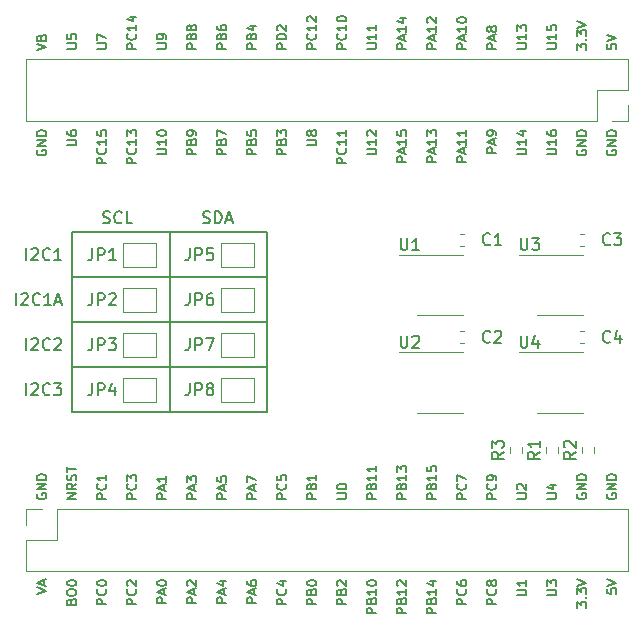
<source format=gbr>
G04 #@! TF.GenerationSoftware,KiCad,Pcbnew,7.0.6+dfsg-1*
G04 #@! TF.CreationDate,2023-08-25T11:52:39+08:00*
G04 #@! TF.ProjectId,mem24cxx,6d656d32-3463-4787-982e-6b696361645f,rev?*
G04 #@! TF.SameCoordinates,Original*
G04 #@! TF.FileFunction,Legend,Top*
G04 #@! TF.FilePolarity,Positive*
%FSLAX46Y46*%
G04 Gerber Fmt 4.6, Leading zero omitted, Abs format (unit mm)*
G04 Created by KiCad (PCBNEW 7.0.6+dfsg-1) date 2023-08-25 11:52:39*
%MOMM*%
%LPD*%
G01*
G04 APERTURE LIST*
%ADD10C,0.150000*%
%ADD11C,0.120000*%
G04 APERTURE END LIST*
D10*
X179070000Y-113665000D02*
X179070000Y-128905000D01*
X170815000Y-128905000D02*
X162560000Y-128905000D01*
X162560000Y-117475000D02*
X170815000Y-117475000D01*
X162560000Y-113665000D02*
X170815000Y-113665000D01*
X179070000Y-121285000D02*
X170815000Y-121285000D01*
X170815000Y-113665000D02*
X170815000Y-128905000D01*
X170815000Y-113665000D02*
X179070000Y-113665000D01*
X179070000Y-128905000D02*
X170815000Y-128905000D01*
X179070000Y-125095000D02*
X170815000Y-125095000D01*
X162560000Y-121285000D02*
X170815000Y-121285000D01*
X179070000Y-117475000D02*
X170815000Y-117475000D01*
X162560000Y-128905000D02*
X162560000Y-113665000D01*
X162560000Y-125095000D02*
X170815000Y-125095000D01*
X158683459Y-127454819D02*
X158683459Y-126454819D01*
X159112030Y-126550057D02*
X159159649Y-126502438D01*
X159159649Y-126502438D02*
X159254887Y-126454819D01*
X159254887Y-126454819D02*
X159492982Y-126454819D01*
X159492982Y-126454819D02*
X159588220Y-126502438D01*
X159588220Y-126502438D02*
X159635839Y-126550057D01*
X159635839Y-126550057D02*
X159683458Y-126645295D01*
X159683458Y-126645295D02*
X159683458Y-126740533D01*
X159683458Y-126740533D02*
X159635839Y-126883390D01*
X159635839Y-126883390D02*
X159064411Y-127454819D01*
X159064411Y-127454819D02*
X159683458Y-127454819D01*
X160683458Y-127359580D02*
X160635839Y-127407200D01*
X160635839Y-127407200D02*
X160492982Y-127454819D01*
X160492982Y-127454819D02*
X160397744Y-127454819D01*
X160397744Y-127454819D02*
X160254887Y-127407200D01*
X160254887Y-127407200D02*
X160159649Y-127311961D01*
X160159649Y-127311961D02*
X160112030Y-127216723D01*
X160112030Y-127216723D02*
X160064411Y-127026247D01*
X160064411Y-127026247D02*
X160064411Y-126883390D01*
X160064411Y-126883390D02*
X160112030Y-126692914D01*
X160112030Y-126692914D02*
X160159649Y-126597676D01*
X160159649Y-126597676D02*
X160254887Y-126502438D01*
X160254887Y-126502438D02*
X160397744Y-126454819D01*
X160397744Y-126454819D02*
X160492982Y-126454819D01*
X160492982Y-126454819D02*
X160635839Y-126502438D01*
X160635839Y-126502438D02*
X160683458Y-126550057D01*
X161016792Y-126454819D02*
X161635839Y-126454819D01*
X161635839Y-126454819D02*
X161302506Y-126835771D01*
X161302506Y-126835771D02*
X161445363Y-126835771D01*
X161445363Y-126835771D02*
X161540601Y-126883390D01*
X161540601Y-126883390D02*
X161588220Y-126931009D01*
X161588220Y-126931009D02*
X161635839Y-127026247D01*
X161635839Y-127026247D02*
X161635839Y-127264342D01*
X161635839Y-127264342D02*
X161588220Y-127359580D01*
X161588220Y-127359580D02*
X161540601Y-127407200D01*
X161540601Y-127407200D02*
X161445363Y-127454819D01*
X161445363Y-127454819D02*
X161159649Y-127454819D01*
X161159649Y-127454819D02*
X161064411Y-127407200D01*
X161064411Y-127407200D02*
X161016792Y-127359580D01*
X158683459Y-123644819D02*
X158683459Y-122644819D01*
X159112030Y-122740057D02*
X159159649Y-122692438D01*
X159159649Y-122692438D02*
X159254887Y-122644819D01*
X159254887Y-122644819D02*
X159492982Y-122644819D01*
X159492982Y-122644819D02*
X159588220Y-122692438D01*
X159588220Y-122692438D02*
X159635839Y-122740057D01*
X159635839Y-122740057D02*
X159683458Y-122835295D01*
X159683458Y-122835295D02*
X159683458Y-122930533D01*
X159683458Y-122930533D02*
X159635839Y-123073390D01*
X159635839Y-123073390D02*
X159064411Y-123644819D01*
X159064411Y-123644819D02*
X159683458Y-123644819D01*
X160683458Y-123549580D02*
X160635839Y-123597200D01*
X160635839Y-123597200D02*
X160492982Y-123644819D01*
X160492982Y-123644819D02*
X160397744Y-123644819D01*
X160397744Y-123644819D02*
X160254887Y-123597200D01*
X160254887Y-123597200D02*
X160159649Y-123501961D01*
X160159649Y-123501961D02*
X160112030Y-123406723D01*
X160112030Y-123406723D02*
X160064411Y-123216247D01*
X160064411Y-123216247D02*
X160064411Y-123073390D01*
X160064411Y-123073390D02*
X160112030Y-122882914D01*
X160112030Y-122882914D02*
X160159649Y-122787676D01*
X160159649Y-122787676D02*
X160254887Y-122692438D01*
X160254887Y-122692438D02*
X160397744Y-122644819D01*
X160397744Y-122644819D02*
X160492982Y-122644819D01*
X160492982Y-122644819D02*
X160635839Y-122692438D01*
X160635839Y-122692438D02*
X160683458Y-122740057D01*
X161064411Y-122740057D02*
X161112030Y-122692438D01*
X161112030Y-122692438D02*
X161207268Y-122644819D01*
X161207268Y-122644819D02*
X161445363Y-122644819D01*
X161445363Y-122644819D02*
X161540601Y-122692438D01*
X161540601Y-122692438D02*
X161588220Y-122740057D01*
X161588220Y-122740057D02*
X161635839Y-122835295D01*
X161635839Y-122835295D02*
X161635839Y-122930533D01*
X161635839Y-122930533D02*
X161588220Y-123073390D01*
X161588220Y-123073390D02*
X161016792Y-123644819D01*
X161016792Y-123644819D02*
X161635839Y-123644819D01*
X165179524Y-112852200D02*
X165322381Y-112899819D01*
X165322381Y-112899819D02*
X165560476Y-112899819D01*
X165560476Y-112899819D02*
X165655714Y-112852200D01*
X165655714Y-112852200D02*
X165703333Y-112804580D01*
X165703333Y-112804580D02*
X165750952Y-112709342D01*
X165750952Y-112709342D02*
X165750952Y-112614104D01*
X165750952Y-112614104D02*
X165703333Y-112518866D01*
X165703333Y-112518866D02*
X165655714Y-112471247D01*
X165655714Y-112471247D02*
X165560476Y-112423628D01*
X165560476Y-112423628D02*
X165370000Y-112376009D01*
X165370000Y-112376009D02*
X165274762Y-112328390D01*
X165274762Y-112328390D02*
X165227143Y-112280771D01*
X165227143Y-112280771D02*
X165179524Y-112185533D01*
X165179524Y-112185533D02*
X165179524Y-112090295D01*
X165179524Y-112090295D02*
X165227143Y-111995057D01*
X165227143Y-111995057D02*
X165274762Y-111947438D01*
X165274762Y-111947438D02*
X165370000Y-111899819D01*
X165370000Y-111899819D02*
X165608095Y-111899819D01*
X165608095Y-111899819D02*
X165750952Y-111947438D01*
X166750952Y-112804580D02*
X166703333Y-112852200D01*
X166703333Y-112852200D02*
X166560476Y-112899819D01*
X166560476Y-112899819D02*
X166465238Y-112899819D01*
X166465238Y-112899819D02*
X166322381Y-112852200D01*
X166322381Y-112852200D02*
X166227143Y-112756961D01*
X166227143Y-112756961D02*
X166179524Y-112661723D01*
X166179524Y-112661723D02*
X166131905Y-112471247D01*
X166131905Y-112471247D02*
X166131905Y-112328390D01*
X166131905Y-112328390D02*
X166179524Y-112137914D01*
X166179524Y-112137914D02*
X166227143Y-112042676D01*
X166227143Y-112042676D02*
X166322381Y-111947438D01*
X166322381Y-111947438D02*
X166465238Y-111899819D01*
X166465238Y-111899819D02*
X166560476Y-111899819D01*
X166560476Y-111899819D02*
X166703333Y-111947438D01*
X166703333Y-111947438D02*
X166750952Y-111995057D01*
X167655714Y-112899819D02*
X167179524Y-112899819D01*
X167179524Y-112899819D02*
X167179524Y-111899819D01*
X158683459Y-116024819D02*
X158683459Y-115024819D01*
X159112030Y-115120057D02*
X159159649Y-115072438D01*
X159159649Y-115072438D02*
X159254887Y-115024819D01*
X159254887Y-115024819D02*
X159492982Y-115024819D01*
X159492982Y-115024819D02*
X159588220Y-115072438D01*
X159588220Y-115072438D02*
X159635839Y-115120057D01*
X159635839Y-115120057D02*
X159683458Y-115215295D01*
X159683458Y-115215295D02*
X159683458Y-115310533D01*
X159683458Y-115310533D02*
X159635839Y-115453390D01*
X159635839Y-115453390D02*
X159064411Y-116024819D01*
X159064411Y-116024819D02*
X159683458Y-116024819D01*
X160683458Y-115929580D02*
X160635839Y-115977200D01*
X160635839Y-115977200D02*
X160492982Y-116024819D01*
X160492982Y-116024819D02*
X160397744Y-116024819D01*
X160397744Y-116024819D02*
X160254887Y-115977200D01*
X160254887Y-115977200D02*
X160159649Y-115881961D01*
X160159649Y-115881961D02*
X160112030Y-115786723D01*
X160112030Y-115786723D02*
X160064411Y-115596247D01*
X160064411Y-115596247D02*
X160064411Y-115453390D01*
X160064411Y-115453390D02*
X160112030Y-115262914D01*
X160112030Y-115262914D02*
X160159649Y-115167676D01*
X160159649Y-115167676D02*
X160254887Y-115072438D01*
X160254887Y-115072438D02*
X160397744Y-115024819D01*
X160397744Y-115024819D02*
X160492982Y-115024819D01*
X160492982Y-115024819D02*
X160635839Y-115072438D01*
X160635839Y-115072438D02*
X160683458Y-115120057D01*
X161635839Y-116024819D02*
X161064411Y-116024819D01*
X161350125Y-116024819D02*
X161350125Y-115024819D01*
X161350125Y-115024819D02*
X161254887Y-115167676D01*
X161254887Y-115167676D02*
X161159649Y-115262914D01*
X161159649Y-115262914D02*
X161064411Y-115310533D01*
X173644160Y-112852200D02*
X173787017Y-112899819D01*
X173787017Y-112899819D02*
X174025112Y-112899819D01*
X174025112Y-112899819D02*
X174120350Y-112852200D01*
X174120350Y-112852200D02*
X174167969Y-112804580D01*
X174167969Y-112804580D02*
X174215588Y-112709342D01*
X174215588Y-112709342D02*
X174215588Y-112614104D01*
X174215588Y-112614104D02*
X174167969Y-112518866D01*
X174167969Y-112518866D02*
X174120350Y-112471247D01*
X174120350Y-112471247D02*
X174025112Y-112423628D01*
X174025112Y-112423628D02*
X173834636Y-112376009D01*
X173834636Y-112376009D02*
X173739398Y-112328390D01*
X173739398Y-112328390D02*
X173691779Y-112280771D01*
X173691779Y-112280771D02*
X173644160Y-112185533D01*
X173644160Y-112185533D02*
X173644160Y-112090295D01*
X173644160Y-112090295D02*
X173691779Y-111995057D01*
X173691779Y-111995057D02*
X173739398Y-111947438D01*
X173739398Y-111947438D02*
X173834636Y-111899819D01*
X173834636Y-111899819D02*
X174072731Y-111899819D01*
X174072731Y-111899819D02*
X174215588Y-111947438D01*
X174644160Y-112899819D02*
X174644160Y-111899819D01*
X174644160Y-111899819D02*
X174882255Y-111899819D01*
X174882255Y-111899819D02*
X175025112Y-111947438D01*
X175025112Y-111947438D02*
X175120350Y-112042676D01*
X175120350Y-112042676D02*
X175167969Y-112137914D01*
X175167969Y-112137914D02*
X175215588Y-112328390D01*
X175215588Y-112328390D02*
X175215588Y-112471247D01*
X175215588Y-112471247D02*
X175167969Y-112661723D01*
X175167969Y-112661723D02*
X175120350Y-112756961D01*
X175120350Y-112756961D02*
X175025112Y-112852200D01*
X175025112Y-112852200D02*
X174882255Y-112899819D01*
X174882255Y-112899819D02*
X174644160Y-112899819D01*
X175596541Y-112614104D02*
X176072731Y-112614104D01*
X175501303Y-112899819D02*
X175834636Y-111899819D01*
X175834636Y-111899819D02*
X176167969Y-112899819D01*
X157826316Y-119834819D02*
X157826316Y-118834819D01*
X158254887Y-118930057D02*
X158302506Y-118882438D01*
X158302506Y-118882438D02*
X158397744Y-118834819D01*
X158397744Y-118834819D02*
X158635839Y-118834819D01*
X158635839Y-118834819D02*
X158731077Y-118882438D01*
X158731077Y-118882438D02*
X158778696Y-118930057D01*
X158778696Y-118930057D02*
X158826315Y-119025295D01*
X158826315Y-119025295D02*
X158826315Y-119120533D01*
X158826315Y-119120533D02*
X158778696Y-119263390D01*
X158778696Y-119263390D02*
X158207268Y-119834819D01*
X158207268Y-119834819D02*
X158826315Y-119834819D01*
X159826315Y-119739580D02*
X159778696Y-119787200D01*
X159778696Y-119787200D02*
X159635839Y-119834819D01*
X159635839Y-119834819D02*
X159540601Y-119834819D01*
X159540601Y-119834819D02*
X159397744Y-119787200D01*
X159397744Y-119787200D02*
X159302506Y-119691961D01*
X159302506Y-119691961D02*
X159254887Y-119596723D01*
X159254887Y-119596723D02*
X159207268Y-119406247D01*
X159207268Y-119406247D02*
X159207268Y-119263390D01*
X159207268Y-119263390D02*
X159254887Y-119072914D01*
X159254887Y-119072914D02*
X159302506Y-118977676D01*
X159302506Y-118977676D02*
X159397744Y-118882438D01*
X159397744Y-118882438D02*
X159540601Y-118834819D01*
X159540601Y-118834819D02*
X159635839Y-118834819D01*
X159635839Y-118834819D02*
X159778696Y-118882438D01*
X159778696Y-118882438D02*
X159826315Y-118930057D01*
X160778696Y-119834819D02*
X160207268Y-119834819D01*
X160492982Y-119834819D02*
X160492982Y-118834819D01*
X160492982Y-118834819D02*
X160397744Y-118977676D01*
X160397744Y-118977676D02*
X160302506Y-119072914D01*
X160302506Y-119072914D02*
X160207268Y-119120533D01*
X161159649Y-119549104D02*
X161635839Y-119549104D01*
X161064411Y-119834819D02*
X161397744Y-118834819D01*
X161397744Y-118834819D02*
X161731077Y-119834819D01*
X200533095Y-122419819D02*
X200533095Y-123229342D01*
X200533095Y-123229342D02*
X200580714Y-123324580D01*
X200580714Y-123324580D02*
X200628333Y-123372200D01*
X200628333Y-123372200D02*
X200723571Y-123419819D01*
X200723571Y-123419819D02*
X200914047Y-123419819D01*
X200914047Y-123419819D02*
X201009285Y-123372200D01*
X201009285Y-123372200D02*
X201056904Y-123324580D01*
X201056904Y-123324580D02*
X201104523Y-123229342D01*
X201104523Y-123229342D02*
X201104523Y-122419819D01*
X202009285Y-122753152D02*
X202009285Y-123419819D01*
X201771190Y-122372200D02*
X201533095Y-123086485D01*
X201533095Y-123086485D02*
X202152142Y-123086485D01*
X190373095Y-114164819D02*
X190373095Y-114974342D01*
X190373095Y-114974342D02*
X190420714Y-115069580D01*
X190420714Y-115069580D02*
X190468333Y-115117200D01*
X190468333Y-115117200D02*
X190563571Y-115164819D01*
X190563571Y-115164819D02*
X190754047Y-115164819D01*
X190754047Y-115164819D02*
X190849285Y-115117200D01*
X190849285Y-115117200D02*
X190896904Y-115069580D01*
X190896904Y-115069580D02*
X190944523Y-114974342D01*
X190944523Y-114974342D02*
X190944523Y-114164819D01*
X191944523Y-115164819D02*
X191373095Y-115164819D01*
X191658809Y-115164819D02*
X191658809Y-114164819D01*
X191658809Y-114164819D02*
X191563571Y-114307676D01*
X191563571Y-114307676D02*
X191468333Y-114402914D01*
X191468333Y-114402914D02*
X191373095Y-114450533D01*
X164266666Y-122644819D02*
X164266666Y-123359104D01*
X164266666Y-123359104D02*
X164219047Y-123501961D01*
X164219047Y-123501961D02*
X164123809Y-123597200D01*
X164123809Y-123597200D02*
X163980952Y-123644819D01*
X163980952Y-123644819D02*
X163885714Y-123644819D01*
X164742857Y-123644819D02*
X164742857Y-122644819D01*
X164742857Y-122644819D02*
X165123809Y-122644819D01*
X165123809Y-122644819D02*
X165219047Y-122692438D01*
X165219047Y-122692438D02*
X165266666Y-122740057D01*
X165266666Y-122740057D02*
X165314285Y-122835295D01*
X165314285Y-122835295D02*
X165314285Y-122978152D01*
X165314285Y-122978152D02*
X165266666Y-123073390D01*
X165266666Y-123073390D02*
X165219047Y-123121009D01*
X165219047Y-123121009D02*
X165123809Y-123168628D01*
X165123809Y-123168628D02*
X164742857Y-123168628D01*
X165647619Y-122644819D02*
X166266666Y-122644819D01*
X166266666Y-122644819D02*
X165933333Y-123025771D01*
X165933333Y-123025771D02*
X166076190Y-123025771D01*
X166076190Y-123025771D02*
X166171428Y-123073390D01*
X166171428Y-123073390D02*
X166219047Y-123121009D01*
X166219047Y-123121009D02*
X166266666Y-123216247D01*
X166266666Y-123216247D02*
X166266666Y-123454342D01*
X166266666Y-123454342D02*
X166219047Y-123549580D01*
X166219047Y-123549580D02*
X166171428Y-123597200D01*
X166171428Y-123597200D02*
X166076190Y-123644819D01*
X166076190Y-123644819D02*
X165790476Y-123644819D01*
X165790476Y-123644819D02*
X165695238Y-123597200D01*
X165695238Y-123597200D02*
X165647619Y-123549580D01*
X208113333Y-114659580D02*
X208065714Y-114707200D01*
X208065714Y-114707200D02*
X207922857Y-114754819D01*
X207922857Y-114754819D02*
X207827619Y-114754819D01*
X207827619Y-114754819D02*
X207684762Y-114707200D01*
X207684762Y-114707200D02*
X207589524Y-114611961D01*
X207589524Y-114611961D02*
X207541905Y-114516723D01*
X207541905Y-114516723D02*
X207494286Y-114326247D01*
X207494286Y-114326247D02*
X207494286Y-114183390D01*
X207494286Y-114183390D02*
X207541905Y-113992914D01*
X207541905Y-113992914D02*
X207589524Y-113897676D01*
X207589524Y-113897676D02*
X207684762Y-113802438D01*
X207684762Y-113802438D02*
X207827619Y-113754819D01*
X207827619Y-113754819D02*
X207922857Y-113754819D01*
X207922857Y-113754819D02*
X208065714Y-113802438D01*
X208065714Y-113802438D02*
X208113333Y-113850057D01*
X208446667Y-113754819D02*
X209065714Y-113754819D01*
X209065714Y-113754819D02*
X208732381Y-114135771D01*
X208732381Y-114135771D02*
X208875238Y-114135771D01*
X208875238Y-114135771D02*
X208970476Y-114183390D01*
X208970476Y-114183390D02*
X209018095Y-114231009D01*
X209018095Y-114231009D02*
X209065714Y-114326247D01*
X209065714Y-114326247D02*
X209065714Y-114564342D01*
X209065714Y-114564342D02*
X209018095Y-114659580D01*
X209018095Y-114659580D02*
X208970476Y-114707200D01*
X208970476Y-114707200D02*
X208875238Y-114754819D01*
X208875238Y-114754819D02*
X208589524Y-114754819D01*
X208589524Y-114754819D02*
X208494286Y-114707200D01*
X208494286Y-114707200D02*
X208446667Y-114659580D01*
X164266666Y-115024819D02*
X164266666Y-115739104D01*
X164266666Y-115739104D02*
X164219047Y-115881961D01*
X164219047Y-115881961D02*
X164123809Y-115977200D01*
X164123809Y-115977200D02*
X163980952Y-116024819D01*
X163980952Y-116024819D02*
X163885714Y-116024819D01*
X164742857Y-116024819D02*
X164742857Y-115024819D01*
X164742857Y-115024819D02*
X165123809Y-115024819D01*
X165123809Y-115024819D02*
X165219047Y-115072438D01*
X165219047Y-115072438D02*
X165266666Y-115120057D01*
X165266666Y-115120057D02*
X165314285Y-115215295D01*
X165314285Y-115215295D02*
X165314285Y-115358152D01*
X165314285Y-115358152D02*
X165266666Y-115453390D01*
X165266666Y-115453390D02*
X165219047Y-115501009D01*
X165219047Y-115501009D02*
X165123809Y-115548628D01*
X165123809Y-115548628D02*
X164742857Y-115548628D01*
X166266666Y-116024819D02*
X165695238Y-116024819D01*
X165980952Y-116024819D02*
X165980952Y-115024819D01*
X165980952Y-115024819D02*
X165885714Y-115167676D01*
X165885714Y-115167676D02*
X165790476Y-115262914D01*
X165790476Y-115262914D02*
X165695238Y-115310533D01*
X172521666Y-126454819D02*
X172521666Y-127169104D01*
X172521666Y-127169104D02*
X172474047Y-127311961D01*
X172474047Y-127311961D02*
X172378809Y-127407200D01*
X172378809Y-127407200D02*
X172235952Y-127454819D01*
X172235952Y-127454819D02*
X172140714Y-127454819D01*
X172997857Y-127454819D02*
X172997857Y-126454819D01*
X172997857Y-126454819D02*
X173378809Y-126454819D01*
X173378809Y-126454819D02*
X173474047Y-126502438D01*
X173474047Y-126502438D02*
X173521666Y-126550057D01*
X173521666Y-126550057D02*
X173569285Y-126645295D01*
X173569285Y-126645295D02*
X173569285Y-126788152D01*
X173569285Y-126788152D02*
X173521666Y-126883390D01*
X173521666Y-126883390D02*
X173474047Y-126931009D01*
X173474047Y-126931009D02*
X173378809Y-126978628D01*
X173378809Y-126978628D02*
X172997857Y-126978628D01*
X174140714Y-126883390D02*
X174045476Y-126835771D01*
X174045476Y-126835771D02*
X173997857Y-126788152D01*
X173997857Y-126788152D02*
X173950238Y-126692914D01*
X173950238Y-126692914D02*
X173950238Y-126645295D01*
X173950238Y-126645295D02*
X173997857Y-126550057D01*
X173997857Y-126550057D02*
X174045476Y-126502438D01*
X174045476Y-126502438D02*
X174140714Y-126454819D01*
X174140714Y-126454819D02*
X174331190Y-126454819D01*
X174331190Y-126454819D02*
X174426428Y-126502438D01*
X174426428Y-126502438D02*
X174474047Y-126550057D01*
X174474047Y-126550057D02*
X174521666Y-126645295D01*
X174521666Y-126645295D02*
X174521666Y-126692914D01*
X174521666Y-126692914D02*
X174474047Y-126788152D01*
X174474047Y-126788152D02*
X174426428Y-126835771D01*
X174426428Y-126835771D02*
X174331190Y-126883390D01*
X174331190Y-126883390D02*
X174140714Y-126883390D01*
X174140714Y-126883390D02*
X174045476Y-126931009D01*
X174045476Y-126931009D02*
X173997857Y-126978628D01*
X173997857Y-126978628D02*
X173950238Y-127073866D01*
X173950238Y-127073866D02*
X173950238Y-127264342D01*
X173950238Y-127264342D02*
X173997857Y-127359580D01*
X173997857Y-127359580D02*
X174045476Y-127407200D01*
X174045476Y-127407200D02*
X174140714Y-127454819D01*
X174140714Y-127454819D02*
X174331190Y-127454819D01*
X174331190Y-127454819D02*
X174426428Y-127407200D01*
X174426428Y-127407200D02*
X174474047Y-127359580D01*
X174474047Y-127359580D02*
X174521666Y-127264342D01*
X174521666Y-127264342D02*
X174521666Y-127073866D01*
X174521666Y-127073866D02*
X174474047Y-126978628D01*
X174474047Y-126978628D02*
X174426428Y-126931009D01*
X174426428Y-126931009D02*
X174331190Y-126883390D01*
X175622295Y-145030826D02*
X174822295Y-145030826D01*
X174822295Y-145030826D02*
X174822295Y-144726064D01*
X174822295Y-144726064D02*
X174860390Y-144649874D01*
X174860390Y-144649874D02*
X174898485Y-144611779D01*
X174898485Y-144611779D02*
X174974676Y-144573683D01*
X174974676Y-144573683D02*
X175088961Y-144573683D01*
X175088961Y-144573683D02*
X175165152Y-144611779D01*
X175165152Y-144611779D02*
X175203247Y-144649874D01*
X175203247Y-144649874D02*
X175241342Y-144726064D01*
X175241342Y-144726064D02*
X175241342Y-145030826D01*
X175393723Y-144268922D02*
X175393723Y-143887969D01*
X175622295Y-144345112D02*
X174822295Y-144078445D01*
X174822295Y-144078445D02*
X175622295Y-143811779D01*
X175088961Y-143202255D02*
X175622295Y-143202255D01*
X174784200Y-143392731D02*
X175355628Y-143583208D01*
X175355628Y-143583208D02*
X175355628Y-143087969D01*
X180702295Y-107045112D02*
X179902295Y-107045112D01*
X179902295Y-107045112D02*
X179902295Y-106740350D01*
X179902295Y-106740350D02*
X179940390Y-106664160D01*
X179940390Y-106664160D02*
X179978485Y-106626065D01*
X179978485Y-106626065D02*
X180054676Y-106587969D01*
X180054676Y-106587969D02*
X180168961Y-106587969D01*
X180168961Y-106587969D02*
X180245152Y-106626065D01*
X180245152Y-106626065D02*
X180283247Y-106664160D01*
X180283247Y-106664160D02*
X180321342Y-106740350D01*
X180321342Y-106740350D02*
X180321342Y-107045112D01*
X180283247Y-105978446D02*
X180321342Y-105864160D01*
X180321342Y-105864160D02*
X180359438Y-105826065D01*
X180359438Y-105826065D02*
X180435628Y-105787969D01*
X180435628Y-105787969D02*
X180549914Y-105787969D01*
X180549914Y-105787969D02*
X180626104Y-105826065D01*
X180626104Y-105826065D02*
X180664200Y-105864160D01*
X180664200Y-105864160D02*
X180702295Y-105940350D01*
X180702295Y-105940350D02*
X180702295Y-106245112D01*
X180702295Y-106245112D02*
X179902295Y-106245112D01*
X179902295Y-106245112D02*
X179902295Y-105978446D01*
X179902295Y-105978446D02*
X179940390Y-105902255D01*
X179940390Y-105902255D02*
X179978485Y-105864160D01*
X179978485Y-105864160D02*
X180054676Y-105826065D01*
X180054676Y-105826065D02*
X180130866Y-105826065D01*
X180130866Y-105826065D02*
X180207057Y-105864160D01*
X180207057Y-105864160D02*
X180245152Y-105902255D01*
X180245152Y-105902255D02*
X180283247Y-105978446D01*
X180283247Y-105978446D02*
X180283247Y-106245112D01*
X179902295Y-105521303D02*
X179902295Y-105026065D01*
X179902295Y-105026065D02*
X180207057Y-105292731D01*
X180207057Y-105292731D02*
X180207057Y-105178446D01*
X180207057Y-105178446D02*
X180245152Y-105102255D01*
X180245152Y-105102255D02*
X180283247Y-105064160D01*
X180283247Y-105064160D02*
X180359438Y-105026065D01*
X180359438Y-105026065D02*
X180549914Y-105026065D01*
X180549914Y-105026065D02*
X180626104Y-105064160D01*
X180626104Y-105064160D02*
X180664200Y-105102255D01*
X180664200Y-105102255D02*
X180702295Y-105178446D01*
X180702295Y-105178446D02*
X180702295Y-105407017D01*
X180702295Y-105407017D02*
X180664200Y-105483208D01*
X180664200Y-105483208D02*
X180626104Y-105521303D01*
X175622295Y-98135839D02*
X174822295Y-98135839D01*
X174822295Y-98135839D02*
X174822295Y-97831077D01*
X174822295Y-97831077D02*
X174860390Y-97754887D01*
X174860390Y-97754887D02*
X174898485Y-97716792D01*
X174898485Y-97716792D02*
X174974676Y-97678696D01*
X174974676Y-97678696D02*
X175088961Y-97678696D01*
X175088961Y-97678696D02*
X175165152Y-97716792D01*
X175165152Y-97716792D02*
X175203247Y-97754887D01*
X175203247Y-97754887D02*
X175241342Y-97831077D01*
X175241342Y-97831077D02*
X175241342Y-98135839D01*
X175203247Y-97069173D02*
X175241342Y-96954887D01*
X175241342Y-96954887D02*
X175279438Y-96916792D01*
X175279438Y-96916792D02*
X175355628Y-96878696D01*
X175355628Y-96878696D02*
X175469914Y-96878696D01*
X175469914Y-96878696D02*
X175546104Y-96916792D01*
X175546104Y-96916792D02*
X175584200Y-96954887D01*
X175584200Y-96954887D02*
X175622295Y-97031077D01*
X175622295Y-97031077D02*
X175622295Y-97335839D01*
X175622295Y-97335839D02*
X174822295Y-97335839D01*
X174822295Y-97335839D02*
X174822295Y-97069173D01*
X174822295Y-97069173D02*
X174860390Y-96992982D01*
X174860390Y-96992982D02*
X174898485Y-96954887D01*
X174898485Y-96954887D02*
X174974676Y-96916792D01*
X174974676Y-96916792D02*
X175050866Y-96916792D01*
X175050866Y-96916792D02*
X175127057Y-96954887D01*
X175127057Y-96954887D02*
X175165152Y-96992982D01*
X175165152Y-96992982D02*
X175203247Y-97069173D01*
X175203247Y-97069173D02*
X175203247Y-97335839D01*
X174822295Y-96192982D02*
X174822295Y-96345363D01*
X174822295Y-96345363D02*
X174860390Y-96421554D01*
X174860390Y-96421554D02*
X174898485Y-96459649D01*
X174898485Y-96459649D02*
X175012771Y-96535839D01*
X175012771Y-96535839D02*
X175165152Y-96573935D01*
X175165152Y-96573935D02*
X175469914Y-96573935D01*
X175469914Y-96573935D02*
X175546104Y-96535839D01*
X175546104Y-96535839D02*
X175584200Y-96497744D01*
X175584200Y-96497744D02*
X175622295Y-96421554D01*
X175622295Y-96421554D02*
X175622295Y-96269173D01*
X175622295Y-96269173D02*
X175584200Y-96192982D01*
X175584200Y-96192982D02*
X175546104Y-96154887D01*
X175546104Y-96154887D02*
X175469914Y-96116792D01*
X175469914Y-96116792D02*
X175279438Y-96116792D01*
X175279438Y-96116792D02*
X175203247Y-96154887D01*
X175203247Y-96154887D02*
X175165152Y-96192982D01*
X175165152Y-96192982D02*
X175127057Y-96269173D01*
X175127057Y-96269173D02*
X175127057Y-96421554D01*
X175127057Y-96421554D02*
X175165152Y-96497744D01*
X175165152Y-96497744D02*
X175203247Y-96535839D01*
X175203247Y-96535839D02*
X175279438Y-96573935D01*
X198482295Y-106930826D02*
X197682295Y-106930826D01*
X197682295Y-106930826D02*
X197682295Y-106626064D01*
X197682295Y-106626064D02*
X197720390Y-106549874D01*
X197720390Y-106549874D02*
X197758485Y-106511779D01*
X197758485Y-106511779D02*
X197834676Y-106473683D01*
X197834676Y-106473683D02*
X197948961Y-106473683D01*
X197948961Y-106473683D02*
X198025152Y-106511779D01*
X198025152Y-106511779D02*
X198063247Y-106549874D01*
X198063247Y-106549874D02*
X198101342Y-106626064D01*
X198101342Y-106626064D02*
X198101342Y-106930826D01*
X198253723Y-106168922D02*
X198253723Y-105787969D01*
X198482295Y-106245112D02*
X197682295Y-105978445D01*
X197682295Y-105978445D02*
X198482295Y-105711779D01*
X198482295Y-105407017D02*
X198482295Y-105254636D01*
X198482295Y-105254636D02*
X198444200Y-105178446D01*
X198444200Y-105178446D02*
X198406104Y-105140350D01*
X198406104Y-105140350D02*
X198291819Y-105064160D01*
X198291819Y-105064160D02*
X198139438Y-105026065D01*
X198139438Y-105026065D02*
X197834676Y-105026065D01*
X197834676Y-105026065D02*
X197758485Y-105064160D01*
X197758485Y-105064160D02*
X197720390Y-105102255D01*
X197720390Y-105102255D02*
X197682295Y-105178446D01*
X197682295Y-105178446D02*
X197682295Y-105330827D01*
X197682295Y-105330827D02*
X197720390Y-105407017D01*
X197720390Y-105407017D02*
X197758485Y-105445112D01*
X197758485Y-105445112D02*
X197834676Y-105483208D01*
X197834676Y-105483208D02*
X198025152Y-105483208D01*
X198025152Y-105483208D02*
X198101342Y-105445112D01*
X198101342Y-105445112D02*
X198139438Y-105407017D01*
X198139438Y-105407017D02*
X198177533Y-105330827D01*
X198177533Y-105330827D02*
X198177533Y-105178446D01*
X198177533Y-105178446D02*
X198139438Y-105102255D01*
X198139438Y-105102255D02*
X198101342Y-105064160D01*
X198101342Y-105064160D02*
X198025152Y-105026065D01*
X190862295Y-136235839D02*
X190062295Y-136235839D01*
X190062295Y-136235839D02*
X190062295Y-135931077D01*
X190062295Y-135931077D02*
X190100390Y-135854887D01*
X190100390Y-135854887D02*
X190138485Y-135816792D01*
X190138485Y-135816792D02*
X190214676Y-135778696D01*
X190214676Y-135778696D02*
X190328961Y-135778696D01*
X190328961Y-135778696D02*
X190405152Y-135816792D01*
X190405152Y-135816792D02*
X190443247Y-135854887D01*
X190443247Y-135854887D02*
X190481342Y-135931077D01*
X190481342Y-135931077D02*
X190481342Y-136235839D01*
X190443247Y-135169173D02*
X190481342Y-135054887D01*
X190481342Y-135054887D02*
X190519438Y-135016792D01*
X190519438Y-135016792D02*
X190595628Y-134978696D01*
X190595628Y-134978696D02*
X190709914Y-134978696D01*
X190709914Y-134978696D02*
X190786104Y-135016792D01*
X190786104Y-135016792D02*
X190824200Y-135054887D01*
X190824200Y-135054887D02*
X190862295Y-135131077D01*
X190862295Y-135131077D02*
X190862295Y-135435839D01*
X190862295Y-135435839D02*
X190062295Y-135435839D01*
X190062295Y-135435839D02*
X190062295Y-135169173D01*
X190062295Y-135169173D02*
X190100390Y-135092982D01*
X190100390Y-135092982D02*
X190138485Y-135054887D01*
X190138485Y-135054887D02*
X190214676Y-135016792D01*
X190214676Y-135016792D02*
X190290866Y-135016792D01*
X190290866Y-135016792D02*
X190367057Y-135054887D01*
X190367057Y-135054887D02*
X190405152Y-135092982D01*
X190405152Y-135092982D02*
X190443247Y-135169173D01*
X190443247Y-135169173D02*
X190443247Y-135435839D01*
X190862295Y-134216792D02*
X190862295Y-134673935D01*
X190862295Y-134445363D02*
X190062295Y-134445363D01*
X190062295Y-134445363D02*
X190176580Y-134521554D01*
X190176580Y-134521554D02*
X190252771Y-134597744D01*
X190252771Y-134597744D02*
X190290866Y-134673935D01*
X190062295Y-133950125D02*
X190062295Y-133454887D01*
X190062295Y-133454887D02*
X190367057Y-133721553D01*
X190367057Y-133721553D02*
X190367057Y-133607268D01*
X190367057Y-133607268D02*
X190405152Y-133531077D01*
X190405152Y-133531077D02*
X190443247Y-133492982D01*
X190443247Y-133492982D02*
X190519438Y-133454887D01*
X190519438Y-133454887D02*
X190709914Y-133454887D01*
X190709914Y-133454887D02*
X190786104Y-133492982D01*
X190786104Y-133492982D02*
X190824200Y-133531077D01*
X190824200Y-133531077D02*
X190862295Y-133607268D01*
X190862295Y-133607268D02*
X190862295Y-133835839D01*
X190862295Y-133835839D02*
X190824200Y-133912030D01*
X190824200Y-133912030D02*
X190786104Y-133950125D01*
X175622295Y-107045112D02*
X174822295Y-107045112D01*
X174822295Y-107045112D02*
X174822295Y-106740350D01*
X174822295Y-106740350D02*
X174860390Y-106664160D01*
X174860390Y-106664160D02*
X174898485Y-106626065D01*
X174898485Y-106626065D02*
X174974676Y-106587969D01*
X174974676Y-106587969D02*
X175088961Y-106587969D01*
X175088961Y-106587969D02*
X175165152Y-106626065D01*
X175165152Y-106626065D02*
X175203247Y-106664160D01*
X175203247Y-106664160D02*
X175241342Y-106740350D01*
X175241342Y-106740350D02*
X175241342Y-107045112D01*
X175203247Y-105978446D02*
X175241342Y-105864160D01*
X175241342Y-105864160D02*
X175279438Y-105826065D01*
X175279438Y-105826065D02*
X175355628Y-105787969D01*
X175355628Y-105787969D02*
X175469914Y-105787969D01*
X175469914Y-105787969D02*
X175546104Y-105826065D01*
X175546104Y-105826065D02*
X175584200Y-105864160D01*
X175584200Y-105864160D02*
X175622295Y-105940350D01*
X175622295Y-105940350D02*
X175622295Y-106245112D01*
X175622295Y-106245112D02*
X174822295Y-106245112D01*
X174822295Y-106245112D02*
X174822295Y-105978446D01*
X174822295Y-105978446D02*
X174860390Y-105902255D01*
X174860390Y-105902255D02*
X174898485Y-105864160D01*
X174898485Y-105864160D02*
X174974676Y-105826065D01*
X174974676Y-105826065D02*
X175050866Y-105826065D01*
X175050866Y-105826065D02*
X175127057Y-105864160D01*
X175127057Y-105864160D02*
X175165152Y-105902255D01*
X175165152Y-105902255D02*
X175203247Y-105978446D01*
X175203247Y-105978446D02*
X175203247Y-106245112D01*
X174822295Y-105521303D02*
X174822295Y-104987969D01*
X174822295Y-104987969D02*
X175622295Y-105330827D01*
X195942295Y-136235839D02*
X195142295Y-136235839D01*
X195142295Y-136235839D02*
X195142295Y-135931077D01*
X195142295Y-135931077D02*
X195180390Y-135854887D01*
X195180390Y-135854887D02*
X195218485Y-135816792D01*
X195218485Y-135816792D02*
X195294676Y-135778696D01*
X195294676Y-135778696D02*
X195408961Y-135778696D01*
X195408961Y-135778696D02*
X195485152Y-135816792D01*
X195485152Y-135816792D02*
X195523247Y-135854887D01*
X195523247Y-135854887D02*
X195561342Y-135931077D01*
X195561342Y-135931077D02*
X195561342Y-136235839D01*
X195866104Y-134978696D02*
X195904200Y-135016792D01*
X195904200Y-135016792D02*
X195942295Y-135131077D01*
X195942295Y-135131077D02*
X195942295Y-135207268D01*
X195942295Y-135207268D02*
X195904200Y-135321554D01*
X195904200Y-135321554D02*
X195828009Y-135397744D01*
X195828009Y-135397744D02*
X195751819Y-135435839D01*
X195751819Y-135435839D02*
X195599438Y-135473935D01*
X195599438Y-135473935D02*
X195485152Y-135473935D01*
X195485152Y-135473935D02*
X195332771Y-135435839D01*
X195332771Y-135435839D02*
X195256580Y-135397744D01*
X195256580Y-135397744D02*
X195180390Y-135321554D01*
X195180390Y-135321554D02*
X195142295Y-135207268D01*
X195142295Y-135207268D02*
X195142295Y-135131077D01*
X195142295Y-135131077D02*
X195180390Y-135016792D01*
X195180390Y-135016792D02*
X195218485Y-134978696D01*
X195142295Y-134712030D02*
X195142295Y-134178696D01*
X195142295Y-134178696D02*
X195942295Y-134521554D01*
X159620390Y-135816792D02*
X159582295Y-135892982D01*
X159582295Y-135892982D02*
X159582295Y-136007268D01*
X159582295Y-136007268D02*
X159620390Y-136121554D01*
X159620390Y-136121554D02*
X159696580Y-136197744D01*
X159696580Y-136197744D02*
X159772771Y-136235839D01*
X159772771Y-136235839D02*
X159925152Y-136273935D01*
X159925152Y-136273935D02*
X160039438Y-136273935D01*
X160039438Y-136273935D02*
X160191819Y-136235839D01*
X160191819Y-136235839D02*
X160268009Y-136197744D01*
X160268009Y-136197744D02*
X160344200Y-136121554D01*
X160344200Y-136121554D02*
X160382295Y-136007268D01*
X160382295Y-136007268D02*
X160382295Y-135931077D01*
X160382295Y-135931077D02*
X160344200Y-135816792D01*
X160344200Y-135816792D02*
X160306104Y-135778696D01*
X160306104Y-135778696D02*
X160039438Y-135778696D01*
X160039438Y-135778696D02*
X160039438Y-135931077D01*
X160382295Y-135435839D02*
X159582295Y-135435839D01*
X159582295Y-135435839D02*
X160382295Y-134978696D01*
X160382295Y-134978696D02*
X159582295Y-134978696D01*
X160382295Y-134597744D02*
X159582295Y-134597744D01*
X159582295Y-134597744D02*
X159582295Y-134407268D01*
X159582295Y-134407268D02*
X159620390Y-134292982D01*
X159620390Y-134292982D02*
X159696580Y-134216792D01*
X159696580Y-134216792D02*
X159772771Y-134178697D01*
X159772771Y-134178697D02*
X159925152Y-134140601D01*
X159925152Y-134140601D02*
X160039438Y-134140601D01*
X160039438Y-134140601D02*
X160191819Y-134178697D01*
X160191819Y-134178697D02*
X160268009Y-134216792D01*
X160268009Y-134216792D02*
X160344200Y-134292982D01*
X160344200Y-134292982D02*
X160382295Y-134407268D01*
X160382295Y-134407268D02*
X160382295Y-134597744D01*
X180702295Y-136235839D02*
X179902295Y-136235839D01*
X179902295Y-136235839D02*
X179902295Y-135931077D01*
X179902295Y-135931077D02*
X179940390Y-135854887D01*
X179940390Y-135854887D02*
X179978485Y-135816792D01*
X179978485Y-135816792D02*
X180054676Y-135778696D01*
X180054676Y-135778696D02*
X180168961Y-135778696D01*
X180168961Y-135778696D02*
X180245152Y-135816792D01*
X180245152Y-135816792D02*
X180283247Y-135854887D01*
X180283247Y-135854887D02*
X180321342Y-135931077D01*
X180321342Y-135931077D02*
X180321342Y-136235839D01*
X180626104Y-134978696D02*
X180664200Y-135016792D01*
X180664200Y-135016792D02*
X180702295Y-135131077D01*
X180702295Y-135131077D02*
X180702295Y-135207268D01*
X180702295Y-135207268D02*
X180664200Y-135321554D01*
X180664200Y-135321554D02*
X180588009Y-135397744D01*
X180588009Y-135397744D02*
X180511819Y-135435839D01*
X180511819Y-135435839D02*
X180359438Y-135473935D01*
X180359438Y-135473935D02*
X180245152Y-135473935D01*
X180245152Y-135473935D02*
X180092771Y-135435839D01*
X180092771Y-135435839D02*
X180016580Y-135397744D01*
X180016580Y-135397744D02*
X179940390Y-135321554D01*
X179940390Y-135321554D02*
X179902295Y-135207268D01*
X179902295Y-135207268D02*
X179902295Y-135131077D01*
X179902295Y-135131077D02*
X179940390Y-135016792D01*
X179940390Y-135016792D02*
X179978485Y-134978696D01*
X179902295Y-134254887D02*
X179902295Y-134635839D01*
X179902295Y-134635839D02*
X180283247Y-134673935D01*
X180283247Y-134673935D02*
X180245152Y-134635839D01*
X180245152Y-134635839D02*
X180207057Y-134559649D01*
X180207057Y-134559649D02*
X180207057Y-134369173D01*
X180207057Y-134369173D02*
X180245152Y-134292982D01*
X180245152Y-134292982D02*
X180283247Y-134254887D01*
X180283247Y-134254887D02*
X180359438Y-134216792D01*
X180359438Y-134216792D02*
X180549914Y-134216792D01*
X180549914Y-134216792D02*
X180626104Y-134254887D01*
X180626104Y-134254887D02*
X180664200Y-134292982D01*
X180664200Y-134292982D02*
X180702295Y-134369173D01*
X180702295Y-134369173D02*
X180702295Y-134559649D01*
X180702295Y-134559649D02*
X180664200Y-134635839D01*
X180664200Y-134635839D02*
X180626104Y-134673935D01*
X184982295Y-136235839D02*
X185629914Y-136235839D01*
X185629914Y-136235839D02*
X185706104Y-136197744D01*
X185706104Y-136197744D02*
X185744200Y-136159649D01*
X185744200Y-136159649D02*
X185782295Y-136083458D01*
X185782295Y-136083458D02*
X185782295Y-135931077D01*
X185782295Y-135931077D02*
X185744200Y-135854887D01*
X185744200Y-135854887D02*
X185706104Y-135816792D01*
X185706104Y-135816792D02*
X185629914Y-135778696D01*
X185629914Y-135778696D02*
X184982295Y-135778696D01*
X184982295Y-135245363D02*
X184982295Y-135169173D01*
X184982295Y-135169173D02*
X185020390Y-135092982D01*
X185020390Y-135092982D02*
X185058485Y-135054887D01*
X185058485Y-135054887D02*
X185134676Y-135016792D01*
X185134676Y-135016792D02*
X185287057Y-134978697D01*
X185287057Y-134978697D02*
X185477533Y-134978697D01*
X185477533Y-134978697D02*
X185629914Y-135016792D01*
X185629914Y-135016792D02*
X185706104Y-135054887D01*
X185706104Y-135054887D02*
X185744200Y-135092982D01*
X185744200Y-135092982D02*
X185782295Y-135169173D01*
X185782295Y-135169173D02*
X185782295Y-135245363D01*
X185782295Y-135245363D02*
X185744200Y-135321554D01*
X185744200Y-135321554D02*
X185706104Y-135359649D01*
X185706104Y-135359649D02*
X185629914Y-135397744D01*
X185629914Y-135397744D02*
X185477533Y-135435840D01*
X185477533Y-135435840D02*
X185287057Y-135435840D01*
X185287057Y-135435840D02*
X185134676Y-135397744D01*
X185134676Y-135397744D02*
X185058485Y-135359649D01*
X185058485Y-135359649D02*
X185020390Y-135321554D01*
X185020390Y-135321554D02*
X184982295Y-135245363D01*
X200222295Y-98135839D02*
X200869914Y-98135839D01*
X200869914Y-98135839D02*
X200946104Y-98097744D01*
X200946104Y-98097744D02*
X200984200Y-98059649D01*
X200984200Y-98059649D02*
X201022295Y-97983458D01*
X201022295Y-97983458D02*
X201022295Y-97831077D01*
X201022295Y-97831077D02*
X200984200Y-97754887D01*
X200984200Y-97754887D02*
X200946104Y-97716792D01*
X200946104Y-97716792D02*
X200869914Y-97678696D01*
X200869914Y-97678696D02*
X200222295Y-97678696D01*
X201022295Y-96878697D02*
X201022295Y-97335840D01*
X201022295Y-97107268D02*
X200222295Y-97107268D01*
X200222295Y-97107268D02*
X200336580Y-97183459D01*
X200336580Y-97183459D02*
X200412771Y-97259649D01*
X200412771Y-97259649D02*
X200450866Y-97335840D01*
X200222295Y-96612030D02*
X200222295Y-96116792D01*
X200222295Y-96116792D02*
X200527057Y-96383458D01*
X200527057Y-96383458D02*
X200527057Y-96269173D01*
X200527057Y-96269173D02*
X200565152Y-96192982D01*
X200565152Y-96192982D02*
X200603247Y-96154887D01*
X200603247Y-96154887D02*
X200679438Y-96116792D01*
X200679438Y-96116792D02*
X200869914Y-96116792D01*
X200869914Y-96116792D02*
X200946104Y-96154887D01*
X200946104Y-96154887D02*
X200984200Y-96192982D01*
X200984200Y-96192982D02*
X201022295Y-96269173D01*
X201022295Y-96269173D02*
X201022295Y-96497744D01*
X201022295Y-96497744D02*
X200984200Y-96573935D01*
X200984200Y-96573935D02*
X200946104Y-96612030D01*
X170542295Y-145030826D02*
X169742295Y-145030826D01*
X169742295Y-145030826D02*
X169742295Y-144726064D01*
X169742295Y-144726064D02*
X169780390Y-144649874D01*
X169780390Y-144649874D02*
X169818485Y-144611779D01*
X169818485Y-144611779D02*
X169894676Y-144573683D01*
X169894676Y-144573683D02*
X170008961Y-144573683D01*
X170008961Y-144573683D02*
X170085152Y-144611779D01*
X170085152Y-144611779D02*
X170123247Y-144649874D01*
X170123247Y-144649874D02*
X170161342Y-144726064D01*
X170161342Y-144726064D02*
X170161342Y-145030826D01*
X170313723Y-144268922D02*
X170313723Y-143887969D01*
X170542295Y-144345112D02*
X169742295Y-144078445D01*
X169742295Y-144078445D02*
X170542295Y-143811779D01*
X169742295Y-143392731D02*
X169742295Y-143316541D01*
X169742295Y-143316541D02*
X169780390Y-143240350D01*
X169780390Y-143240350D02*
X169818485Y-143202255D01*
X169818485Y-143202255D02*
X169894676Y-143164160D01*
X169894676Y-143164160D02*
X170047057Y-143126065D01*
X170047057Y-143126065D02*
X170237533Y-143126065D01*
X170237533Y-143126065D02*
X170389914Y-143164160D01*
X170389914Y-143164160D02*
X170466104Y-143202255D01*
X170466104Y-143202255D02*
X170504200Y-143240350D01*
X170504200Y-143240350D02*
X170542295Y-143316541D01*
X170542295Y-143316541D02*
X170542295Y-143392731D01*
X170542295Y-143392731D02*
X170504200Y-143468922D01*
X170504200Y-143468922D02*
X170466104Y-143507017D01*
X170466104Y-143507017D02*
X170389914Y-143545112D01*
X170389914Y-143545112D02*
X170237533Y-143583208D01*
X170237533Y-143583208D02*
X170047057Y-143583208D01*
X170047057Y-143583208D02*
X169894676Y-143545112D01*
X169894676Y-143545112D02*
X169818485Y-143507017D01*
X169818485Y-143507017D02*
X169780390Y-143468922D01*
X169780390Y-143468922D02*
X169742295Y-143392731D01*
X178162295Y-136235839D02*
X177362295Y-136235839D01*
X177362295Y-136235839D02*
X177362295Y-135931077D01*
X177362295Y-135931077D02*
X177400390Y-135854887D01*
X177400390Y-135854887D02*
X177438485Y-135816792D01*
X177438485Y-135816792D02*
X177514676Y-135778696D01*
X177514676Y-135778696D02*
X177628961Y-135778696D01*
X177628961Y-135778696D02*
X177705152Y-135816792D01*
X177705152Y-135816792D02*
X177743247Y-135854887D01*
X177743247Y-135854887D02*
X177781342Y-135931077D01*
X177781342Y-135931077D02*
X177781342Y-136235839D01*
X177933723Y-135473935D02*
X177933723Y-135092982D01*
X178162295Y-135550125D02*
X177362295Y-135283458D01*
X177362295Y-135283458D02*
X178162295Y-135016792D01*
X177362295Y-134826316D02*
X177362295Y-134292982D01*
X177362295Y-134292982D02*
X178162295Y-134635840D01*
X200222295Y-136235839D02*
X200869914Y-136235839D01*
X200869914Y-136235839D02*
X200946104Y-136197744D01*
X200946104Y-136197744D02*
X200984200Y-136159649D01*
X200984200Y-136159649D02*
X201022295Y-136083458D01*
X201022295Y-136083458D02*
X201022295Y-135931077D01*
X201022295Y-135931077D02*
X200984200Y-135854887D01*
X200984200Y-135854887D02*
X200946104Y-135816792D01*
X200946104Y-135816792D02*
X200869914Y-135778696D01*
X200869914Y-135778696D02*
X200222295Y-135778696D01*
X200298485Y-135435840D02*
X200260390Y-135397744D01*
X200260390Y-135397744D02*
X200222295Y-135321554D01*
X200222295Y-135321554D02*
X200222295Y-135131078D01*
X200222295Y-135131078D02*
X200260390Y-135054887D01*
X200260390Y-135054887D02*
X200298485Y-135016792D01*
X200298485Y-135016792D02*
X200374676Y-134978697D01*
X200374676Y-134978697D02*
X200450866Y-134978697D01*
X200450866Y-134978697D02*
X200565152Y-135016792D01*
X200565152Y-135016792D02*
X201022295Y-135473935D01*
X201022295Y-135473935D02*
X201022295Y-134978697D01*
X188322295Y-136235839D02*
X187522295Y-136235839D01*
X187522295Y-136235839D02*
X187522295Y-135931077D01*
X187522295Y-135931077D02*
X187560390Y-135854887D01*
X187560390Y-135854887D02*
X187598485Y-135816792D01*
X187598485Y-135816792D02*
X187674676Y-135778696D01*
X187674676Y-135778696D02*
X187788961Y-135778696D01*
X187788961Y-135778696D02*
X187865152Y-135816792D01*
X187865152Y-135816792D02*
X187903247Y-135854887D01*
X187903247Y-135854887D02*
X187941342Y-135931077D01*
X187941342Y-135931077D02*
X187941342Y-136235839D01*
X187903247Y-135169173D02*
X187941342Y-135054887D01*
X187941342Y-135054887D02*
X187979438Y-135016792D01*
X187979438Y-135016792D02*
X188055628Y-134978696D01*
X188055628Y-134978696D02*
X188169914Y-134978696D01*
X188169914Y-134978696D02*
X188246104Y-135016792D01*
X188246104Y-135016792D02*
X188284200Y-135054887D01*
X188284200Y-135054887D02*
X188322295Y-135131077D01*
X188322295Y-135131077D02*
X188322295Y-135435839D01*
X188322295Y-135435839D02*
X187522295Y-135435839D01*
X187522295Y-135435839D02*
X187522295Y-135169173D01*
X187522295Y-135169173D02*
X187560390Y-135092982D01*
X187560390Y-135092982D02*
X187598485Y-135054887D01*
X187598485Y-135054887D02*
X187674676Y-135016792D01*
X187674676Y-135016792D02*
X187750866Y-135016792D01*
X187750866Y-135016792D02*
X187827057Y-135054887D01*
X187827057Y-135054887D02*
X187865152Y-135092982D01*
X187865152Y-135092982D02*
X187903247Y-135169173D01*
X187903247Y-135169173D02*
X187903247Y-135435839D01*
X188322295Y-134216792D02*
X188322295Y-134673935D01*
X188322295Y-134445363D02*
X187522295Y-134445363D01*
X187522295Y-134445363D02*
X187636580Y-134521554D01*
X187636580Y-134521554D02*
X187712771Y-134597744D01*
X187712771Y-134597744D02*
X187750866Y-134673935D01*
X188322295Y-133454887D02*
X188322295Y-133912030D01*
X188322295Y-133683458D02*
X187522295Y-133683458D01*
X187522295Y-133683458D02*
X187636580Y-133759649D01*
X187636580Y-133759649D02*
X187712771Y-133835839D01*
X187712771Y-133835839D02*
X187750866Y-133912030D01*
X187522295Y-107045112D02*
X188169914Y-107045112D01*
X188169914Y-107045112D02*
X188246104Y-107007017D01*
X188246104Y-107007017D02*
X188284200Y-106968922D01*
X188284200Y-106968922D02*
X188322295Y-106892731D01*
X188322295Y-106892731D02*
X188322295Y-106740350D01*
X188322295Y-106740350D02*
X188284200Y-106664160D01*
X188284200Y-106664160D02*
X188246104Y-106626065D01*
X188246104Y-106626065D02*
X188169914Y-106587969D01*
X188169914Y-106587969D02*
X187522295Y-106587969D01*
X188322295Y-105787970D02*
X188322295Y-106245113D01*
X188322295Y-106016541D02*
X187522295Y-106016541D01*
X187522295Y-106016541D02*
X187636580Y-106092732D01*
X187636580Y-106092732D02*
X187712771Y-106168922D01*
X187712771Y-106168922D02*
X187750866Y-106245113D01*
X187598485Y-105483208D02*
X187560390Y-105445112D01*
X187560390Y-105445112D02*
X187522295Y-105368922D01*
X187522295Y-105368922D02*
X187522295Y-105178446D01*
X187522295Y-105178446D02*
X187560390Y-105102255D01*
X187560390Y-105102255D02*
X187598485Y-105064160D01*
X187598485Y-105064160D02*
X187674676Y-105026065D01*
X187674676Y-105026065D02*
X187750866Y-105026065D01*
X187750866Y-105026065D02*
X187865152Y-105064160D01*
X187865152Y-105064160D02*
X188322295Y-105521303D01*
X188322295Y-105521303D02*
X188322295Y-105026065D01*
X193402295Y-136235839D02*
X192602295Y-136235839D01*
X192602295Y-136235839D02*
X192602295Y-135931077D01*
X192602295Y-135931077D02*
X192640390Y-135854887D01*
X192640390Y-135854887D02*
X192678485Y-135816792D01*
X192678485Y-135816792D02*
X192754676Y-135778696D01*
X192754676Y-135778696D02*
X192868961Y-135778696D01*
X192868961Y-135778696D02*
X192945152Y-135816792D01*
X192945152Y-135816792D02*
X192983247Y-135854887D01*
X192983247Y-135854887D02*
X193021342Y-135931077D01*
X193021342Y-135931077D02*
X193021342Y-136235839D01*
X192983247Y-135169173D02*
X193021342Y-135054887D01*
X193021342Y-135054887D02*
X193059438Y-135016792D01*
X193059438Y-135016792D02*
X193135628Y-134978696D01*
X193135628Y-134978696D02*
X193249914Y-134978696D01*
X193249914Y-134978696D02*
X193326104Y-135016792D01*
X193326104Y-135016792D02*
X193364200Y-135054887D01*
X193364200Y-135054887D02*
X193402295Y-135131077D01*
X193402295Y-135131077D02*
X193402295Y-135435839D01*
X193402295Y-135435839D02*
X192602295Y-135435839D01*
X192602295Y-135435839D02*
X192602295Y-135169173D01*
X192602295Y-135169173D02*
X192640390Y-135092982D01*
X192640390Y-135092982D02*
X192678485Y-135054887D01*
X192678485Y-135054887D02*
X192754676Y-135016792D01*
X192754676Y-135016792D02*
X192830866Y-135016792D01*
X192830866Y-135016792D02*
X192907057Y-135054887D01*
X192907057Y-135054887D02*
X192945152Y-135092982D01*
X192945152Y-135092982D02*
X192983247Y-135169173D01*
X192983247Y-135169173D02*
X192983247Y-135435839D01*
X193402295Y-134216792D02*
X193402295Y-134673935D01*
X193402295Y-134445363D02*
X192602295Y-134445363D01*
X192602295Y-134445363D02*
X192716580Y-134521554D01*
X192716580Y-134521554D02*
X192792771Y-134597744D01*
X192792771Y-134597744D02*
X192830866Y-134673935D01*
X192602295Y-133492982D02*
X192602295Y-133873934D01*
X192602295Y-133873934D02*
X192983247Y-133912030D01*
X192983247Y-133912030D02*
X192945152Y-133873934D01*
X192945152Y-133873934D02*
X192907057Y-133797744D01*
X192907057Y-133797744D02*
X192907057Y-133607268D01*
X192907057Y-133607268D02*
X192945152Y-133531077D01*
X192945152Y-133531077D02*
X192983247Y-133492982D01*
X192983247Y-133492982D02*
X193059438Y-133454887D01*
X193059438Y-133454887D02*
X193249914Y-133454887D01*
X193249914Y-133454887D02*
X193326104Y-133492982D01*
X193326104Y-133492982D02*
X193364200Y-133531077D01*
X193364200Y-133531077D02*
X193402295Y-133607268D01*
X193402295Y-133607268D02*
X193402295Y-133797744D01*
X193402295Y-133797744D02*
X193364200Y-133873934D01*
X193364200Y-133873934D02*
X193326104Y-133912030D01*
X195942295Y-107692731D02*
X195142295Y-107692731D01*
X195142295Y-107692731D02*
X195142295Y-107387969D01*
X195142295Y-107387969D02*
X195180390Y-107311779D01*
X195180390Y-107311779D02*
X195218485Y-107273684D01*
X195218485Y-107273684D02*
X195294676Y-107235588D01*
X195294676Y-107235588D02*
X195408961Y-107235588D01*
X195408961Y-107235588D02*
X195485152Y-107273684D01*
X195485152Y-107273684D02*
X195523247Y-107311779D01*
X195523247Y-107311779D02*
X195561342Y-107387969D01*
X195561342Y-107387969D02*
X195561342Y-107692731D01*
X195713723Y-106930827D02*
X195713723Y-106549874D01*
X195942295Y-107007017D02*
X195142295Y-106740350D01*
X195142295Y-106740350D02*
X195942295Y-106473684D01*
X195942295Y-105787970D02*
X195942295Y-106245113D01*
X195942295Y-106016541D02*
X195142295Y-106016541D01*
X195142295Y-106016541D02*
X195256580Y-106092732D01*
X195256580Y-106092732D02*
X195332771Y-106168922D01*
X195332771Y-106168922D02*
X195370866Y-106245113D01*
X195942295Y-105026065D02*
X195942295Y-105483208D01*
X195942295Y-105254636D02*
X195142295Y-105254636D01*
X195142295Y-105254636D02*
X195256580Y-105330827D01*
X195256580Y-105330827D02*
X195332771Y-105407017D01*
X195332771Y-105407017D02*
X195370866Y-105483208D01*
X198482295Y-136235839D02*
X197682295Y-136235839D01*
X197682295Y-136235839D02*
X197682295Y-135931077D01*
X197682295Y-135931077D02*
X197720390Y-135854887D01*
X197720390Y-135854887D02*
X197758485Y-135816792D01*
X197758485Y-135816792D02*
X197834676Y-135778696D01*
X197834676Y-135778696D02*
X197948961Y-135778696D01*
X197948961Y-135778696D02*
X198025152Y-135816792D01*
X198025152Y-135816792D02*
X198063247Y-135854887D01*
X198063247Y-135854887D02*
X198101342Y-135931077D01*
X198101342Y-135931077D02*
X198101342Y-136235839D01*
X198406104Y-134978696D02*
X198444200Y-135016792D01*
X198444200Y-135016792D02*
X198482295Y-135131077D01*
X198482295Y-135131077D02*
X198482295Y-135207268D01*
X198482295Y-135207268D02*
X198444200Y-135321554D01*
X198444200Y-135321554D02*
X198368009Y-135397744D01*
X198368009Y-135397744D02*
X198291819Y-135435839D01*
X198291819Y-135435839D02*
X198139438Y-135473935D01*
X198139438Y-135473935D02*
X198025152Y-135473935D01*
X198025152Y-135473935D02*
X197872771Y-135435839D01*
X197872771Y-135435839D02*
X197796580Y-135397744D01*
X197796580Y-135397744D02*
X197720390Y-135321554D01*
X197720390Y-135321554D02*
X197682295Y-135207268D01*
X197682295Y-135207268D02*
X197682295Y-135131077D01*
X197682295Y-135131077D02*
X197720390Y-135016792D01*
X197720390Y-135016792D02*
X197758485Y-134978696D01*
X198482295Y-134597744D02*
X198482295Y-134445363D01*
X198482295Y-134445363D02*
X198444200Y-134369173D01*
X198444200Y-134369173D02*
X198406104Y-134331077D01*
X198406104Y-134331077D02*
X198291819Y-134254887D01*
X198291819Y-134254887D02*
X198139438Y-134216792D01*
X198139438Y-134216792D02*
X197834676Y-134216792D01*
X197834676Y-134216792D02*
X197758485Y-134254887D01*
X197758485Y-134254887D02*
X197720390Y-134292982D01*
X197720390Y-134292982D02*
X197682295Y-134369173D01*
X197682295Y-134369173D02*
X197682295Y-134521554D01*
X197682295Y-134521554D02*
X197720390Y-134597744D01*
X197720390Y-134597744D02*
X197758485Y-134635839D01*
X197758485Y-134635839D02*
X197834676Y-134673935D01*
X197834676Y-134673935D02*
X198025152Y-134673935D01*
X198025152Y-134673935D02*
X198101342Y-134635839D01*
X198101342Y-134635839D02*
X198139438Y-134597744D01*
X198139438Y-134597744D02*
X198177533Y-134521554D01*
X198177533Y-134521554D02*
X198177533Y-134369173D01*
X198177533Y-134369173D02*
X198139438Y-134292982D01*
X198139438Y-134292982D02*
X198101342Y-134254887D01*
X198101342Y-134254887D02*
X198025152Y-134216792D01*
X202762295Y-98135839D02*
X203409914Y-98135839D01*
X203409914Y-98135839D02*
X203486104Y-98097744D01*
X203486104Y-98097744D02*
X203524200Y-98059649D01*
X203524200Y-98059649D02*
X203562295Y-97983458D01*
X203562295Y-97983458D02*
X203562295Y-97831077D01*
X203562295Y-97831077D02*
X203524200Y-97754887D01*
X203524200Y-97754887D02*
X203486104Y-97716792D01*
X203486104Y-97716792D02*
X203409914Y-97678696D01*
X203409914Y-97678696D02*
X202762295Y-97678696D01*
X203562295Y-96878697D02*
X203562295Y-97335840D01*
X203562295Y-97107268D02*
X202762295Y-97107268D01*
X202762295Y-97107268D02*
X202876580Y-97183459D01*
X202876580Y-97183459D02*
X202952771Y-97259649D01*
X202952771Y-97259649D02*
X202990866Y-97335840D01*
X202762295Y-96154887D02*
X202762295Y-96535839D01*
X202762295Y-96535839D02*
X203143247Y-96573935D01*
X203143247Y-96573935D02*
X203105152Y-96535839D01*
X203105152Y-96535839D02*
X203067057Y-96459649D01*
X203067057Y-96459649D02*
X203067057Y-96269173D01*
X203067057Y-96269173D02*
X203105152Y-96192982D01*
X203105152Y-96192982D02*
X203143247Y-96154887D01*
X203143247Y-96154887D02*
X203219438Y-96116792D01*
X203219438Y-96116792D02*
X203409914Y-96116792D01*
X203409914Y-96116792D02*
X203486104Y-96154887D01*
X203486104Y-96154887D02*
X203524200Y-96192982D01*
X203524200Y-96192982D02*
X203562295Y-96269173D01*
X203562295Y-96269173D02*
X203562295Y-96459649D01*
X203562295Y-96459649D02*
X203524200Y-96535839D01*
X203524200Y-96535839D02*
X203486104Y-96573935D01*
X183242295Y-98135839D02*
X182442295Y-98135839D01*
X182442295Y-98135839D02*
X182442295Y-97831077D01*
X182442295Y-97831077D02*
X182480390Y-97754887D01*
X182480390Y-97754887D02*
X182518485Y-97716792D01*
X182518485Y-97716792D02*
X182594676Y-97678696D01*
X182594676Y-97678696D02*
X182708961Y-97678696D01*
X182708961Y-97678696D02*
X182785152Y-97716792D01*
X182785152Y-97716792D02*
X182823247Y-97754887D01*
X182823247Y-97754887D02*
X182861342Y-97831077D01*
X182861342Y-97831077D02*
X182861342Y-98135839D01*
X183166104Y-96878696D02*
X183204200Y-96916792D01*
X183204200Y-96916792D02*
X183242295Y-97031077D01*
X183242295Y-97031077D02*
X183242295Y-97107268D01*
X183242295Y-97107268D02*
X183204200Y-97221554D01*
X183204200Y-97221554D02*
X183128009Y-97297744D01*
X183128009Y-97297744D02*
X183051819Y-97335839D01*
X183051819Y-97335839D02*
X182899438Y-97373935D01*
X182899438Y-97373935D02*
X182785152Y-97373935D01*
X182785152Y-97373935D02*
X182632771Y-97335839D01*
X182632771Y-97335839D02*
X182556580Y-97297744D01*
X182556580Y-97297744D02*
X182480390Y-97221554D01*
X182480390Y-97221554D02*
X182442295Y-97107268D01*
X182442295Y-97107268D02*
X182442295Y-97031077D01*
X182442295Y-97031077D02*
X182480390Y-96916792D01*
X182480390Y-96916792D02*
X182518485Y-96878696D01*
X183242295Y-96116792D02*
X183242295Y-96573935D01*
X183242295Y-96345363D02*
X182442295Y-96345363D01*
X182442295Y-96345363D02*
X182556580Y-96421554D01*
X182556580Y-96421554D02*
X182632771Y-96497744D01*
X182632771Y-96497744D02*
X182670866Y-96573935D01*
X182518485Y-95812030D02*
X182480390Y-95773934D01*
X182480390Y-95773934D02*
X182442295Y-95697744D01*
X182442295Y-95697744D02*
X182442295Y-95507268D01*
X182442295Y-95507268D02*
X182480390Y-95431077D01*
X182480390Y-95431077D02*
X182518485Y-95392982D01*
X182518485Y-95392982D02*
X182594676Y-95354887D01*
X182594676Y-95354887D02*
X182670866Y-95354887D01*
X182670866Y-95354887D02*
X182785152Y-95392982D01*
X182785152Y-95392982D02*
X183242295Y-95850125D01*
X183242295Y-95850125D02*
X183242295Y-95354887D01*
X207842295Y-97754887D02*
X207842295Y-98135839D01*
X207842295Y-98135839D02*
X208223247Y-98173935D01*
X208223247Y-98173935D02*
X208185152Y-98135839D01*
X208185152Y-98135839D02*
X208147057Y-98059649D01*
X208147057Y-98059649D02*
X208147057Y-97869173D01*
X208147057Y-97869173D02*
X208185152Y-97792982D01*
X208185152Y-97792982D02*
X208223247Y-97754887D01*
X208223247Y-97754887D02*
X208299438Y-97716792D01*
X208299438Y-97716792D02*
X208489914Y-97716792D01*
X208489914Y-97716792D02*
X208566104Y-97754887D01*
X208566104Y-97754887D02*
X208604200Y-97792982D01*
X208604200Y-97792982D02*
X208642295Y-97869173D01*
X208642295Y-97869173D02*
X208642295Y-98059649D01*
X208642295Y-98059649D02*
X208604200Y-98135839D01*
X208604200Y-98135839D02*
X208566104Y-98173935D01*
X207842295Y-97488220D02*
X208642295Y-97221553D01*
X208642295Y-97221553D02*
X207842295Y-96954887D01*
X170542295Y-136235839D02*
X169742295Y-136235839D01*
X169742295Y-136235839D02*
X169742295Y-135931077D01*
X169742295Y-135931077D02*
X169780390Y-135854887D01*
X169780390Y-135854887D02*
X169818485Y-135816792D01*
X169818485Y-135816792D02*
X169894676Y-135778696D01*
X169894676Y-135778696D02*
X170008961Y-135778696D01*
X170008961Y-135778696D02*
X170085152Y-135816792D01*
X170085152Y-135816792D02*
X170123247Y-135854887D01*
X170123247Y-135854887D02*
X170161342Y-135931077D01*
X170161342Y-135931077D02*
X170161342Y-136235839D01*
X170313723Y-135473935D02*
X170313723Y-135092982D01*
X170542295Y-135550125D02*
X169742295Y-135283458D01*
X169742295Y-135283458D02*
X170542295Y-135016792D01*
X170542295Y-134331078D02*
X170542295Y-134788221D01*
X170542295Y-134559649D02*
X169742295Y-134559649D01*
X169742295Y-134559649D02*
X169856580Y-134635840D01*
X169856580Y-134635840D02*
X169932771Y-134712030D01*
X169932771Y-134712030D02*
X169970866Y-134788221D01*
X168002295Y-98135839D02*
X167202295Y-98135839D01*
X167202295Y-98135839D02*
X167202295Y-97831077D01*
X167202295Y-97831077D02*
X167240390Y-97754887D01*
X167240390Y-97754887D02*
X167278485Y-97716792D01*
X167278485Y-97716792D02*
X167354676Y-97678696D01*
X167354676Y-97678696D02*
X167468961Y-97678696D01*
X167468961Y-97678696D02*
X167545152Y-97716792D01*
X167545152Y-97716792D02*
X167583247Y-97754887D01*
X167583247Y-97754887D02*
X167621342Y-97831077D01*
X167621342Y-97831077D02*
X167621342Y-98135839D01*
X167926104Y-96878696D02*
X167964200Y-96916792D01*
X167964200Y-96916792D02*
X168002295Y-97031077D01*
X168002295Y-97031077D02*
X168002295Y-97107268D01*
X168002295Y-97107268D02*
X167964200Y-97221554D01*
X167964200Y-97221554D02*
X167888009Y-97297744D01*
X167888009Y-97297744D02*
X167811819Y-97335839D01*
X167811819Y-97335839D02*
X167659438Y-97373935D01*
X167659438Y-97373935D02*
X167545152Y-97373935D01*
X167545152Y-97373935D02*
X167392771Y-97335839D01*
X167392771Y-97335839D02*
X167316580Y-97297744D01*
X167316580Y-97297744D02*
X167240390Y-97221554D01*
X167240390Y-97221554D02*
X167202295Y-97107268D01*
X167202295Y-97107268D02*
X167202295Y-97031077D01*
X167202295Y-97031077D02*
X167240390Y-96916792D01*
X167240390Y-96916792D02*
X167278485Y-96878696D01*
X168002295Y-96116792D02*
X168002295Y-96573935D01*
X168002295Y-96345363D02*
X167202295Y-96345363D01*
X167202295Y-96345363D02*
X167316580Y-96421554D01*
X167316580Y-96421554D02*
X167392771Y-96497744D01*
X167392771Y-96497744D02*
X167430866Y-96573935D01*
X167468961Y-95431077D02*
X168002295Y-95431077D01*
X167164200Y-95621553D02*
X167735628Y-95812030D01*
X167735628Y-95812030D02*
X167735628Y-95316791D01*
X180702295Y-145145112D02*
X179902295Y-145145112D01*
X179902295Y-145145112D02*
X179902295Y-144840350D01*
X179902295Y-144840350D02*
X179940390Y-144764160D01*
X179940390Y-144764160D02*
X179978485Y-144726065D01*
X179978485Y-144726065D02*
X180054676Y-144687969D01*
X180054676Y-144687969D02*
X180168961Y-144687969D01*
X180168961Y-144687969D02*
X180245152Y-144726065D01*
X180245152Y-144726065D02*
X180283247Y-144764160D01*
X180283247Y-144764160D02*
X180321342Y-144840350D01*
X180321342Y-144840350D02*
X180321342Y-145145112D01*
X180626104Y-143887969D02*
X180664200Y-143926065D01*
X180664200Y-143926065D02*
X180702295Y-144040350D01*
X180702295Y-144040350D02*
X180702295Y-144116541D01*
X180702295Y-144116541D02*
X180664200Y-144230827D01*
X180664200Y-144230827D02*
X180588009Y-144307017D01*
X180588009Y-144307017D02*
X180511819Y-144345112D01*
X180511819Y-144345112D02*
X180359438Y-144383208D01*
X180359438Y-144383208D02*
X180245152Y-144383208D01*
X180245152Y-144383208D02*
X180092771Y-144345112D01*
X180092771Y-144345112D02*
X180016580Y-144307017D01*
X180016580Y-144307017D02*
X179940390Y-144230827D01*
X179940390Y-144230827D02*
X179902295Y-144116541D01*
X179902295Y-144116541D02*
X179902295Y-144040350D01*
X179902295Y-144040350D02*
X179940390Y-143926065D01*
X179940390Y-143926065D02*
X179978485Y-143887969D01*
X180168961Y-143202255D02*
X180702295Y-143202255D01*
X179864200Y-143392731D02*
X180435628Y-143583208D01*
X180435628Y-143583208D02*
X180435628Y-143087969D01*
X178162295Y-145030826D02*
X177362295Y-145030826D01*
X177362295Y-145030826D02*
X177362295Y-144726064D01*
X177362295Y-144726064D02*
X177400390Y-144649874D01*
X177400390Y-144649874D02*
X177438485Y-144611779D01*
X177438485Y-144611779D02*
X177514676Y-144573683D01*
X177514676Y-144573683D02*
X177628961Y-144573683D01*
X177628961Y-144573683D02*
X177705152Y-144611779D01*
X177705152Y-144611779D02*
X177743247Y-144649874D01*
X177743247Y-144649874D02*
X177781342Y-144726064D01*
X177781342Y-144726064D02*
X177781342Y-145030826D01*
X177933723Y-144268922D02*
X177933723Y-143887969D01*
X178162295Y-144345112D02*
X177362295Y-144078445D01*
X177362295Y-144078445D02*
X178162295Y-143811779D01*
X177362295Y-143202255D02*
X177362295Y-143354636D01*
X177362295Y-143354636D02*
X177400390Y-143430827D01*
X177400390Y-143430827D02*
X177438485Y-143468922D01*
X177438485Y-143468922D02*
X177552771Y-143545112D01*
X177552771Y-143545112D02*
X177705152Y-143583208D01*
X177705152Y-143583208D02*
X178009914Y-143583208D01*
X178009914Y-143583208D02*
X178086104Y-143545112D01*
X178086104Y-143545112D02*
X178124200Y-143507017D01*
X178124200Y-143507017D02*
X178162295Y-143430827D01*
X178162295Y-143430827D02*
X178162295Y-143278446D01*
X178162295Y-143278446D02*
X178124200Y-143202255D01*
X178124200Y-143202255D02*
X178086104Y-143164160D01*
X178086104Y-143164160D02*
X178009914Y-143126065D01*
X178009914Y-143126065D02*
X177819438Y-143126065D01*
X177819438Y-143126065D02*
X177743247Y-143164160D01*
X177743247Y-143164160D02*
X177705152Y-143202255D01*
X177705152Y-143202255D02*
X177667057Y-143278446D01*
X177667057Y-143278446D02*
X177667057Y-143430827D01*
X177667057Y-143430827D02*
X177705152Y-143507017D01*
X177705152Y-143507017D02*
X177743247Y-143545112D01*
X177743247Y-143545112D02*
X177819438Y-143583208D01*
X165462295Y-107807017D02*
X164662295Y-107807017D01*
X164662295Y-107807017D02*
X164662295Y-107502255D01*
X164662295Y-107502255D02*
X164700390Y-107426065D01*
X164700390Y-107426065D02*
X164738485Y-107387970D01*
X164738485Y-107387970D02*
X164814676Y-107349874D01*
X164814676Y-107349874D02*
X164928961Y-107349874D01*
X164928961Y-107349874D02*
X165005152Y-107387970D01*
X165005152Y-107387970D02*
X165043247Y-107426065D01*
X165043247Y-107426065D02*
X165081342Y-107502255D01*
X165081342Y-107502255D02*
X165081342Y-107807017D01*
X165386104Y-106549874D02*
X165424200Y-106587970D01*
X165424200Y-106587970D02*
X165462295Y-106702255D01*
X165462295Y-106702255D02*
X165462295Y-106778446D01*
X165462295Y-106778446D02*
X165424200Y-106892732D01*
X165424200Y-106892732D02*
X165348009Y-106968922D01*
X165348009Y-106968922D02*
X165271819Y-107007017D01*
X165271819Y-107007017D02*
X165119438Y-107045113D01*
X165119438Y-107045113D02*
X165005152Y-107045113D01*
X165005152Y-107045113D02*
X164852771Y-107007017D01*
X164852771Y-107007017D02*
X164776580Y-106968922D01*
X164776580Y-106968922D02*
X164700390Y-106892732D01*
X164700390Y-106892732D02*
X164662295Y-106778446D01*
X164662295Y-106778446D02*
X164662295Y-106702255D01*
X164662295Y-106702255D02*
X164700390Y-106587970D01*
X164700390Y-106587970D02*
X164738485Y-106549874D01*
X165462295Y-105787970D02*
X165462295Y-106245113D01*
X165462295Y-106016541D02*
X164662295Y-106016541D01*
X164662295Y-106016541D02*
X164776580Y-106092732D01*
X164776580Y-106092732D02*
X164852771Y-106168922D01*
X164852771Y-106168922D02*
X164890866Y-106245113D01*
X164662295Y-105064160D02*
X164662295Y-105445112D01*
X164662295Y-105445112D02*
X165043247Y-105483208D01*
X165043247Y-105483208D02*
X165005152Y-105445112D01*
X165005152Y-105445112D02*
X164967057Y-105368922D01*
X164967057Y-105368922D02*
X164967057Y-105178446D01*
X164967057Y-105178446D02*
X165005152Y-105102255D01*
X165005152Y-105102255D02*
X165043247Y-105064160D01*
X165043247Y-105064160D02*
X165119438Y-105026065D01*
X165119438Y-105026065D02*
X165309914Y-105026065D01*
X165309914Y-105026065D02*
X165386104Y-105064160D01*
X165386104Y-105064160D02*
X165424200Y-105102255D01*
X165424200Y-105102255D02*
X165462295Y-105178446D01*
X165462295Y-105178446D02*
X165462295Y-105368922D01*
X165462295Y-105368922D02*
X165424200Y-105445112D01*
X165424200Y-105445112D02*
X165386104Y-105483208D01*
X205340390Y-106702255D02*
X205302295Y-106778445D01*
X205302295Y-106778445D02*
X205302295Y-106892731D01*
X205302295Y-106892731D02*
X205340390Y-107007017D01*
X205340390Y-107007017D02*
X205416580Y-107083207D01*
X205416580Y-107083207D02*
X205492771Y-107121302D01*
X205492771Y-107121302D02*
X205645152Y-107159398D01*
X205645152Y-107159398D02*
X205759438Y-107159398D01*
X205759438Y-107159398D02*
X205911819Y-107121302D01*
X205911819Y-107121302D02*
X205988009Y-107083207D01*
X205988009Y-107083207D02*
X206064200Y-107007017D01*
X206064200Y-107007017D02*
X206102295Y-106892731D01*
X206102295Y-106892731D02*
X206102295Y-106816540D01*
X206102295Y-106816540D02*
X206064200Y-106702255D01*
X206064200Y-106702255D02*
X206026104Y-106664159D01*
X206026104Y-106664159D02*
X205759438Y-106664159D01*
X205759438Y-106664159D02*
X205759438Y-106816540D01*
X206102295Y-106321302D02*
X205302295Y-106321302D01*
X205302295Y-106321302D02*
X206102295Y-105864159D01*
X206102295Y-105864159D02*
X205302295Y-105864159D01*
X206102295Y-105483207D02*
X205302295Y-105483207D01*
X205302295Y-105483207D02*
X205302295Y-105292731D01*
X205302295Y-105292731D02*
X205340390Y-105178445D01*
X205340390Y-105178445D02*
X205416580Y-105102255D01*
X205416580Y-105102255D02*
X205492771Y-105064160D01*
X205492771Y-105064160D02*
X205645152Y-105026064D01*
X205645152Y-105026064D02*
X205759438Y-105026064D01*
X205759438Y-105026064D02*
X205911819Y-105064160D01*
X205911819Y-105064160D02*
X205988009Y-105102255D01*
X205988009Y-105102255D02*
X206064200Y-105178445D01*
X206064200Y-105178445D02*
X206102295Y-105292731D01*
X206102295Y-105292731D02*
X206102295Y-105483207D01*
X180702295Y-98135839D02*
X179902295Y-98135839D01*
X179902295Y-98135839D02*
X179902295Y-97831077D01*
X179902295Y-97831077D02*
X179940390Y-97754887D01*
X179940390Y-97754887D02*
X179978485Y-97716792D01*
X179978485Y-97716792D02*
X180054676Y-97678696D01*
X180054676Y-97678696D02*
X180168961Y-97678696D01*
X180168961Y-97678696D02*
X180245152Y-97716792D01*
X180245152Y-97716792D02*
X180283247Y-97754887D01*
X180283247Y-97754887D02*
X180321342Y-97831077D01*
X180321342Y-97831077D02*
X180321342Y-98135839D01*
X180702295Y-97335839D02*
X179902295Y-97335839D01*
X179902295Y-97335839D02*
X179902295Y-97145363D01*
X179902295Y-97145363D02*
X179940390Y-97031077D01*
X179940390Y-97031077D02*
X180016580Y-96954887D01*
X180016580Y-96954887D02*
X180092771Y-96916792D01*
X180092771Y-96916792D02*
X180245152Y-96878696D01*
X180245152Y-96878696D02*
X180359438Y-96878696D01*
X180359438Y-96878696D02*
X180511819Y-96916792D01*
X180511819Y-96916792D02*
X180588009Y-96954887D01*
X180588009Y-96954887D02*
X180664200Y-97031077D01*
X180664200Y-97031077D02*
X180702295Y-97145363D01*
X180702295Y-97145363D02*
X180702295Y-97335839D01*
X179978485Y-96573935D02*
X179940390Y-96535839D01*
X179940390Y-96535839D02*
X179902295Y-96459649D01*
X179902295Y-96459649D02*
X179902295Y-96269173D01*
X179902295Y-96269173D02*
X179940390Y-96192982D01*
X179940390Y-96192982D02*
X179978485Y-96154887D01*
X179978485Y-96154887D02*
X180054676Y-96116792D01*
X180054676Y-96116792D02*
X180130866Y-96116792D01*
X180130866Y-96116792D02*
X180245152Y-96154887D01*
X180245152Y-96154887D02*
X180702295Y-96612030D01*
X180702295Y-96612030D02*
X180702295Y-96116792D01*
X183242295Y-145145112D02*
X182442295Y-145145112D01*
X182442295Y-145145112D02*
X182442295Y-144840350D01*
X182442295Y-144840350D02*
X182480390Y-144764160D01*
X182480390Y-144764160D02*
X182518485Y-144726065D01*
X182518485Y-144726065D02*
X182594676Y-144687969D01*
X182594676Y-144687969D02*
X182708961Y-144687969D01*
X182708961Y-144687969D02*
X182785152Y-144726065D01*
X182785152Y-144726065D02*
X182823247Y-144764160D01*
X182823247Y-144764160D02*
X182861342Y-144840350D01*
X182861342Y-144840350D02*
X182861342Y-145145112D01*
X182823247Y-144078446D02*
X182861342Y-143964160D01*
X182861342Y-143964160D02*
X182899438Y-143926065D01*
X182899438Y-143926065D02*
X182975628Y-143887969D01*
X182975628Y-143887969D02*
X183089914Y-143887969D01*
X183089914Y-143887969D02*
X183166104Y-143926065D01*
X183166104Y-143926065D02*
X183204200Y-143964160D01*
X183204200Y-143964160D02*
X183242295Y-144040350D01*
X183242295Y-144040350D02*
X183242295Y-144345112D01*
X183242295Y-144345112D02*
X182442295Y-144345112D01*
X182442295Y-144345112D02*
X182442295Y-144078446D01*
X182442295Y-144078446D02*
X182480390Y-144002255D01*
X182480390Y-144002255D02*
X182518485Y-143964160D01*
X182518485Y-143964160D02*
X182594676Y-143926065D01*
X182594676Y-143926065D02*
X182670866Y-143926065D01*
X182670866Y-143926065D02*
X182747057Y-143964160D01*
X182747057Y-143964160D02*
X182785152Y-144002255D01*
X182785152Y-144002255D02*
X182823247Y-144078446D01*
X182823247Y-144078446D02*
X182823247Y-144345112D01*
X182442295Y-143392731D02*
X182442295Y-143316541D01*
X182442295Y-143316541D02*
X182480390Y-143240350D01*
X182480390Y-143240350D02*
X182518485Y-143202255D01*
X182518485Y-143202255D02*
X182594676Y-143164160D01*
X182594676Y-143164160D02*
X182747057Y-143126065D01*
X182747057Y-143126065D02*
X182937533Y-143126065D01*
X182937533Y-143126065D02*
X183089914Y-143164160D01*
X183089914Y-143164160D02*
X183166104Y-143202255D01*
X183166104Y-143202255D02*
X183204200Y-143240350D01*
X183204200Y-143240350D02*
X183242295Y-143316541D01*
X183242295Y-143316541D02*
X183242295Y-143392731D01*
X183242295Y-143392731D02*
X183204200Y-143468922D01*
X183204200Y-143468922D02*
X183166104Y-143507017D01*
X183166104Y-143507017D02*
X183089914Y-143545112D01*
X183089914Y-143545112D02*
X182937533Y-143583208D01*
X182937533Y-143583208D02*
X182747057Y-143583208D01*
X182747057Y-143583208D02*
X182594676Y-143545112D01*
X182594676Y-143545112D02*
X182518485Y-143507017D01*
X182518485Y-143507017D02*
X182480390Y-143468922D01*
X182480390Y-143468922D02*
X182442295Y-143392731D01*
X178162295Y-107045112D02*
X177362295Y-107045112D01*
X177362295Y-107045112D02*
X177362295Y-106740350D01*
X177362295Y-106740350D02*
X177400390Y-106664160D01*
X177400390Y-106664160D02*
X177438485Y-106626065D01*
X177438485Y-106626065D02*
X177514676Y-106587969D01*
X177514676Y-106587969D02*
X177628961Y-106587969D01*
X177628961Y-106587969D02*
X177705152Y-106626065D01*
X177705152Y-106626065D02*
X177743247Y-106664160D01*
X177743247Y-106664160D02*
X177781342Y-106740350D01*
X177781342Y-106740350D02*
X177781342Y-107045112D01*
X177743247Y-105978446D02*
X177781342Y-105864160D01*
X177781342Y-105864160D02*
X177819438Y-105826065D01*
X177819438Y-105826065D02*
X177895628Y-105787969D01*
X177895628Y-105787969D02*
X178009914Y-105787969D01*
X178009914Y-105787969D02*
X178086104Y-105826065D01*
X178086104Y-105826065D02*
X178124200Y-105864160D01*
X178124200Y-105864160D02*
X178162295Y-105940350D01*
X178162295Y-105940350D02*
X178162295Y-106245112D01*
X178162295Y-106245112D02*
X177362295Y-106245112D01*
X177362295Y-106245112D02*
X177362295Y-105978446D01*
X177362295Y-105978446D02*
X177400390Y-105902255D01*
X177400390Y-105902255D02*
X177438485Y-105864160D01*
X177438485Y-105864160D02*
X177514676Y-105826065D01*
X177514676Y-105826065D02*
X177590866Y-105826065D01*
X177590866Y-105826065D02*
X177667057Y-105864160D01*
X177667057Y-105864160D02*
X177705152Y-105902255D01*
X177705152Y-105902255D02*
X177743247Y-105978446D01*
X177743247Y-105978446D02*
X177743247Y-106245112D01*
X177362295Y-105064160D02*
X177362295Y-105445112D01*
X177362295Y-105445112D02*
X177743247Y-105483208D01*
X177743247Y-105483208D02*
X177705152Y-105445112D01*
X177705152Y-105445112D02*
X177667057Y-105368922D01*
X177667057Y-105368922D02*
X177667057Y-105178446D01*
X177667057Y-105178446D02*
X177705152Y-105102255D01*
X177705152Y-105102255D02*
X177743247Y-105064160D01*
X177743247Y-105064160D02*
X177819438Y-105026065D01*
X177819438Y-105026065D02*
X178009914Y-105026065D01*
X178009914Y-105026065D02*
X178086104Y-105064160D01*
X178086104Y-105064160D02*
X178124200Y-105102255D01*
X178124200Y-105102255D02*
X178162295Y-105178446D01*
X178162295Y-105178446D02*
X178162295Y-105368922D01*
X178162295Y-105368922D02*
X178124200Y-105445112D01*
X178124200Y-105445112D02*
X178086104Y-105483208D01*
X190862295Y-107692731D02*
X190062295Y-107692731D01*
X190062295Y-107692731D02*
X190062295Y-107387969D01*
X190062295Y-107387969D02*
X190100390Y-107311779D01*
X190100390Y-107311779D02*
X190138485Y-107273684D01*
X190138485Y-107273684D02*
X190214676Y-107235588D01*
X190214676Y-107235588D02*
X190328961Y-107235588D01*
X190328961Y-107235588D02*
X190405152Y-107273684D01*
X190405152Y-107273684D02*
X190443247Y-107311779D01*
X190443247Y-107311779D02*
X190481342Y-107387969D01*
X190481342Y-107387969D02*
X190481342Y-107692731D01*
X190633723Y-106930827D02*
X190633723Y-106549874D01*
X190862295Y-107007017D02*
X190062295Y-106740350D01*
X190062295Y-106740350D02*
X190862295Y-106473684D01*
X190862295Y-105787970D02*
X190862295Y-106245113D01*
X190862295Y-106016541D02*
X190062295Y-106016541D01*
X190062295Y-106016541D02*
X190176580Y-106092732D01*
X190176580Y-106092732D02*
X190252771Y-106168922D01*
X190252771Y-106168922D02*
X190290866Y-106245113D01*
X190062295Y-105064160D02*
X190062295Y-105445112D01*
X190062295Y-105445112D02*
X190443247Y-105483208D01*
X190443247Y-105483208D02*
X190405152Y-105445112D01*
X190405152Y-105445112D02*
X190367057Y-105368922D01*
X190367057Y-105368922D02*
X190367057Y-105178446D01*
X190367057Y-105178446D02*
X190405152Y-105102255D01*
X190405152Y-105102255D02*
X190443247Y-105064160D01*
X190443247Y-105064160D02*
X190519438Y-105026065D01*
X190519438Y-105026065D02*
X190709914Y-105026065D01*
X190709914Y-105026065D02*
X190786104Y-105064160D01*
X190786104Y-105064160D02*
X190824200Y-105102255D01*
X190824200Y-105102255D02*
X190862295Y-105178446D01*
X190862295Y-105178446D02*
X190862295Y-105368922D01*
X190862295Y-105368922D02*
X190824200Y-105445112D01*
X190824200Y-105445112D02*
X190786104Y-105483208D01*
X185782295Y-145145112D02*
X184982295Y-145145112D01*
X184982295Y-145145112D02*
X184982295Y-144840350D01*
X184982295Y-144840350D02*
X185020390Y-144764160D01*
X185020390Y-144764160D02*
X185058485Y-144726065D01*
X185058485Y-144726065D02*
X185134676Y-144687969D01*
X185134676Y-144687969D02*
X185248961Y-144687969D01*
X185248961Y-144687969D02*
X185325152Y-144726065D01*
X185325152Y-144726065D02*
X185363247Y-144764160D01*
X185363247Y-144764160D02*
X185401342Y-144840350D01*
X185401342Y-144840350D02*
X185401342Y-145145112D01*
X185363247Y-144078446D02*
X185401342Y-143964160D01*
X185401342Y-143964160D02*
X185439438Y-143926065D01*
X185439438Y-143926065D02*
X185515628Y-143887969D01*
X185515628Y-143887969D02*
X185629914Y-143887969D01*
X185629914Y-143887969D02*
X185706104Y-143926065D01*
X185706104Y-143926065D02*
X185744200Y-143964160D01*
X185744200Y-143964160D02*
X185782295Y-144040350D01*
X185782295Y-144040350D02*
X185782295Y-144345112D01*
X185782295Y-144345112D02*
X184982295Y-144345112D01*
X184982295Y-144345112D02*
X184982295Y-144078446D01*
X184982295Y-144078446D02*
X185020390Y-144002255D01*
X185020390Y-144002255D02*
X185058485Y-143964160D01*
X185058485Y-143964160D02*
X185134676Y-143926065D01*
X185134676Y-143926065D02*
X185210866Y-143926065D01*
X185210866Y-143926065D02*
X185287057Y-143964160D01*
X185287057Y-143964160D02*
X185325152Y-144002255D01*
X185325152Y-144002255D02*
X185363247Y-144078446D01*
X185363247Y-144078446D02*
X185363247Y-144345112D01*
X185058485Y-143583208D02*
X185020390Y-143545112D01*
X185020390Y-143545112D02*
X184982295Y-143468922D01*
X184982295Y-143468922D02*
X184982295Y-143278446D01*
X184982295Y-143278446D02*
X185020390Y-143202255D01*
X185020390Y-143202255D02*
X185058485Y-143164160D01*
X185058485Y-143164160D02*
X185134676Y-143126065D01*
X185134676Y-143126065D02*
X185210866Y-143126065D01*
X185210866Y-143126065D02*
X185325152Y-143164160D01*
X185325152Y-143164160D02*
X185782295Y-143621303D01*
X185782295Y-143621303D02*
X185782295Y-143126065D01*
X169742295Y-107045112D02*
X170389914Y-107045112D01*
X170389914Y-107045112D02*
X170466104Y-107007017D01*
X170466104Y-107007017D02*
X170504200Y-106968922D01*
X170504200Y-106968922D02*
X170542295Y-106892731D01*
X170542295Y-106892731D02*
X170542295Y-106740350D01*
X170542295Y-106740350D02*
X170504200Y-106664160D01*
X170504200Y-106664160D02*
X170466104Y-106626065D01*
X170466104Y-106626065D02*
X170389914Y-106587969D01*
X170389914Y-106587969D02*
X169742295Y-106587969D01*
X170542295Y-105787970D02*
X170542295Y-106245113D01*
X170542295Y-106016541D02*
X169742295Y-106016541D01*
X169742295Y-106016541D02*
X169856580Y-106092732D01*
X169856580Y-106092732D02*
X169932771Y-106168922D01*
X169932771Y-106168922D02*
X169970866Y-106245113D01*
X169742295Y-105292731D02*
X169742295Y-105216541D01*
X169742295Y-105216541D02*
X169780390Y-105140350D01*
X169780390Y-105140350D02*
X169818485Y-105102255D01*
X169818485Y-105102255D02*
X169894676Y-105064160D01*
X169894676Y-105064160D02*
X170047057Y-105026065D01*
X170047057Y-105026065D02*
X170237533Y-105026065D01*
X170237533Y-105026065D02*
X170389914Y-105064160D01*
X170389914Y-105064160D02*
X170466104Y-105102255D01*
X170466104Y-105102255D02*
X170504200Y-105140350D01*
X170504200Y-105140350D02*
X170542295Y-105216541D01*
X170542295Y-105216541D02*
X170542295Y-105292731D01*
X170542295Y-105292731D02*
X170504200Y-105368922D01*
X170504200Y-105368922D02*
X170466104Y-105407017D01*
X170466104Y-105407017D02*
X170389914Y-105445112D01*
X170389914Y-105445112D02*
X170237533Y-105483208D01*
X170237533Y-105483208D02*
X170047057Y-105483208D01*
X170047057Y-105483208D02*
X169894676Y-105445112D01*
X169894676Y-105445112D02*
X169818485Y-105407017D01*
X169818485Y-105407017D02*
X169780390Y-105368922D01*
X169780390Y-105368922D02*
X169742295Y-105292731D01*
X202762295Y-136235839D02*
X203409914Y-136235839D01*
X203409914Y-136235839D02*
X203486104Y-136197744D01*
X203486104Y-136197744D02*
X203524200Y-136159649D01*
X203524200Y-136159649D02*
X203562295Y-136083458D01*
X203562295Y-136083458D02*
X203562295Y-135931077D01*
X203562295Y-135931077D02*
X203524200Y-135854887D01*
X203524200Y-135854887D02*
X203486104Y-135816792D01*
X203486104Y-135816792D02*
X203409914Y-135778696D01*
X203409914Y-135778696D02*
X202762295Y-135778696D01*
X203028961Y-135054887D02*
X203562295Y-135054887D01*
X202724200Y-135245363D02*
X203295628Y-135435840D01*
X203295628Y-135435840D02*
X203295628Y-134940601D01*
X200222295Y-144383207D02*
X200869914Y-144383207D01*
X200869914Y-144383207D02*
X200946104Y-144345112D01*
X200946104Y-144345112D02*
X200984200Y-144307017D01*
X200984200Y-144307017D02*
X201022295Y-144230826D01*
X201022295Y-144230826D02*
X201022295Y-144078445D01*
X201022295Y-144078445D02*
X200984200Y-144002255D01*
X200984200Y-144002255D02*
X200946104Y-143964160D01*
X200946104Y-143964160D02*
X200869914Y-143926064D01*
X200869914Y-143926064D02*
X200222295Y-143926064D01*
X201022295Y-143126065D02*
X201022295Y-143583208D01*
X201022295Y-143354636D02*
X200222295Y-143354636D01*
X200222295Y-143354636D02*
X200336580Y-143430827D01*
X200336580Y-143430827D02*
X200412771Y-143507017D01*
X200412771Y-143507017D02*
X200450866Y-143583208D01*
X207880390Y-135816792D02*
X207842295Y-135892982D01*
X207842295Y-135892982D02*
X207842295Y-136007268D01*
X207842295Y-136007268D02*
X207880390Y-136121554D01*
X207880390Y-136121554D02*
X207956580Y-136197744D01*
X207956580Y-136197744D02*
X208032771Y-136235839D01*
X208032771Y-136235839D02*
X208185152Y-136273935D01*
X208185152Y-136273935D02*
X208299438Y-136273935D01*
X208299438Y-136273935D02*
X208451819Y-136235839D01*
X208451819Y-136235839D02*
X208528009Y-136197744D01*
X208528009Y-136197744D02*
X208604200Y-136121554D01*
X208604200Y-136121554D02*
X208642295Y-136007268D01*
X208642295Y-136007268D02*
X208642295Y-135931077D01*
X208642295Y-135931077D02*
X208604200Y-135816792D01*
X208604200Y-135816792D02*
X208566104Y-135778696D01*
X208566104Y-135778696D02*
X208299438Y-135778696D01*
X208299438Y-135778696D02*
X208299438Y-135931077D01*
X208642295Y-135435839D02*
X207842295Y-135435839D01*
X207842295Y-135435839D02*
X208642295Y-134978696D01*
X208642295Y-134978696D02*
X207842295Y-134978696D01*
X208642295Y-134597744D02*
X207842295Y-134597744D01*
X207842295Y-134597744D02*
X207842295Y-134407268D01*
X207842295Y-134407268D02*
X207880390Y-134292982D01*
X207880390Y-134292982D02*
X207956580Y-134216792D01*
X207956580Y-134216792D02*
X208032771Y-134178697D01*
X208032771Y-134178697D02*
X208185152Y-134140601D01*
X208185152Y-134140601D02*
X208299438Y-134140601D01*
X208299438Y-134140601D02*
X208451819Y-134178697D01*
X208451819Y-134178697D02*
X208528009Y-134216792D01*
X208528009Y-134216792D02*
X208604200Y-134292982D01*
X208604200Y-134292982D02*
X208642295Y-134407268D01*
X208642295Y-134407268D02*
X208642295Y-134597744D01*
X205302295Y-98212030D02*
X205302295Y-97716792D01*
X205302295Y-97716792D02*
X205607057Y-97983458D01*
X205607057Y-97983458D02*
X205607057Y-97869173D01*
X205607057Y-97869173D02*
X205645152Y-97792982D01*
X205645152Y-97792982D02*
X205683247Y-97754887D01*
X205683247Y-97754887D02*
X205759438Y-97716792D01*
X205759438Y-97716792D02*
X205949914Y-97716792D01*
X205949914Y-97716792D02*
X206026104Y-97754887D01*
X206026104Y-97754887D02*
X206064200Y-97792982D01*
X206064200Y-97792982D02*
X206102295Y-97869173D01*
X206102295Y-97869173D02*
X206102295Y-98097744D01*
X206102295Y-98097744D02*
X206064200Y-98173935D01*
X206064200Y-98173935D02*
X206026104Y-98212030D01*
X206026104Y-97373934D02*
X206064200Y-97335839D01*
X206064200Y-97335839D02*
X206102295Y-97373934D01*
X206102295Y-97373934D02*
X206064200Y-97412030D01*
X206064200Y-97412030D02*
X206026104Y-97373934D01*
X206026104Y-97373934D02*
X206102295Y-97373934D01*
X205302295Y-97069173D02*
X205302295Y-96573935D01*
X205302295Y-96573935D02*
X205607057Y-96840601D01*
X205607057Y-96840601D02*
X205607057Y-96726316D01*
X205607057Y-96726316D02*
X205645152Y-96650125D01*
X205645152Y-96650125D02*
X205683247Y-96612030D01*
X205683247Y-96612030D02*
X205759438Y-96573935D01*
X205759438Y-96573935D02*
X205949914Y-96573935D01*
X205949914Y-96573935D02*
X206026104Y-96612030D01*
X206026104Y-96612030D02*
X206064200Y-96650125D01*
X206064200Y-96650125D02*
X206102295Y-96726316D01*
X206102295Y-96726316D02*
X206102295Y-96954887D01*
X206102295Y-96954887D02*
X206064200Y-97031078D01*
X206064200Y-97031078D02*
X206026104Y-97069173D01*
X205302295Y-96345363D02*
X206102295Y-96078696D01*
X206102295Y-96078696D02*
X205302295Y-95812030D01*
X198482295Y-98135839D02*
X197682295Y-98135839D01*
X197682295Y-98135839D02*
X197682295Y-97831077D01*
X197682295Y-97831077D02*
X197720390Y-97754887D01*
X197720390Y-97754887D02*
X197758485Y-97716792D01*
X197758485Y-97716792D02*
X197834676Y-97678696D01*
X197834676Y-97678696D02*
X197948961Y-97678696D01*
X197948961Y-97678696D02*
X198025152Y-97716792D01*
X198025152Y-97716792D02*
X198063247Y-97754887D01*
X198063247Y-97754887D02*
X198101342Y-97831077D01*
X198101342Y-97831077D02*
X198101342Y-98135839D01*
X198253723Y-97373935D02*
X198253723Y-96992982D01*
X198482295Y-97450125D02*
X197682295Y-97183458D01*
X197682295Y-97183458D02*
X198482295Y-96916792D01*
X198025152Y-96535840D02*
X197987057Y-96612030D01*
X197987057Y-96612030D02*
X197948961Y-96650125D01*
X197948961Y-96650125D02*
X197872771Y-96688221D01*
X197872771Y-96688221D02*
X197834676Y-96688221D01*
X197834676Y-96688221D02*
X197758485Y-96650125D01*
X197758485Y-96650125D02*
X197720390Y-96612030D01*
X197720390Y-96612030D02*
X197682295Y-96535840D01*
X197682295Y-96535840D02*
X197682295Y-96383459D01*
X197682295Y-96383459D02*
X197720390Y-96307268D01*
X197720390Y-96307268D02*
X197758485Y-96269173D01*
X197758485Y-96269173D02*
X197834676Y-96231078D01*
X197834676Y-96231078D02*
X197872771Y-96231078D01*
X197872771Y-96231078D02*
X197948961Y-96269173D01*
X197948961Y-96269173D02*
X197987057Y-96307268D01*
X197987057Y-96307268D02*
X198025152Y-96383459D01*
X198025152Y-96383459D02*
X198025152Y-96535840D01*
X198025152Y-96535840D02*
X198063247Y-96612030D01*
X198063247Y-96612030D02*
X198101342Y-96650125D01*
X198101342Y-96650125D02*
X198177533Y-96688221D01*
X198177533Y-96688221D02*
X198329914Y-96688221D01*
X198329914Y-96688221D02*
X198406104Y-96650125D01*
X198406104Y-96650125D02*
X198444200Y-96612030D01*
X198444200Y-96612030D02*
X198482295Y-96535840D01*
X198482295Y-96535840D02*
X198482295Y-96383459D01*
X198482295Y-96383459D02*
X198444200Y-96307268D01*
X198444200Y-96307268D02*
X198406104Y-96269173D01*
X198406104Y-96269173D02*
X198329914Y-96231078D01*
X198329914Y-96231078D02*
X198177533Y-96231078D01*
X198177533Y-96231078D02*
X198101342Y-96269173D01*
X198101342Y-96269173D02*
X198063247Y-96307268D01*
X198063247Y-96307268D02*
X198025152Y-96383459D01*
X193402295Y-98135839D02*
X192602295Y-98135839D01*
X192602295Y-98135839D02*
X192602295Y-97831077D01*
X192602295Y-97831077D02*
X192640390Y-97754887D01*
X192640390Y-97754887D02*
X192678485Y-97716792D01*
X192678485Y-97716792D02*
X192754676Y-97678696D01*
X192754676Y-97678696D02*
X192868961Y-97678696D01*
X192868961Y-97678696D02*
X192945152Y-97716792D01*
X192945152Y-97716792D02*
X192983247Y-97754887D01*
X192983247Y-97754887D02*
X193021342Y-97831077D01*
X193021342Y-97831077D02*
X193021342Y-98135839D01*
X193173723Y-97373935D02*
X193173723Y-96992982D01*
X193402295Y-97450125D02*
X192602295Y-97183458D01*
X192602295Y-97183458D02*
X193402295Y-96916792D01*
X193402295Y-96231078D02*
X193402295Y-96688221D01*
X193402295Y-96459649D02*
X192602295Y-96459649D01*
X192602295Y-96459649D02*
X192716580Y-96535840D01*
X192716580Y-96535840D02*
X192792771Y-96612030D01*
X192792771Y-96612030D02*
X192830866Y-96688221D01*
X192678485Y-95926316D02*
X192640390Y-95888220D01*
X192640390Y-95888220D02*
X192602295Y-95812030D01*
X192602295Y-95812030D02*
X192602295Y-95621554D01*
X192602295Y-95621554D02*
X192640390Y-95545363D01*
X192640390Y-95545363D02*
X192678485Y-95507268D01*
X192678485Y-95507268D02*
X192754676Y-95469173D01*
X192754676Y-95469173D02*
X192830866Y-95469173D01*
X192830866Y-95469173D02*
X192945152Y-95507268D01*
X192945152Y-95507268D02*
X193402295Y-95964411D01*
X193402295Y-95964411D02*
X193402295Y-95469173D01*
X168002295Y-145145112D02*
X167202295Y-145145112D01*
X167202295Y-145145112D02*
X167202295Y-144840350D01*
X167202295Y-144840350D02*
X167240390Y-144764160D01*
X167240390Y-144764160D02*
X167278485Y-144726065D01*
X167278485Y-144726065D02*
X167354676Y-144687969D01*
X167354676Y-144687969D02*
X167468961Y-144687969D01*
X167468961Y-144687969D02*
X167545152Y-144726065D01*
X167545152Y-144726065D02*
X167583247Y-144764160D01*
X167583247Y-144764160D02*
X167621342Y-144840350D01*
X167621342Y-144840350D02*
X167621342Y-145145112D01*
X167926104Y-143887969D02*
X167964200Y-143926065D01*
X167964200Y-143926065D02*
X168002295Y-144040350D01*
X168002295Y-144040350D02*
X168002295Y-144116541D01*
X168002295Y-144116541D02*
X167964200Y-144230827D01*
X167964200Y-144230827D02*
X167888009Y-144307017D01*
X167888009Y-144307017D02*
X167811819Y-144345112D01*
X167811819Y-144345112D02*
X167659438Y-144383208D01*
X167659438Y-144383208D02*
X167545152Y-144383208D01*
X167545152Y-144383208D02*
X167392771Y-144345112D01*
X167392771Y-144345112D02*
X167316580Y-144307017D01*
X167316580Y-144307017D02*
X167240390Y-144230827D01*
X167240390Y-144230827D02*
X167202295Y-144116541D01*
X167202295Y-144116541D02*
X167202295Y-144040350D01*
X167202295Y-144040350D02*
X167240390Y-143926065D01*
X167240390Y-143926065D02*
X167278485Y-143887969D01*
X167278485Y-143583208D02*
X167240390Y-143545112D01*
X167240390Y-143545112D02*
X167202295Y-143468922D01*
X167202295Y-143468922D02*
X167202295Y-143278446D01*
X167202295Y-143278446D02*
X167240390Y-143202255D01*
X167240390Y-143202255D02*
X167278485Y-143164160D01*
X167278485Y-143164160D02*
X167354676Y-143126065D01*
X167354676Y-143126065D02*
X167430866Y-143126065D01*
X167430866Y-143126065D02*
X167545152Y-143164160D01*
X167545152Y-143164160D02*
X168002295Y-143621303D01*
X168002295Y-143621303D02*
X168002295Y-143126065D01*
X178162295Y-98135839D02*
X177362295Y-98135839D01*
X177362295Y-98135839D02*
X177362295Y-97831077D01*
X177362295Y-97831077D02*
X177400390Y-97754887D01*
X177400390Y-97754887D02*
X177438485Y-97716792D01*
X177438485Y-97716792D02*
X177514676Y-97678696D01*
X177514676Y-97678696D02*
X177628961Y-97678696D01*
X177628961Y-97678696D02*
X177705152Y-97716792D01*
X177705152Y-97716792D02*
X177743247Y-97754887D01*
X177743247Y-97754887D02*
X177781342Y-97831077D01*
X177781342Y-97831077D02*
X177781342Y-98135839D01*
X177743247Y-97069173D02*
X177781342Y-96954887D01*
X177781342Y-96954887D02*
X177819438Y-96916792D01*
X177819438Y-96916792D02*
X177895628Y-96878696D01*
X177895628Y-96878696D02*
X178009914Y-96878696D01*
X178009914Y-96878696D02*
X178086104Y-96916792D01*
X178086104Y-96916792D02*
X178124200Y-96954887D01*
X178124200Y-96954887D02*
X178162295Y-97031077D01*
X178162295Y-97031077D02*
X178162295Y-97335839D01*
X178162295Y-97335839D02*
X177362295Y-97335839D01*
X177362295Y-97335839D02*
X177362295Y-97069173D01*
X177362295Y-97069173D02*
X177400390Y-96992982D01*
X177400390Y-96992982D02*
X177438485Y-96954887D01*
X177438485Y-96954887D02*
X177514676Y-96916792D01*
X177514676Y-96916792D02*
X177590866Y-96916792D01*
X177590866Y-96916792D02*
X177667057Y-96954887D01*
X177667057Y-96954887D02*
X177705152Y-96992982D01*
X177705152Y-96992982D02*
X177743247Y-97069173D01*
X177743247Y-97069173D02*
X177743247Y-97335839D01*
X177628961Y-96192982D02*
X178162295Y-96192982D01*
X177324200Y-96383458D02*
X177895628Y-96573935D01*
X177895628Y-96573935D02*
X177895628Y-96078696D01*
X183242295Y-136235839D02*
X182442295Y-136235839D01*
X182442295Y-136235839D02*
X182442295Y-135931077D01*
X182442295Y-135931077D02*
X182480390Y-135854887D01*
X182480390Y-135854887D02*
X182518485Y-135816792D01*
X182518485Y-135816792D02*
X182594676Y-135778696D01*
X182594676Y-135778696D02*
X182708961Y-135778696D01*
X182708961Y-135778696D02*
X182785152Y-135816792D01*
X182785152Y-135816792D02*
X182823247Y-135854887D01*
X182823247Y-135854887D02*
X182861342Y-135931077D01*
X182861342Y-135931077D02*
X182861342Y-136235839D01*
X182823247Y-135169173D02*
X182861342Y-135054887D01*
X182861342Y-135054887D02*
X182899438Y-135016792D01*
X182899438Y-135016792D02*
X182975628Y-134978696D01*
X182975628Y-134978696D02*
X183089914Y-134978696D01*
X183089914Y-134978696D02*
X183166104Y-135016792D01*
X183166104Y-135016792D02*
X183204200Y-135054887D01*
X183204200Y-135054887D02*
X183242295Y-135131077D01*
X183242295Y-135131077D02*
X183242295Y-135435839D01*
X183242295Y-135435839D02*
X182442295Y-135435839D01*
X182442295Y-135435839D02*
X182442295Y-135169173D01*
X182442295Y-135169173D02*
X182480390Y-135092982D01*
X182480390Y-135092982D02*
X182518485Y-135054887D01*
X182518485Y-135054887D02*
X182594676Y-135016792D01*
X182594676Y-135016792D02*
X182670866Y-135016792D01*
X182670866Y-135016792D02*
X182747057Y-135054887D01*
X182747057Y-135054887D02*
X182785152Y-135092982D01*
X182785152Y-135092982D02*
X182823247Y-135169173D01*
X182823247Y-135169173D02*
X182823247Y-135435839D01*
X183242295Y-134216792D02*
X183242295Y-134673935D01*
X183242295Y-134445363D02*
X182442295Y-134445363D01*
X182442295Y-134445363D02*
X182556580Y-134521554D01*
X182556580Y-134521554D02*
X182632771Y-134597744D01*
X182632771Y-134597744D02*
X182670866Y-134673935D01*
X168002295Y-107807017D02*
X167202295Y-107807017D01*
X167202295Y-107807017D02*
X167202295Y-107502255D01*
X167202295Y-107502255D02*
X167240390Y-107426065D01*
X167240390Y-107426065D02*
X167278485Y-107387970D01*
X167278485Y-107387970D02*
X167354676Y-107349874D01*
X167354676Y-107349874D02*
X167468961Y-107349874D01*
X167468961Y-107349874D02*
X167545152Y-107387970D01*
X167545152Y-107387970D02*
X167583247Y-107426065D01*
X167583247Y-107426065D02*
X167621342Y-107502255D01*
X167621342Y-107502255D02*
X167621342Y-107807017D01*
X167926104Y-106549874D02*
X167964200Y-106587970D01*
X167964200Y-106587970D02*
X168002295Y-106702255D01*
X168002295Y-106702255D02*
X168002295Y-106778446D01*
X168002295Y-106778446D02*
X167964200Y-106892732D01*
X167964200Y-106892732D02*
X167888009Y-106968922D01*
X167888009Y-106968922D02*
X167811819Y-107007017D01*
X167811819Y-107007017D02*
X167659438Y-107045113D01*
X167659438Y-107045113D02*
X167545152Y-107045113D01*
X167545152Y-107045113D02*
X167392771Y-107007017D01*
X167392771Y-107007017D02*
X167316580Y-106968922D01*
X167316580Y-106968922D02*
X167240390Y-106892732D01*
X167240390Y-106892732D02*
X167202295Y-106778446D01*
X167202295Y-106778446D02*
X167202295Y-106702255D01*
X167202295Y-106702255D02*
X167240390Y-106587970D01*
X167240390Y-106587970D02*
X167278485Y-106549874D01*
X168002295Y-105787970D02*
X168002295Y-106245113D01*
X168002295Y-106016541D02*
X167202295Y-106016541D01*
X167202295Y-106016541D02*
X167316580Y-106092732D01*
X167316580Y-106092732D02*
X167392771Y-106168922D01*
X167392771Y-106168922D02*
X167430866Y-106245113D01*
X167202295Y-105521303D02*
X167202295Y-105026065D01*
X167202295Y-105026065D02*
X167507057Y-105292731D01*
X167507057Y-105292731D02*
X167507057Y-105178446D01*
X167507057Y-105178446D02*
X167545152Y-105102255D01*
X167545152Y-105102255D02*
X167583247Y-105064160D01*
X167583247Y-105064160D02*
X167659438Y-105026065D01*
X167659438Y-105026065D02*
X167849914Y-105026065D01*
X167849914Y-105026065D02*
X167926104Y-105064160D01*
X167926104Y-105064160D02*
X167964200Y-105102255D01*
X167964200Y-105102255D02*
X168002295Y-105178446D01*
X168002295Y-105178446D02*
X168002295Y-105407017D01*
X168002295Y-105407017D02*
X167964200Y-105483208D01*
X167964200Y-105483208D02*
X167926104Y-105521303D01*
X175622295Y-136235839D02*
X174822295Y-136235839D01*
X174822295Y-136235839D02*
X174822295Y-135931077D01*
X174822295Y-135931077D02*
X174860390Y-135854887D01*
X174860390Y-135854887D02*
X174898485Y-135816792D01*
X174898485Y-135816792D02*
X174974676Y-135778696D01*
X174974676Y-135778696D02*
X175088961Y-135778696D01*
X175088961Y-135778696D02*
X175165152Y-135816792D01*
X175165152Y-135816792D02*
X175203247Y-135854887D01*
X175203247Y-135854887D02*
X175241342Y-135931077D01*
X175241342Y-135931077D02*
X175241342Y-136235839D01*
X175393723Y-135473935D02*
X175393723Y-135092982D01*
X175622295Y-135550125D02*
X174822295Y-135283458D01*
X174822295Y-135283458D02*
X175622295Y-135016792D01*
X174822295Y-134369173D02*
X174822295Y-134750125D01*
X174822295Y-134750125D02*
X175203247Y-134788221D01*
X175203247Y-134788221D02*
X175165152Y-134750125D01*
X175165152Y-134750125D02*
X175127057Y-134673935D01*
X175127057Y-134673935D02*
X175127057Y-134483459D01*
X175127057Y-134483459D02*
X175165152Y-134407268D01*
X175165152Y-134407268D02*
X175203247Y-134369173D01*
X175203247Y-134369173D02*
X175279438Y-134331078D01*
X175279438Y-134331078D02*
X175469914Y-134331078D01*
X175469914Y-134331078D02*
X175546104Y-134369173D01*
X175546104Y-134369173D02*
X175584200Y-134407268D01*
X175584200Y-134407268D02*
X175622295Y-134483459D01*
X175622295Y-134483459D02*
X175622295Y-134673935D01*
X175622295Y-134673935D02*
X175584200Y-134750125D01*
X175584200Y-134750125D02*
X175546104Y-134788221D01*
X207842295Y-143849874D02*
X207842295Y-144230826D01*
X207842295Y-144230826D02*
X208223247Y-144268922D01*
X208223247Y-144268922D02*
X208185152Y-144230826D01*
X208185152Y-144230826D02*
X208147057Y-144154636D01*
X208147057Y-144154636D02*
X208147057Y-143964160D01*
X208147057Y-143964160D02*
X208185152Y-143887969D01*
X208185152Y-143887969D02*
X208223247Y-143849874D01*
X208223247Y-143849874D02*
X208299438Y-143811779D01*
X208299438Y-143811779D02*
X208489914Y-143811779D01*
X208489914Y-143811779D02*
X208566104Y-143849874D01*
X208566104Y-143849874D02*
X208604200Y-143887969D01*
X208604200Y-143887969D02*
X208642295Y-143964160D01*
X208642295Y-143964160D02*
X208642295Y-144154636D01*
X208642295Y-144154636D02*
X208604200Y-144230826D01*
X208604200Y-144230826D02*
X208566104Y-144268922D01*
X207842295Y-143583207D02*
X208642295Y-143316540D01*
X208642295Y-143316540D02*
X207842295Y-143049874D01*
X168002295Y-136235839D02*
X167202295Y-136235839D01*
X167202295Y-136235839D02*
X167202295Y-135931077D01*
X167202295Y-135931077D02*
X167240390Y-135854887D01*
X167240390Y-135854887D02*
X167278485Y-135816792D01*
X167278485Y-135816792D02*
X167354676Y-135778696D01*
X167354676Y-135778696D02*
X167468961Y-135778696D01*
X167468961Y-135778696D02*
X167545152Y-135816792D01*
X167545152Y-135816792D02*
X167583247Y-135854887D01*
X167583247Y-135854887D02*
X167621342Y-135931077D01*
X167621342Y-135931077D02*
X167621342Y-136235839D01*
X167926104Y-134978696D02*
X167964200Y-135016792D01*
X167964200Y-135016792D02*
X168002295Y-135131077D01*
X168002295Y-135131077D02*
X168002295Y-135207268D01*
X168002295Y-135207268D02*
X167964200Y-135321554D01*
X167964200Y-135321554D02*
X167888009Y-135397744D01*
X167888009Y-135397744D02*
X167811819Y-135435839D01*
X167811819Y-135435839D02*
X167659438Y-135473935D01*
X167659438Y-135473935D02*
X167545152Y-135473935D01*
X167545152Y-135473935D02*
X167392771Y-135435839D01*
X167392771Y-135435839D02*
X167316580Y-135397744D01*
X167316580Y-135397744D02*
X167240390Y-135321554D01*
X167240390Y-135321554D02*
X167202295Y-135207268D01*
X167202295Y-135207268D02*
X167202295Y-135131077D01*
X167202295Y-135131077D02*
X167240390Y-135016792D01*
X167240390Y-135016792D02*
X167278485Y-134978696D01*
X167202295Y-134712030D02*
X167202295Y-134216792D01*
X167202295Y-134216792D02*
X167507057Y-134483458D01*
X167507057Y-134483458D02*
X167507057Y-134369173D01*
X167507057Y-134369173D02*
X167545152Y-134292982D01*
X167545152Y-134292982D02*
X167583247Y-134254887D01*
X167583247Y-134254887D02*
X167659438Y-134216792D01*
X167659438Y-134216792D02*
X167849914Y-134216792D01*
X167849914Y-134216792D02*
X167926104Y-134254887D01*
X167926104Y-134254887D02*
X167964200Y-134292982D01*
X167964200Y-134292982D02*
X168002295Y-134369173D01*
X168002295Y-134369173D02*
X168002295Y-134597744D01*
X168002295Y-134597744D02*
X167964200Y-134673935D01*
X167964200Y-134673935D02*
X167926104Y-134712030D01*
X162122295Y-106283207D02*
X162769914Y-106283207D01*
X162769914Y-106283207D02*
X162846104Y-106245112D01*
X162846104Y-106245112D02*
X162884200Y-106207017D01*
X162884200Y-106207017D02*
X162922295Y-106130826D01*
X162922295Y-106130826D02*
X162922295Y-105978445D01*
X162922295Y-105978445D02*
X162884200Y-105902255D01*
X162884200Y-105902255D02*
X162846104Y-105864160D01*
X162846104Y-105864160D02*
X162769914Y-105826064D01*
X162769914Y-105826064D02*
X162122295Y-105826064D01*
X162122295Y-105102255D02*
X162122295Y-105254636D01*
X162122295Y-105254636D02*
X162160390Y-105330827D01*
X162160390Y-105330827D02*
X162198485Y-105368922D01*
X162198485Y-105368922D02*
X162312771Y-105445112D01*
X162312771Y-105445112D02*
X162465152Y-105483208D01*
X162465152Y-105483208D02*
X162769914Y-105483208D01*
X162769914Y-105483208D02*
X162846104Y-105445112D01*
X162846104Y-105445112D02*
X162884200Y-105407017D01*
X162884200Y-105407017D02*
X162922295Y-105330827D01*
X162922295Y-105330827D02*
X162922295Y-105178446D01*
X162922295Y-105178446D02*
X162884200Y-105102255D01*
X162884200Y-105102255D02*
X162846104Y-105064160D01*
X162846104Y-105064160D02*
X162769914Y-105026065D01*
X162769914Y-105026065D02*
X162579438Y-105026065D01*
X162579438Y-105026065D02*
X162503247Y-105064160D01*
X162503247Y-105064160D02*
X162465152Y-105102255D01*
X162465152Y-105102255D02*
X162427057Y-105178446D01*
X162427057Y-105178446D02*
X162427057Y-105330827D01*
X162427057Y-105330827D02*
X162465152Y-105407017D01*
X162465152Y-105407017D02*
X162503247Y-105445112D01*
X162503247Y-105445112D02*
X162579438Y-105483208D01*
X205340390Y-135816792D02*
X205302295Y-135892982D01*
X205302295Y-135892982D02*
X205302295Y-136007268D01*
X205302295Y-136007268D02*
X205340390Y-136121554D01*
X205340390Y-136121554D02*
X205416580Y-136197744D01*
X205416580Y-136197744D02*
X205492771Y-136235839D01*
X205492771Y-136235839D02*
X205645152Y-136273935D01*
X205645152Y-136273935D02*
X205759438Y-136273935D01*
X205759438Y-136273935D02*
X205911819Y-136235839D01*
X205911819Y-136235839D02*
X205988009Y-136197744D01*
X205988009Y-136197744D02*
X206064200Y-136121554D01*
X206064200Y-136121554D02*
X206102295Y-136007268D01*
X206102295Y-136007268D02*
X206102295Y-135931077D01*
X206102295Y-135931077D02*
X206064200Y-135816792D01*
X206064200Y-135816792D02*
X206026104Y-135778696D01*
X206026104Y-135778696D02*
X205759438Y-135778696D01*
X205759438Y-135778696D02*
X205759438Y-135931077D01*
X206102295Y-135435839D02*
X205302295Y-135435839D01*
X205302295Y-135435839D02*
X206102295Y-134978696D01*
X206102295Y-134978696D02*
X205302295Y-134978696D01*
X206102295Y-134597744D02*
X205302295Y-134597744D01*
X205302295Y-134597744D02*
X205302295Y-134407268D01*
X205302295Y-134407268D02*
X205340390Y-134292982D01*
X205340390Y-134292982D02*
X205416580Y-134216792D01*
X205416580Y-134216792D02*
X205492771Y-134178697D01*
X205492771Y-134178697D02*
X205645152Y-134140601D01*
X205645152Y-134140601D02*
X205759438Y-134140601D01*
X205759438Y-134140601D02*
X205911819Y-134178697D01*
X205911819Y-134178697D02*
X205988009Y-134216792D01*
X205988009Y-134216792D02*
X206064200Y-134292982D01*
X206064200Y-134292982D02*
X206102295Y-134407268D01*
X206102295Y-134407268D02*
X206102295Y-134597744D01*
X185782295Y-107807017D02*
X184982295Y-107807017D01*
X184982295Y-107807017D02*
X184982295Y-107502255D01*
X184982295Y-107502255D02*
X185020390Y-107426065D01*
X185020390Y-107426065D02*
X185058485Y-107387970D01*
X185058485Y-107387970D02*
X185134676Y-107349874D01*
X185134676Y-107349874D02*
X185248961Y-107349874D01*
X185248961Y-107349874D02*
X185325152Y-107387970D01*
X185325152Y-107387970D02*
X185363247Y-107426065D01*
X185363247Y-107426065D02*
X185401342Y-107502255D01*
X185401342Y-107502255D02*
X185401342Y-107807017D01*
X185706104Y-106549874D02*
X185744200Y-106587970D01*
X185744200Y-106587970D02*
X185782295Y-106702255D01*
X185782295Y-106702255D02*
X185782295Y-106778446D01*
X185782295Y-106778446D02*
X185744200Y-106892732D01*
X185744200Y-106892732D02*
X185668009Y-106968922D01*
X185668009Y-106968922D02*
X185591819Y-107007017D01*
X185591819Y-107007017D02*
X185439438Y-107045113D01*
X185439438Y-107045113D02*
X185325152Y-107045113D01*
X185325152Y-107045113D02*
X185172771Y-107007017D01*
X185172771Y-107007017D02*
X185096580Y-106968922D01*
X185096580Y-106968922D02*
X185020390Y-106892732D01*
X185020390Y-106892732D02*
X184982295Y-106778446D01*
X184982295Y-106778446D02*
X184982295Y-106702255D01*
X184982295Y-106702255D02*
X185020390Y-106587970D01*
X185020390Y-106587970D02*
X185058485Y-106549874D01*
X185782295Y-105787970D02*
X185782295Y-106245113D01*
X185782295Y-106016541D02*
X184982295Y-106016541D01*
X184982295Y-106016541D02*
X185096580Y-106092732D01*
X185096580Y-106092732D02*
X185172771Y-106168922D01*
X185172771Y-106168922D02*
X185210866Y-106245113D01*
X185782295Y-105026065D02*
X185782295Y-105483208D01*
X185782295Y-105254636D02*
X184982295Y-105254636D01*
X184982295Y-105254636D02*
X185096580Y-105330827D01*
X185096580Y-105330827D02*
X185172771Y-105407017D01*
X185172771Y-105407017D02*
X185210866Y-105483208D01*
X190862295Y-145907017D02*
X190062295Y-145907017D01*
X190062295Y-145907017D02*
X190062295Y-145602255D01*
X190062295Y-145602255D02*
X190100390Y-145526065D01*
X190100390Y-145526065D02*
X190138485Y-145487970D01*
X190138485Y-145487970D02*
X190214676Y-145449874D01*
X190214676Y-145449874D02*
X190328961Y-145449874D01*
X190328961Y-145449874D02*
X190405152Y-145487970D01*
X190405152Y-145487970D02*
X190443247Y-145526065D01*
X190443247Y-145526065D02*
X190481342Y-145602255D01*
X190481342Y-145602255D02*
X190481342Y-145907017D01*
X190443247Y-144840351D02*
X190481342Y-144726065D01*
X190481342Y-144726065D02*
X190519438Y-144687970D01*
X190519438Y-144687970D02*
X190595628Y-144649874D01*
X190595628Y-144649874D02*
X190709914Y-144649874D01*
X190709914Y-144649874D02*
X190786104Y-144687970D01*
X190786104Y-144687970D02*
X190824200Y-144726065D01*
X190824200Y-144726065D02*
X190862295Y-144802255D01*
X190862295Y-144802255D02*
X190862295Y-145107017D01*
X190862295Y-145107017D02*
X190062295Y-145107017D01*
X190062295Y-145107017D02*
X190062295Y-144840351D01*
X190062295Y-144840351D02*
X190100390Y-144764160D01*
X190100390Y-144764160D02*
X190138485Y-144726065D01*
X190138485Y-144726065D02*
X190214676Y-144687970D01*
X190214676Y-144687970D02*
X190290866Y-144687970D01*
X190290866Y-144687970D02*
X190367057Y-144726065D01*
X190367057Y-144726065D02*
X190405152Y-144764160D01*
X190405152Y-144764160D02*
X190443247Y-144840351D01*
X190443247Y-144840351D02*
X190443247Y-145107017D01*
X190862295Y-143887970D02*
X190862295Y-144345113D01*
X190862295Y-144116541D02*
X190062295Y-144116541D01*
X190062295Y-144116541D02*
X190176580Y-144192732D01*
X190176580Y-144192732D02*
X190252771Y-144268922D01*
X190252771Y-144268922D02*
X190290866Y-144345113D01*
X190138485Y-143583208D02*
X190100390Y-143545112D01*
X190100390Y-143545112D02*
X190062295Y-143468922D01*
X190062295Y-143468922D02*
X190062295Y-143278446D01*
X190062295Y-143278446D02*
X190100390Y-143202255D01*
X190100390Y-143202255D02*
X190138485Y-143164160D01*
X190138485Y-143164160D02*
X190214676Y-143126065D01*
X190214676Y-143126065D02*
X190290866Y-143126065D01*
X190290866Y-143126065D02*
X190405152Y-143164160D01*
X190405152Y-143164160D02*
X190862295Y-143621303D01*
X190862295Y-143621303D02*
X190862295Y-143126065D01*
X200222295Y-107045112D02*
X200869914Y-107045112D01*
X200869914Y-107045112D02*
X200946104Y-107007017D01*
X200946104Y-107007017D02*
X200984200Y-106968922D01*
X200984200Y-106968922D02*
X201022295Y-106892731D01*
X201022295Y-106892731D02*
X201022295Y-106740350D01*
X201022295Y-106740350D02*
X200984200Y-106664160D01*
X200984200Y-106664160D02*
X200946104Y-106626065D01*
X200946104Y-106626065D02*
X200869914Y-106587969D01*
X200869914Y-106587969D02*
X200222295Y-106587969D01*
X201022295Y-105787970D02*
X201022295Y-106245113D01*
X201022295Y-106016541D02*
X200222295Y-106016541D01*
X200222295Y-106016541D02*
X200336580Y-106092732D01*
X200336580Y-106092732D02*
X200412771Y-106168922D01*
X200412771Y-106168922D02*
X200450866Y-106245113D01*
X200488961Y-105102255D02*
X201022295Y-105102255D01*
X200184200Y-105292731D02*
X200755628Y-105483208D01*
X200755628Y-105483208D02*
X200755628Y-104987969D01*
X165462295Y-145145112D02*
X164662295Y-145145112D01*
X164662295Y-145145112D02*
X164662295Y-144840350D01*
X164662295Y-144840350D02*
X164700390Y-144764160D01*
X164700390Y-144764160D02*
X164738485Y-144726065D01*
X164738485Y-144726065D02*
X164814676Y-144687969D01*
X164814676Y-144687969D02*
X164928961Y-144687969D01*
X164928961Y-144687969D02*
X165005152Y-144726065D01*
X165005152Y-144726065D02*
X165043247Y-144764160D01*
X165043247Y-144764160D02*
X165081342Y-144840350D01*
X165081342Y-144840350D02*
X165081342Y-145145112D01*
X165386104Y-143887969D02*
X165424200Y-143926065D01*
X165424200Y-143926065D02*
X165462295Y-144040350D01*
X165462295Y-144040350D02*
X165462295Y-144116541D01*
X165462295Y-144116541D02*
X165424200Y-144230827D01*
X165424200Y-144230827D02*
X165348009Y-144307017D01*
X165348009Y-144307017D02*
X165271819Y-144345112D01*
X165271819Y-144345112D02*
X165119438Y-144383208D01*
X165119438Y-144383208D02*
X165005152Y-144383208D01*
X165005152Y-144383208D02*
X164852771Y-144345112D01*
X164852771Y-144345112D02*
X164776580Y-144307017D01*
X164776580Y-144307017D02*
X164700390Y-144230827D01*
X164700390Y-144230827D02*
X164662295Y-144116541D01*
X164662295Y-144116541D02*
X164662295Y-144040350D01*
X164662295Y-144040350D02*
X164700390Y-143926065D01*
X164700390Y-143926065D02*
X164738485Y-143887969D01*
X164662295Y-143392731D02*
X164662295Y-143316541D01*
X164662295Y-143316541D02*
X164700390Y-143240350D01*
X164700390Y-143240350D02*
X164738485Y-143202255D01*
X164738485Y-143202255D02*
X164814676Y-143164160D01*
X164814676Y-143164160D02*
X164967057Y-143126065D01*
X164967057Y-143126065D02*
X165157533Y-143126065D01*
X165157533Y-143126065D02*
X165309914Y-143164160D01*
X165309914Y-143164160D02*
X165386104Y-143202255D01*
X165386104Y-143202255D02*
X165424200Y-143240350D01*
X165424200Y-143240350D02*
X165462295Y-143316541D01*
X165462295Y-143316541D02*
X165462295Y-143392731D01*
X165462295Y-143392731D02*
X165424200Y-143468922D01*
X165424200Y-143468922D02*
X165386104Y-143507017D01*
X165386104Y-143507017D02*
X165309914Y-143545112D01*
X165309914Y-143545112D02*
X165157533Y-143583208D01*
X165157533Y-143583208D02*
X164967057Y-143583208D01*
X164967057Y-143583208D02*
X164814676Y-143545112D01*
X164814676Y-143545112D02*
X164738485Y-143507017D01*
X164738485Y-143507017D02*
X164700390Y-143468922D01*
X164700390Y-143468922D02*
X164662295Y-143392731D01*
X195942295Y-98135839D02*
X195142295Y-98135839D01*
X195142295Y-98135839D02*
X195142295Y-97831077D01*
X195142295Y-97831077D02*
X195180390Y-97754887D01*
X195180390Y-97754887D02*
X195218485Y-97716792D01*
X195218485Y-97716792D02*
X195294676Y-97678696D01*
X195294676Y-97678696D02*
X195408961Y-97678696D01*
X195408961Y-97678696D02*
X195485152Y-97716792D01*
X195485152Y-97716792D02*
X195523247Y-97754887D01*
X195523247Y-97754887D02*
X195561342Y-97831077D01*
X195561342Y-97831077D02*
X195561342Y-98135839D01*
X195713723Y-97373935D02*
X195713723Y-96992982D01*
X195942295Y-97450125D02*
X195142295Y-97183458D01*
X195142295Y-97183458D02*
X195942295Y-96916792D01*
X195942295Y-96231078D02*
X195942295Y-96688221D01*
X195942295Y-96459649D02*
X195142295Y-96459649D01*
X195142295Y-96459649D02*
X195256580Y-96535840D01*
X195256580Y-96535840D02*
X195332771Y-96612030D01*
X195332771Y-96612030D02*
X195370866Y-96688221D01*
X195142295Y-95735839D02*
X195142295Y-95659649D01*
X195142295Y-95659649D02*
X195180390Y-95583458D01*
X195180390Y-95583458D02*
X195218485Y-95545363D01*
X195218485Y-95545363D02*
X195294676Y-95507268D01*
X195294676Y-95507268D02*
X195447057Y-95469173D01*
X195447057Y-95469173D02*
X195637533Y-95469173D01*
X195637533Y-95469173D02*
X195789914Y-95507268D01*
X195789914Y-95507268D02*
X195866104Y-95545363D01*
X195866104Y-95545363D02*
X195904200Y-95583458D01*
X195904200Y-95583458D02*
X195942295Y-95659649D01*
X195942295Y-95659649D02*
X195942295Y-95735839D01*
X195942295Y-95735839D02*
X195904200Y-95812030D01*
X195904200Y-95812030D02*
X195866104Y-95850125D01*
X195866104Y-95850125D02*
X195789914Y-95888220D01*
X195789914Y-95888220D02*
X195637533Y-95926316D01*
X195637533Y-95926316D02*
X195447057Y-95926316D01*
X195447057Y-95926316D02*
X195294676Y-95888220D01*
X195294676Y-95888220D02*
X195218485Y-95850125D01*
X195218485Y-95850125D02*
X195180390Y-95812030D01*
X195180390Y-95812030D02*
X195142295Y-95735839D01*
X187522295Y-98135839D02*
X188169914Y-98135839D01*
X188169914Y-98135839D02*
X188246104Y-98097744D01*
X188246104Y-98097744D02*
X188284200Y-98059649D01*
X188284200Y-98059649D02*
X188322295Y-97983458D01*
X188322295Y-97983458D02*
X188322295Y-97831077D01*
X188322295Y-97831077D02*
X188284200Y-97754887D01*
X188284200Y-97754887D02*
X188246104Y-97716792D01*
X188246104Y-97716792D02*
X188169914Y-97678696D01*
X188169914Y-97678696D02*
X187522295Y-97678696D01*
X188322295Y-96878697D02*
X188322295Y-97335840D01*
X188322295Y-97107268D02*
X187522295Y-97107268D01*
X187522295Y-97107268D02*
X187636580Y-97183459D01*
X187636580Y-97183459D02*
X187712771Y-97259649D01*
X187712771Y-97259649D02*
X187750866Y-97335840D01*
X188322295Y-96116792D02*
X188322295Y-96573935D01*
X188322295Y-96345363D02*
X187522295Y-96345363D01*
X187522295Y-96345363D02*
X187636580Y-96421554D01*
X187636580Y-96421554D02*
X187712771Y-96497744D01*
X187712771Y-96497744D02*
X187750866Y-96573935D01*
X188322295Y-145907017D02*
X187522295Y-145907017D01*
X187522295Y-145907017D02*
X187522295Y-145602255D01*
X187522295Y-145602255D02*
X187560390Y-145526065D01*
X187560390Y-145526065D02*
X187598485Y-145487970D01*
X187598485Y-145487970D02*
X187674676Y-145449874D01*
X187674676Y-145449874D02*
X187788961Y-145449874D01*
X187788961Y-145449874D02*
X187865152Y-145487970D01*
X187865152Y-145487970D02*
X187903247Y-145526065D01*
X187903247Y-145526065D02*
X187941342Y-145602255D01*
X187941342Y-145602255D02*
X187941342Y-145907017D01*
X187903247Y-144840351D02*
X187941342Y-144726065D01*
X187941342Y-144726065D02*
X187979438Y-144687970D01*
X187979438Y-144687970D02*
X188055628Y-144649874D01*
X188055628Y-144649874D02*
X188169914Y-144649874D01*
X188169914Y-144649874D02*
X188246104Y-144687970D01*
X188246104Y-144687970D02*
X188284200Y-144726065D01*
X188284200Y-144726065D02*
X188322295Y-144802255D01*
X188322295Y-144802255D02*
X188322295Y-145107017D01*
X188322295Y-145107017D02*
X187522295Y-145107017D01*
X187522295Y-145107017D02*
X187522295Y-144840351D01*
X187522295Y-144840351D02*
X187560390Y-144764160D01*
X187560390Y-144764160D02*
X187598485Y-144726065D01*
X187598485Y-144726065D02*
X187674676Y-144687970D01*
X187674676Y-144687970D02*
X187750866Y-144687970D01*
X187750866Y-144687970D02*
X187827057Y-144726065D01*
X187827057Y-144726065D02*
X187865152Y-144764160D01*
X187865152Y-144764160D02*
X187903247Y-144840351D01*
X187903247Y-144840351D02*
X187903247Y-145107017D01*
X188322295Y-143887970D02*
X188322295Y-144345113D01*
X188322295Y-144116541D02*
X187522295Y-144116541D01*
X187522295Y-144116541D02*
X187636580Y-144192732D01*
X187636580Y-144192732D02*
X187712771Y-144268922D01*
X187712771Y-144268922D02*
X187750866Y-144345113D01*
X187522295Y-143392731D02*
X187522295Y-143316541D01*
X187522295Y-143316541D02*
X187560390Y-143240350D01*
X187560390Y-143240350D02*
X187598485Y-143202255D01*
X187598485Y-143202255D02*
X187674676Y-143164160D01*
X187674676Y-143164160D02*
X187827057Y-143126065D01*
X187827057Y-143126065D02*
X188017533Y-143126065D01*
X188017533Y-143126065D02*
X188169914Y-143164160D01*
X188169914Y-143164160D02*
X188246104Y-143202255D01*
X188246104Y-143202255D02*
X188284200Y-143240350D01*
X188284200Y-143240350D02*
X188322295Y-143316541D01*
X188322295Y-143316541D02*
X188322295Y-143392731D01*
X188322295Y-143392731D02*
X188284200Y-143468922D01*
X188284200Y-143468922D02*
X188246104Y-143507017D01*
X188246104Y-143507017D02*
X188169914Y-143545112D01*
X188169914Y-143545112D02*
X188017533Y-143583208D01*
X188017533Y-143583208D02*
X187827057Y-143583208D01*
X187827057Y-143583208D02*
X187674676Y-143545112D01*
X187674676Y-143545112D02*
X187598485Y-143507017D01*
X187598485Y-143507017D02*
X187560390Y-143468922D01*
X187560390Y-143468922D02*
X187522295Y-143392731D01*
X202762295Y-144383207D02*
X203409914Y-144383207D01*
X203409914Y-144383207D02*
X203486104Y-144345112D01*
X203486104Y-144345112D02*
X203524200Y-144307017D01*
X203524200Y-144307017D02*
X203562295Y-144230826D01*
X203562295Y-144230826D02*
X203562295Y-144078445D01*
X203562295Y-144078445D02*
X203524200Y-144002255D01*
X203524200Y-144002255D02*
X203486104Y-143964160D01*
X203486104Y-143964160D02*
X203409914Y-143926064D01*
X203409914Y-143926064D02*
X202762295Y-143926064D01*
X202762295Y-143621303D02*
X202762295Y-143126065D01*
X202762295Y-143126065D02*
X203067057Y-143392731D01*
X203067057Y-143392731D02*
X203067057Y-143278446D01*
X203067057Y-143278446D02*
X203105152Y-143202255D01*
X203105152Y-143202255D02*
X203143247Y-143164160D01*
X203143247Y-143164160D02*
X203219438Y-143126065D01*
X203219438Y-143126065D02*
X203409914Y-143126065D01*
X203409914Y-143126065D02*
X203486104Y-143164160D01*
X203486104Y-143164160D02*
X203524200Y-143202255D01*
X203524200Y-143202255D02*
X203562295Y-143278446D01*
X203562295Y-143278446D02*
X203562295Y-143507017D01*
X203562295Y-143507017D02*
X203524200Y-143583208D01*
X203524200Y-143583208D02*
X203486104Y-143621303D01*
X162922295Y-136235839D02*
X162122295Y-136235839D01*
X162122295Y-136235839D02*
X162922295Y-135778696D01*
X162922295Y-135778696D02*
X162122295Y-135778696D01*
X162922295Y-134940601D02*
X162541342Y-135207268D01*
X162922295Y-135397744D02*
X162122295Y-135397744D01*
X162122295Y-135397744D02*
X162122295Y-135092982D01*
X162122295Y-135092982D02*
X162160390Y-135016792D01*
X162160390Y-135016792D02*
X162198485Y-134978697D01*
X162198485Y-134978697D02*
X162274676Y-134940601D01*
X162274676Y-134940601D02*
X162388961Y-134940601D01*
X162388961Y-134940601D02*
X162465152Y-134978697D01*
X162465152Y-134978697D02*
X162503247Y-135016792D01*
X162503247Y-135016792D02*
X162541342Y-135092982D01*
X162541342Y-135092982D02*
X162541342Y-135397744D01*
X162884200Y-134635840D02*
X162922295Y-134521554D01*
X162922295Y-134521554D02*
X162922295Y-134331078D01*
X162922295Y-134331078D02*
X162884200Y-134254887D01*
X162884200Y-134254887D02*
X162846104Y-134216792D01*
X162846104Y-134216792D02*
X162769914Y-134178697D01*
X162769914Y-134178697D02*
X162693723Y-134178697D01*
X162693723Y-134178697D02*
X162617533Y-134216792D01*
X162617533Y-134216792D02*
X162579438Y-134254887D01*
X162579438Y-134254887D02*
X162541342Y-134331078D01*
X162541342Y-134331078D02*
X162503247Y-134483459D01*
X162503247Y-134483459D02*
X162465152Y-134559649D01*
X162465152Y-134559649D02*
X162427057Y-134597744D01*
X162427057Y-134597744D02*
X162350866Y-134635840D01*
X162350866Y-134635840D02*
X162274676Y-134635840D01*
X162274676Y-134635840D02*
X162198485Y-134597744D01*
X162198485Y-134597744D02*
X162160390Y-134559649D01*
X162160390Y-134559649D02*
X162122295Y-134483459D01*
X162122295Y-134483459D02*
X162122295Y-134292982D01*
X162122295Y-134292982D02*
X162160390Y-134178697D01*
X162122295Y-133950125D02*
X162122295Y-133492982D01*
X162922295Y-133721554D02*
X162122295Y-133721554D01*
X193402295Y-107692731D02*
X192602295Y-107692731D01*
X192602295Y-107692731D02*
X192602295Y-107387969D01*
X192602295Y-107387969D02*
X192640390Y-107311779D01*
X192640390Y-107311779D02*
X192678485Y-107273684D01*
X192678485Y-107273684D02*
X192754676Y-107235588D01*
X192754676Y-107235588D02*
X192868961Y-107235588D01*
X192868961Y-107235588D02*
X192945152Y-107273684D01*
X192945152Y-107273684D02*
X192983247Y-107311779D01*
X192983247Y-107311779D02*
X193021342Y-107387969D01*
X193021342Y-107387969D02*
X193021342Y-107692731D01*
X193173723Y-106930827D02*
X193173723Y-106549874D01*
X193402295Y-107007017D02*
X192602295Y-106740350D01*
X192602295Y-106740350D02*
X193402295Y-106473684D01*
X193402295Y-105787970D02*
X193402295Y-106245113D01*
X193402295Y-106016541D02*
X192602295Y-106016541D01*
X192602295Y-106016541D02*
X192716580Y-106092732D01*
X192716580Y-106092732D02*
X192792771Y-106168922D01*
X192792771Y-106168922D02*
X192830866Y-106245113D01*
X192602295Y-105521303D02*
X192602295Y-105026065D01*
X192602295Y-105026065D02*
X192907057Y-105292731D01*
X192907057Y-105292731D02*
X192907057Y-105178446D01*
X192907057Y-105178446D02*
X192945152Y-105102255D01*
X192945152Y-105102255D02*
X192983247Y-105064160D01*
X192983247Y-105064160D02*
X193059438Y-105026065D01*
X193059438Y-105026065D02*
X193249914Y-105026065D01*
X193249914Y-105026065D02*
X193326104Y-105064160D01*
X193326104Y-105064160D02*
X193364200Y-105102255D01*
X193364200Y-105102255D02*
X193402295Y-105178446D01*
X193402295Y-105178446D02*
X193402295Y-105407017D01*
X193402295Y-105407017D02*
X193364200Y-105483208D01*
X193364200Y-105483208D02*
X193326104Y-105521303D01*
X198482295Y-145145112D02*
X197682295Y-145145112D01*
X197682295Y-145145112D02*
X197682295Y-144840350D01*
X197682295Y-144840350D02*
X197720390Y-144764160D01*
X197720390Y-144764160D02*
X197758485Y-144726065D01*
X197758485Y-144726065D02*
X197834676Y-144687969D01*
X197834676Y-144687969D02*
X197948961Y-144687969D01*
X197948961Y-144687969D02*
X198025152Y-144726065D01*
X198025152Y-144726065D02*
X198063247Y-144764160D01*
X198063247Y-144764160D02*
X198101342Y-144840350D01*
X198101342Y-144840350D02*
X198101342Y-145145112D01*
X198406104Y-143887969D02*
X198444200Y-143926065D01*
X198444200Y-143926065D02*
X198482295Y-144040350D01*
X198482295Y-144040350D02*
X198482295Y-144116541D01*
X198482295Y-144116541D02*
X198444200Y-144230827D01*
X198444200Y-144230827D02*
X198368009Y-144307017D01*
X198368009Y-144307017D02*
X198291819Y-144345112D01*
X198291819Y-144345112D02*
X198139438Y-144383208D01*
X198139438Y-144383208D02*
X198025152Y-144383208D01*
X198025152Y-144383208D02*
X197872771Y-144345112D01*
X197872771Y-144345112D02*
X197796580Y-144307017D01*
X197796580Y-144307017D02*
X197720390Y-144230827D01*
X197720390Y-144230827D02*
X197682295Y-144116541D01*
X197682295Y-144116541D02*
X197682295Y-144040350D01*
X197682295Y-144040350D02*
X197720390Y-143926065D01*
X197720390Y-143926065D02*
X197758485Y-143887969D01*
X198025152Y-143430827D02*
X197987057Y-143507017D01*
X197987057Y-143507017D02*
X197948961Y-143545112D01*
X197948961Y-143545112D02*
X197872771Y-143583208D01*
X197872771Y-143583208D02*
X197834676Y-143583208D01*
X197834676Y-143583208D02*
X197758485Y-143545112D01*
X197758485Y-143545112D02*
X197720390Y-143507017D01*
X197720390Y-143507017D02*
X197682295Y-143430827D01*
X197682295Y-143430827D02*
X197682295Y-143278446D01*
X197682295Y-143278446D02*
X197720390Y-143202255D01*
X197720390Y-143202255D02*
X197758485Y-143164160D01*
X197758485Y-143164160D02*
X197834676Y-143126065D01*
X197834676Y-143126065D02*
X197872771Y-143126065D01*
X197872771Y-143126065D02*
X197948961Y-143164160D01*
X197948961Y-143164160D02*
X197987057Y-143202255D01*
X197987057Y-143202255D02*
X198025152Y-143278446D01*
X198025152Y-143278446D02*
X198025152Y-143430827D01*
X198025152Y-143430827D02*
X198063247Y-143507017D01*
X198063247Y-143507017D02*
X198101342Y-143545112D01*
X198101342Y-143545112D02*
X198177533Y-143583208D01*
X198177533Y-143583208D02*
X198329914Y-143583208D01*
X198329914Y-143583208D02*
X198406104Y-143545112D01*
X198406104Y-143545112D02*
X198444200Y-143507017D01*
X198444200Y-143507017D02*
X198482295Y-143430827D01*
X198482295Y-143430827D02*
X198482295Y-143278446D01*
X198482295Y-143278446D02*
X198444200Y-143202255D01*
X198444200Y-143202255D02*
X198406104Y-143164160D01*
X198406104Y-143164160D02*
X198329914Y-143126065D01*
X198329914Y-143126065D02*
X198177533Y-143126065D01*
X198177533Y-143126065D02*
X198101342Y-143164160D01*
X198101342Y-143164160D02*
X198063247Y-143202255D01*
X198063247Y-143202255D02*
X198025152Y-143278446D01*
X193402295Y-145907017D02*
X192602295Y-145907017D01*
X192602295Y-145907017D02*
X192602295Y-145602255D01*
X192602295Y-145602255D02*
X192640390Y-145526065D01*
X192640390Y-145526065D02*
X192678485Y-145487970D01*
X192678485Y-145487970D02*
X192754676Y-145449874D01*
X192754676Y-145449874D02*
X192868961Y-145449874D01*
X192868961Y-145449874D02*
X192945152Y-145487970D01*
X192945152Y-145487970D02*
X192983247Y-145526065D01*
X192983247Y-145526065D02*
X193021342Y-145602255D01*
X193021342Y-145602255D02*
X193021342Y-145907017D01*
X192983247Y-144840351D02*
X193021342Y-144726065D01*
X193021342Y-144726065D02*
X193059438Y-144687970D01*
X193059438Y-144687970D02*
X193135628Y-144649874D01*
X193135628Y-144649874D02*
X193249914Y-144649874D01*
X193249914Y-144649874D02*
X193326104Y-144687970D01*
X193326104Y-144687970D02*
X193364200Y-144726065D01*
X193364200Y-144726065D02*
X193402295Y-144802255D01*
X193402295Y-144802255D02*
X193402295Y-145107017D01*
X193402295Y-145107017D02*
X192602295Y-145107017D01*
X192602295Y-145107017D02*
X192602295Y-144840351D01*
X192602295Y-144840351D02*
X192640390Y-144764160D01*
X192640390Y-144764160D02*
X192678485Y-144726065D01*
X192678485Y-144726065D02*
X192754676Y-144687970D01*
X192754676Y-144687970D02*
X192830866Y-144687970D01*
X192830866Y-144687970D02*
X192907057Y-144726065D01*
X192907057Y-144726065D02*
X192945152Y-144764160D01*
X192945152Y-144764160D02*
X192983247Y-144840351D01*
X192983247Y-144840351D02*
X192983247Y-145107017D01*
X193402295Y-143887970D02*
X193402295Y-144345113D01*
X193402295Y-144116541D02*
X192602295Y-144116541D01*
X192602295Y-144116541D02*
X192716580Y-144192732D01*
X192716580Y-144192732D02*
X192792771Y-144268922D01*
X192792771Y-144268922D02*
X192830866Y-144345113D01*
X192868961Y-143202255D02*
X193402295Y-143202255D01*
X192564200Y-143392731D02*
X193135628Y-143583208D01*
X193135628Y-143583208D02*
X193135628Y-143087969D01*
X207880390Y-106702255D02*
X207842295Y-106778445D01*
X207842295Y-106778445D02*
X207842295Y-106892731D01*
X207842295Y-106892731D02*
X207880390Y-107007017D01*
X207880390Y-107007017D02*
X207956580Y-107083207D01*
X207956580Y-107083207D02*
X208032771Y-107121302D01*
X208032771Y-107121302D02*
X208185152Y-107159398D01*
X208185152Y-107159398D02*
X208299438Y-107159398D01*
X208299438Y-107159398D02*
X208451819Y-107121302D01*
X208451819Y-107121302D02*
X208528009Y-107083207D01*
X208528009Y-107083207D02*
X208604200Y-107007017D01*
X208604200Y-107007017D02*
X208642295Y-106892731D01*
X208642295Y-106892731D02*
X208642295Y-106816540D01*
X208642295Y-106816540D02*
X208604200Y-106702255D01*
X208604200Y-106702255D02*
X208566104Y-106664159D01*
X208566104Y-106664159D02*
X208299438Y-106664159D01*
X208299438Y-106664159D02*
X208299438Y-106816540D01*
X208642295Y-106321302D02*
X207842295Y-106321302D01*
X207842295Y-106321302D02*
X208642295Y-105864159D01*
X208642295Y-105864159D02*
X207842295Y-105864159D01*
X208642295Y-105483207D02*
X207842295Y-105483207D01*
X207842295Y-105483207D02*
X207842295Y-105292731D01*
X207842295Y-105292731D02*
X207880390Y-105178445D01*
X207880390Y-105178445D02*
X207956580Y-105102255D01*
X207956580Y-105102255D02*
X208032771Y-105064160D01*
X208032771Y-105064160D02*
X208185152Y-105026064D01*
X208185152Y-105026064D02*
X208299438Y-105026064D01*
X208299438Y-105026064D02*
X208451819Y-105064160D01*
X208451819Y-105064160D02*
X208528009Y-105102255D01*
X208528009Y-105102255D02*
X208604200Y-105178445D01*
X208604200Y-105178445D02*
X208642295Y-105292731D01*
X208642295Y-105292731D02*
X208642295Y-105483207D01*
X162122295Y-98135839D02*
X162769914Y-98135839D01*
X162769914Y-98135839D02*
X162846104Y-98097744D01*
X162846104Y-98097744D02*
X162884200Y-98059649D01*
X162884200Y-98059649D02*
X162922295Y-97983458D01*
X162922295Y-97983458D02*
X162922295Y-97831077D01*
X162922295Y-97831077D02*
X162884200Y-97754887D01*
X162884200Y-97754887D02*
X162846104Y-97716792D01*
X162846104Y-97716792D02*
X162769914Y-97678696D01*
X162769914Y-97678696D02*
X162122295Y-97678696D01*
X162122295Y-96916792D02*
X162122295Y-97297744D01*
X162122295Y-97297744D02*
X162503247Y-97335840D01*
X162503247Y-97335840D02*
X162465152Y-97297744D01*
X162465152Y-97297744D02*
X162427057Y-97221554D01*
X162427057Y-97221554D02*
X162427057Y-97031078D01*
X162427057Y-97031078D02*
X162465152Y-96954887D01*
X162465152Y-96954887D02*
X162503247Y-96916792D01*
X162503247Y-96916792D02*
X162579438Y-96878697D01*
X162579438Y-96878697D02*
X162769914Y-96878697D01*
X162769914Y-96878697D02*
X162846104Y-96916792D01*
X162846104Y-96916792D02*
X162884200Y-96954887D01*
X162884200Y-96954887D02*
X162922295Y-97031078D01*
X162922295Y-97031078D02*
X162922295Y-97221554D01*
X162922295Y-97221554D02*
X162884200Y-97297744D01*
X162884200Y-97297744D02*
X162846104Y-97335840D01*
X202762295Y-107045112D02*
X203409914Y-107045112D01*
X203409914Y-107045112D02*
X203486104Y-107007017D01*
X203486104Y-107007017D02*
X203524200Y-106968922D01*
X203524200Y-106968922D02*
X203562295Y-106892731D01*
X203562295Y-106892731D02*
X203562295Y-106740350D01*
X203562295Y-106740350D02*
X203524200Y-106664160D01*
X203524200Y-106664160D02*
X203486104Y-106626065D01*
X203486104Y-106626065D02*
X203409914Y-106587969D01*
X203409914Y-106587969D02*
X202762295Y-106587969D01*
X203562295Y-105787970D02*
X203562295Y-106245113D01*
X203562295Y-106016541D02*
X202762295Y-106016541D01*
X202762295Y-106016541D02*
X202876580Y-106092732D01*
X202876580Y-106092732D02*
X202952771Y-106168922D01*
X202952771Y-106168922D02*
X202990866Y-106245113D01*
X202762295Y-105102255D02*
X202762295Y-105254636D01*
X202762295Y-105254636D02*
X202800390Y-105330827D01*
X202800390Y-105330827D02*
X202838485Y-105368922D01*
X202838485Y-105368922D02*
X202952771Y-105445112D01*
X202952771Y-105445112D02*
X203105152Y-105483208D01*
X203105152Y-105483208D02*
X203409914Y-105483208D01*
X203409914Y-105483208D02*
X203486104Y-105445112D01*
X203486104Y-105445112D02*
X203524200Y-105407017D01*
X203524200Y-105407017D02*
X203562295Y-105330827D01*
X203562295Y-105330827D02*
X203562295Y-105178446D01*
X203562295Y-105178446D02*
X203524200Y-105102255D01*
X203524200Y-105102255D02*
X203486104Y-105064160D01*
X203486104Y-105064160D02*
X203409914Y-105026065D01*
X203409914Y-105026065D02*
X203219438Y-105026065D01*
X203219438Y-105026065D02*
X203143247Y-105064160D01*
X203143247Y-105064160D02*
X203105152Y-105102255D01*
X203105152Y-105102255D02*
X203067057Y-105178446D01*
X203067057Y-105178446D02*
X203067057Y-105330827D01*
X203067057Y-105330827D02*
X203105152Y-105407017D01*
X203105152Y-105407017D02*
X203143247Y-105445112D01*
X203143247Y-105445112D02*
X203219438Y-105483208D01*
X165462295Y-136235839D02*
X164662295Y-136235839D01*
X164662295Y-136235839D02*
X164662295Y-135931077D01*
X164662295Y-135931077D02*
X164700390Y-135854887D01*
X164700390Y-135854887D02*
X164738485Y-135816792D01*
X164738485Y-135816792D02*
X164814676Y-135778696D01*
X164814676Y-135778696D02*
X164928961Y-135778696D01*
X164928961Y-135778696D02*
X165005152Y-135816792D01*
X165005152Y-135816792D02*
X165043247Y-135854887D01*
X165043247Y-135854887D02*
X165081342Y-135931077D01*
X165081342Y-135931077D02*
X165081342Y-136235839D01*
X165386104Y-134978696D02*
X165424200Y-135016792D01*
X165424200Y-135016792D02*
X165462295Y-135131077D01*
X165462295Y-135131077D02*
X165462295Y-135207268D01*
X165462295Y-135207268D02*
X165424200Y-135321554D01*
X165424200Y-135321554D02*
X165348009Y-135397744D01*
X165348009Y-135397744D02*
X165271819Y-135435839D01*
X165271819Y-135435839D02*
X165119438Y-135473935D01*
X165119438Y-135473935D02*
X165005152Y-135473935D01*
X165005152Y-135473935D02*
X164852771Y-135435839D01*
X164852771Y-135435839D02*
X164776580Y-135397744D01*
X164776580Y-135397744D02*
X164700390Y-135321554D01*
X164700390Y-135321554D02*
X164662295Y-135207268D01*
X164662295Y-135207268D02*
X164662295Y-135131077D01*
X164662295Y-135131077D02*
X164700390Y-135016792D01*
X164700390Y-135016792D02*
X164738485Y-134978696D01*
X165462295Y-134216792D02*
X165462295Y-134673935D01*
X165462295Y-134445363D02*
X164662295Y-134445363D01*
X164662295Y-134445363D02*
X164776580Y-134521554D01*
X164776580Y-134521554D02*
X164852771Y-134597744D01*
X164852771Y-134597744D02*
X164890866Y-134673935D01*
X173082295Y-136235839D02*
X172282295Y-136235839D01*
X172282295Y-136235839D02*
X172282295Y-135931077D01*
X172282295Y-135931077D02*
X172320390Y-135854887D01*
X172320390Y-135854887D02*
X172358485Y-135816792D01*
X172358485Y-135816792D02*
X172434676Y-135778696D01*
X172434676Y-135778696D02*
X172548961Y-135778696D01*
X172548961Y-135778696D02*
X172625152Y-135816792D01*
X172625152Y-135816792D02*
X172663247Y-135854887D01*
X172663247Y-135854887D02*
X172701342Y-135931077D01*
X172701342Y-135931077D02*
X172701342Y-136235839D01*
X172853723Y-135473935D02*
X172853723Y-135092982D01*
X173082295Y-135550125D02*
X172282295Y-135283458D01*
X172282295Y-135283458D02*
X173082295Y-135016792D01*
X172282295Y-134826316D02*
X172282295Y-134331078D01*
X172282295Y-134331078D02*
X172587057Y-134597744D01*
X172587057Y-134597744D02*
X172587057Y-134483459D01*
X172587057Y-134483459D02*
X172625152Y-134407268D01*
X172625152Y-134407268D02*
X172663247Y-134369173D01*
X172663247Y-134369173D02*
X172739438Y-134331078D01*
X172739438Y-134331078D02*
X172929914Y-134331078D01*
X172929914Y-134331078D02*
X173006104Y-134369173D01*
X173006104Y-134369173D02*
X173044200Y-134407268D01*
X173044200Y-134407268D02*
X173082295Y-134483459D01*
X173082295Y-134483459D02*
X173082295Y-134712030D01*
X173082295Y-134712030D02*
X173044200Y-134788221D01*
X173044200Y-134788221D02*
X173006104Y-134826316D01*
X195942295Y-145145112D02*
X195142295Y-145145112D01*
X195142295Y-145145112D02*
X195142295Y-144840350D01*
X195142295Y-144840350D02*
X195180390Y-144764160D01*
X195180390Y-144764160D02*
X195218485Y-144726065D01*
X195218485Y-144726065D02*
X195294676Y-144687969D01*
X195294676Y-144687969D02*
X195408961Y-144687969D01*
X195408961Y-144687969D02*
X195485152Y-144726065D01*
X195485152Y-144726065D02*
X195523247Y-144764160D01*
X195523247Y-144764160D02*
X195561342Y-144840350D01*
X195561342Y-144840350D02*
X195561342Y-145145112D01*
X195866104Y-143887969D02*
X195904200Y-143926065D01*
X195904200Y-143926065D02*
X195942295Y-144040350D01*
X195942295Y-144040350D02*
X195942295Y-144116541D01*
X195942295Y-144116541D02*
X195904200Y-144230827D01*
X195904200Y-144230827D02*
X195828009Y-144307017D01*
X195828009Y-144307017D02*
X195751819Y-144345112D01*
X195751819Y-144345112D02*
X195599438Y-144383208D01*
X195599438Y-144383208D02*
X195485152Y-144383208D01*
X195485152Y-144383208D02*
X195332771Y-144345112D01*
X195332771Y-144345112D02*
X195256580Y-144307017D01*
X195256580Y-144307017D02*
X195180390Y-144230827D01*
X195180390Y-144230827D02*
X195142295Y-144116541D01*
X195142295Y-144116541D02*
X195142295Y-144040350D01*
X195142295Y-144040350D02*
X195180390Y-143926065D01*
X195180390Y-143926065D02*
X195218485Y-143887969D01*
X195142295Y-143202255D02*
X195142295Y-143354636D01*
X195142295Y-143354636D02*
X195180390Y-143430827D01*
X195180390Y-143430827D02*
X195218485Y-143468922D01*
X195218485Y-143468922D02*
X195332771Y-143545112D01*
X195332771Y-143545112D02*
X195485152Y-143583208D01*
X195485152Y-143583208D02*
X195789914Y-143583208D01*
X195789914Y-143583208D02*
X195866104Y-143545112D01*
X195866104Y-143545112D02*
X195904200Y-143507017D01*
X195904200Y-143507017D02*
X195942295Y-143430827D01*
X195942295Y-143430827D02*
X195942295Y-143278446D01*
X195942295Y-143278446D02*
X195904200Y-143202255D01*
X195904200Y-143202255D02*
X195866104Y-143164160D01*
X195866104Y-143164160D02*
X195789914Y-143126065D01*
X195789914Y-143126065D02*
X195599438Y-143126065D01*
X195599438Y-143126065D02*
X195523247Y-143164160D01*
X195523247Y-143164160D02*
X195485152Y-143202255D01*
X195485152Y-143202255D02*
X195447057Y-143278446D01*
X195447057Y-143278446D02*
X195447057Y-143430827D01*
X195447057Y-143430827D02*
X195485152Y-143507017D01*
X195485152Y-143507017D02*
X195523247Y-143545112D01*
X195523247Y-143545112D02*
X195599438Y-143583208D01*
X185782295Y-98135839D02*
X184982295Y-98135839D01*
X184982295Y-98135839D02*
X184982295Y-97831077D01*
X184982295Y-97831077D02*
X185020390Y-97754887D01*
X185020390Y-97754887D02*
X185058485Y-97716792D01*
X185058485Y-97716792D02*
X185134676Y-97678696D01*
X185134676Y-97678696D02*
X185248961Y-97678696D01*
X185248961Y-97678696D02*
X185325152Y-97716792D01*
X185325152Y-97716792D02*
X185363247Y-97754887D01*
X185363247Y-97754887D02*
X185401342Y-97831077D01*
X185401342Y-97831077D02*
X185401342Y-98135839D01*
X185706104Y-96878696D02*
X185744200Y-96916792D01*
X185744200Y-96916792D02*
X185782295Y-97031077D01*
X185782295Y-97031077D02*
X185782295Y-97107268D01*
X185782295Y-97107268D02*
X185744200Y-97221554D01*
X185744200Y-97221554D02*
X185668009Y-97297744D01*
X185668009Y-97297744D02*
X185591819Y-97335839D01*
X185591819Y-97335839D02*
X185439438Y-97373935D01*
X185439438Y-97373935D02*
X185325152Y-97373935D01*
X185325152Y-97373935D02*
X185172771Y-97335839D01*
X185172771Y-97335839D02*
X185096580Y-97297744D01*
X185096580Y-97297744D02*
X185020390Y-97221554D01*
X185020390Y-97221554D02*
X184982295Y-97107268D01*
X184982295Y-97107268D02*
X184982295Y-97031077D01*
X184982295Y-97031077D02*
X185020390Y-96916792D01*
X185020390Y-96916792D02*
X185058485Y-96878696D01*
X185782295Y-96116792D02*
X185782295Y-96573935D01*
X185782295Y-96345363D02*
X184982295Y-96345363D01*
X184982295Y-96345363D02*
X185096580Y-96421554D01*
X185096580Y-96421554D02*
X185172771Y-96497744D01*
X185172771Y-96497744D02*
X185210866Y-96573935D01*
X184982295Y-95621553D02*
X184982295Y-95545363D01*
X184982295Y-95545363D02*
X185020390Y-95469172D01*
X185020390Y-95469172D02*
X185058485Y-95431077D01*
X185058485Y-95431077D02*
X185134676Y-95392982D01*
X185134676Y-95392982D02*
X185287057Y-95354887D01*
X185287057Y-95354887D02*
X185477533Y-95354887D01*
X185477533Y-95354887D02*
X185629914Y-95392982D01*
X185629914Y-95392982D02*
X185706104Y-95431077D01*
X185706104Y-95431077D02*
X185744200Y-95469172D01*
X185744200Y-95469172D02*
X185782295Y-95545363D01*
X185782295Y-95545363D02*
X185782295Y-95621553D01*
X185782295Y-95621553D02*
X185744200Y-95697744D01*
X185744200Y-95697744D02*
X185706104Y-95735839D01*
X185706104Y-95735839D02*
X185629914Y-95773934D01*
X185629914Y-95773934D02*
X185477533Y-95812030D01*
X185477533Y-95812030D02*
X185287057Y-95812030D01*
X185287057Y-95812030D02*
X185134676Y-95773934D01*
X185134676Y-95773934D02*
X185058485Y-95735839D01*
X185058485Y-95735839D02*
X185020390Y-95697744D01*
X185020390Y-95697744D02*
X184982295Y-95621553D01*
X182442295Y-106283207D02*
X183089914Y-106283207D01*
X183089914Y-106283207D02*
X183166104Y-106245112D01*
X183166104Y-106245112D02*
X183204200Y-106207017D01*
X183204200Y-106207017D02*
X183242295Y-106130826D01*
X183242295Y-106130826D02*
X183242295Y-105978445D01*
X183242295Y-105978445D02*
X183204200Y-105902255D01*
X183204200Y-105902255D02*
X183166104Y-105864160D01*
X183166104Y-105864160D02*
X183089914Y-105826064D01*
X183089914Y-105826064D02*
X182442295Y-105826064D01*
X182785152Y-105330827D02*
X182747057Y-105407017D01*
X182747057Y-105407017D02*
X182708961Y-105445112D01*
X182708961Y-105445112D02*
X182632771Y-105483208D01*
X182632771Y-105483208D02*
X182594676Y-105483208D01*
X182594676Y-105483208D02*
X182518485Y-105445112D01*
X182518485Y-105445112D02*
X182480390Y-105407017D01*
X182480390Y-105407017D02*
X182442295Y-105330827D01*
X182442295Y-105330827D02*
X182442295Y-105178446D01*
X182442295Y-105178446D02*
X182480390Y-105102255D01*
X182480390Y-105102255D02*
X182518485Y-105064160D01*
X182518485Y-105064160D02*
X182594676Y-105026065D01*
X182594676Y-105026065D02*
X182632771Y-105026065D01*
X182632771Y-105026065D02*
X182708961Y-105064160D01*
X182708961Y-105064160D02*
X182747057Y-105102255D01*
X182747057Y-105102255D02*
X182785152Y-105178446D01*
X182785152Y-105178446D02*
X182785152Y-105330827D01*
X182785152Y-105330827D02*
X182823247Y-105407017D01*
X182823247Y-105407017D02*
X182861342Y-105445112D01*
X182861342Y-105445112D02*
X182937533Y-105483208D01*
X182937533Y-105483208D02*
X183089914Y-105483208D01*
X183089914Y-105483208D02*
X183166104Y-105445112D01*
X183166104Y-105445112D02*
X183204200Y-105407017D01*
X183204200Y-105407017D02*
X183242295Y-105330827D01*
X183242295Y-105330827D02*
X183242295Y-105178446D01*
X183242295Y-105178446D02*
X183204200Y-105102255D01*
X183204200Y-105102255D02*
X183166104Y-105064160D01*
X183166104Y-105064160D02*
X183089914Y-105026065D01*
X183089914Y-105026065D02*
X182937533Y-105026065D01*
X182937533Y-105026065D02*
X182861342Y-105064160D01*
X182861342Y-105064160D02*
X182823247Y-105102255D01*
X182823247Y-105102255D02*
X182785152Y-105178446D01*
X159620390Y-106702255D02*
X159582295Y-106778445D01*
X159582295Y-106778445D02*
X159582295Y-106892731D01*
X159582295Y-106892731D02*
X159620390Y-107007017D01*
X159620390Y-107007017D02*
X159696580Y-107083207D01*
X159696580Y-107083207D02*
X159772771Y-107121302D01*
X159772771Y-107121302D02*
X159925152Y-107159398D01*
X159925152Y-107159398D02*
X160039438Y-107159398D01*
X160039438Y-107159398D02*
X160191819Y-107121302D01*
X160191819Y-107121302D02*
X160268009Y-107083207D01*
X160268009Y-107083207D02*
X160344200Y-107007017D01*
X160344200Y-107007017D02*
X160382295Y-106892731D01*
X160382295Y-106892731D02*
X160382295Y-106816540D01*
X160382295Y-106816540D02*
X160344200Y-106702255D01*
X160344200Y-106702255D02*
X160306104Y-106664159D01*
X160306104Y-106664159D02*
X160039438Y-106664159D01*
X160039438Y-106664159D02*
X160039438Y-106816540D01*
X160382295Y-106321302D02*
X159582295Y-106321302D01*
X159582295Y-106321302D02*
X160382295Y-105864159D01*
X160382295Y-105864159D02*
X159582295Y-105864159D01*
X160382295Y-105483207D02*
X159582295Y-105483207D01*
X159582295Y-105483207D02*
X159582295Y-105292731D01*
X159582295Y-105292731D02*
X159620390Y-105178445D01*
X159620390Y-105178445D02*
X159696580Y-105102255D01*
X159696580Y-105102255D02*
X159772771Y-105064160D01*
X159772771Y-105064160D02*
X159925152Y-105026064D01*
X159925152Y-105026064D02*
X160039438Y-105026064D01*
X160039438Y-105026064D02*
X160191819Y-105064160D01*
X160191819Y-105064160D02*
X160268009Y-105102255D01*
X160268009Y-105102255D02*
X160344200Y-105178445D01*
X160344200Y-105178445D02*
X160382295Y-105292731D01*
X160382295Y-105292731D02*
X160382295Y-105483207D01*
X190862295Y-98135839D02*
X190062295Y-98135839D01*
X190062295Y-98135839D02*
X190062295Y-97831077D01*
X190062295Y-97831077D02*
X190100390Y-97754887D01*
X190100390Y-97754887D02*
X190138485Y-97716792D01*
X190138485Y-97716792D02*
X190214676Y-97678696D01*
X190214676Y-97678696D02*
X190328961Y-97678696D01*
X190328961Y-97678696D02*
X190405152Y-97716792D01*
X190405152Y-97716792D02*
X190443247Y-97754887D01*
X190443247Y-97754887D02*
X190481342Y-97831077D01*
X190481342Y-97831077D02*
X190481342Y-98135839D01*
X190633723Y-97373935D02*
X190633723Y-96992982D01*
X190862295Y-97450125D02*
X190062295Y-97183458D01*
X190062295Y-97183458D02*
X190862295Y-96916792D01*
X190862295Y-96231078D02*
X190862295Y-96688221D01*
X190862295Y-96459649D02*
X190062295Y-96459649D01*
X190062295Y-96459649D02*
X190176580Y-96535840D01*
X190176580Y-96535840D02*
X190252771Y-96612030D01*
X190252771Y-96612030D02*
X190290866Y-96688221D01*
X190328961Y-95545363D02*
X190862295Y-95545363D01*
X190024200Y-95735839D02*
X190595628Y-95926316D01*
X190595628Y-95926316D02*
X190595628Y-95431077D01*
X173082295Y-107045112D02*
X172282295Y-107045112D01*
X172282295Y-107045112D02*
X172282295Y-106740350D01*
X172282295Y-106740350D02*
X172320390Y-106664160D01*
X172320390Y-106664160D02*
X172358485Y-106626065D01*
X172358485Y-106626065D02*
X172434676Y-106587969D01*
X172434676Y-106587969D02*
X172548961Y-106587969D01*
X172548961Y-106587969D02*
X172625152Y-106626065D01*
X172625152Y-106626065D02*
X172663247Y-106664160D01*
X172663247Y-106664160D02*
X172701342Y-106740350D01*
X172701342Y-106740350D02*
X172701342Y-107045112D01*
X172663247Y-105978446D02*
X172701342Y-105864160D01*
X172701342Y-105864160D02*
X172739438Y-105826065D01*
X172739438Y-105826065D02*
X172815628Y-105787969D01*
X172815628Y-105787969D02*
X172929914Y-105787969D01*
X172929914Y-105787969D02*
X173006104Y-105826065D01*
X173006104Y-105826065D02*
X173044200Y-105864160D01*
X173044200Y-105864160D02*
X173082295Y-105940350D01*
X173082295Y-105940350D02*
X173082295Y-106245112D01*
X173082295Y-106245112D02*
X172282295Y-106245112D01*
X172282295Y-106245112D02*
X172282295Y-105978446D01*
X172282295Y-105978446D02*
X172320390Y-105902255D01*
X172320390Y-105902255D02*
X172358485Y-105864160D01*
X172358485Y-105864160D02*
X172434676Y-105826065D01*
X172434676Y-105826065D02*
X172510866Y-105826065D01*
X172510866Y-105826065D02*
X172587057Y-105864160D01*
X172587057Y-105864160D02*
X172625152Y-105902255D01*
X172625152Y-105902255D02*
X172663247Y-105978446D01*
X172663247Y-105978446D02*
X172663247Y-106245112D01*
X173082295Y-105407017D02*
X173082295Y-105254636D01*
X173082295Y-105254636D02*
X173044200Y-105178446D01*
X173044200Y-105178446D02*
X173006104Y-105140350D01*
X173006104Y-105140350D02*
X172891819Y-105064160D01*
X172891819Y-105064160D02*
X172739438Y-105026065D01*
X172739438Y-105026065D02*
X172434676Y-105026065D01*
X172434676Y-105026065D02*
X172358485Y-105064160D01*
X172358485Y-105064160D02*
X172320390Y-105102255D01*
X172320390Y-105102255D02*
X172282295Y-105178446D01*
X172282295Y-105178446D02*
X172282295Y-105330827D01*
X172282295Y-105330827D02*
X172320390Y-105407017D01*
X172320390Y-105407017D02*
X172358485Y-105445112D01*
X172358485Y-105445112D02*
X172434676Y-105483208D01*
X172434676Y-105483208D02*
X172625152Y-105483208D01*
X172625152Y-105483208D02*
X172701342Y-105445112D01*
X172701342Y-105445112D02*
X172739438Y-105407017D01*
X172739438Y-105407017D02*
X172777533Y-105330827D01*
X172777533Y-105330827D02*
X172777533Y-105178446D01*
X172777533Y-105178446D02*
X172739438Y-105102255D01*
X172739438Y-105102255D02*
X172701342Y-105064160D01*
X172701342Y-105064160D02*
X172625152Y-105026065D01*
X173082295Y-145030826D02*
X172282295Y-145030826D01*
X172282295Y-145030826D02*
X172282295Y-144726064D01*
X172282295Y-144726064D02*
X172320390Y-144649874D01*
X172320390Y-144649874D02*
X172358485Y-144611779D01*
X172358485Y-144611779D02*
X172434676Y-144573683D01*
X172434676Y-144573683D02*
X172548961Y-144573683D01*
X172548961Y-144573683D02*
X172625152Y-144611779D01*
X172625152Y-144611779D02*
X172663247Y-144649874D01*
X172663247Y-144649874D02*
X172701342Y-144726064D01*
X172701342Y-144726064D02*
X172701342Y-145030826D01*
X172853723Y-144268922D02*
X172853723Y-143887969D01*
X173082295Y-144345112D02*
X172282295Y-144078445D01*
X172282295Y-144078445D02*
X173082295Y-143811779D01*
X172358485Y-143583208D02*
X172320390Y-143545112D01*
X172320390Y-143545112D02*
X172282295Y-143468922D01*
X172282295Y-143468922D02*
X172282295Y-143278446D01*
X172282295Y-143278446D02*
X172320390Y-143202255D01*
X172320390Y-143202255D02*
X172358485Y-143164160D01*
X172358485Y-143164160D02*
X172434676Y-143126065D01*
X172434676Y-143126065D02*
X172510866Y-143126065D01*
X172510866Y-143126065D02*
X172625152Y-143164160D01*
X172625152Y-143164160D02*
X173082295Y-143621303D01*
X173082295Y-143621303D02*
X173082295Y-143126065D01*
X164662295Y-98135839D02*
X165309914Y-98135839D01*
X165309914Y-98135839D02*
X165386104Y-98097744D01*
X165386104Y-98097744D02*
X165424200Y-98059649D01*
X165424200Y-98059649D02*
X165462295Y-97983458D01*
X165462295Y-97983458D02*
X165462295Y-97831077D01*
X165462295Y-97831077D02*
X165424200Y-97754887D01*
X165424200Y-97754887D02*
X165386104Y-97716792D01*
X165386104Y-97716792D02*
X165309914Y-97678696D01*
X165309914Y-97678696D02*
X164662295Y-97678696D01*
X164662295Y-97373935D02*
X164662295Y-96840601D01*
X164662295Y-96840601D02*
X165462295Y-97183459D01*
X205302295Y-145449874D02*
X205302295Y-144954636D01*
X205302295Y-144954636D02*
X205607057Y-145221302D01*
X205607057Y-145221302D02*
X205607057Y-145107017D01*
X205607057Y-145107017D02*
X205645152Y-145030826D01*
X205645152Y-145030826D02*
X205683247Y-144992731D01*
X205683247Y-144992731D02*
X205759438Y-144954636D01*
X205759438Y-144954636D02*
X205949914Y-144954636D01*
X205949914Y-144954636D02*
X206026104Y-144992731D01*
X206026104Y-144992731D02*
X206064200Y-145030826D01*
X206064200Y-145030826D02*
X206102295Y-145107017D01*
X206102295Y-145107017D02*
X206102295Y-145335588D01*
X206102295Y-145335588D02*
X206064200Y-145411779D01*
X206064200Y-145411779D02*
X206026104Y-145449874D01*
X206026104Y-144611778D02*
X206064200Y-144573683D01*
X206064200Y-144573683D02*
X206102295Y-144611778D01*
X206102295Y-144611778D02*
X206064200Y-144649874D01*
X206064200Y-144649874D02*
X206026104Y-144611778D01*
X206026104Y-144611778D02*
X206102295Y-144611778D01*
X205302295Y-144307017D02*
X205302295Y-143811779D01*
X205302295Y-143811779D02*
X205607057Y-144078445D01*
X205607057Y-144078445D02*
X205607057Y-143964160D01*
X205607057Y-143964160D02*
X205645152Y-143887969D01*
X205645152Y-143887969D02*
X205683247Y-143849874D01*
X205683247Y-143849874D02*
X205759438Y-143811779D01*
X205759438Y-143811779D02*
X205949914Y-143811779D01*
X205949914Y-143811779D02*
X206026104Y-143849874D01*
X206026104Y-143849874D02*
X206064200Y-143887969D01*
X206064200Y-143887969D02*
X206102295Y-143964160D01*
X206102295Y-143964160D02*
X206102295Y-144192731D01*
X206102295Y-144192731D02*
X206064200Y-144268922D01*
X206064200Y-144268922D02*
X206026104Y-144307017D01*
X205302295Y-143583207D02*
X206102295Y-143316540D01*
X206102295Y-143316540D02*
X205302295Y-143049874D01*
X159582295Y-144268921D02*
X160382295Y-144002254D01*
X160382295Y-144002254D02*
X159582295Y-143735588D01*
X160153723Y-143507017D02*
X160153723Y-143126064D01*
X160382295Y-143583207D02*
X159582295Y-143316540D01*
X159582295Y-143316540D02*
X160382295Y-143049874D01*
X162503247Y-144916541D02*
X162541342Y-144802255D01*
X162541342Y-144802255D02*
X162579438Y-144764160D01*
X162579438Y-144764160D02*
X162655628Y-144726064D01*
X162655628Y-144726064D02*
X162769914Y-144726064D01*
X162769914Y-144726064D02*
X162846104Y-144764160D01*
X162846104Y-144764160D02*
X162884200Y-144802255D01*
X162884200Y-144802255D02*
X162922295Y-144878445D01*
X162922295Y-144878445D02*
X162922295Y-145183207D01*
X162922295Y-145183207D02*
X162122295Y-145183207D01*
X162122295Y-145183207D02*
X162122295Y-144916541D01*
X162122295Y-144916541D02*
X162160390Y-144840350D01*
X162160390Y-144840350D02*
X162198485Y-144802255D01*
X162198485Y-144802255D02*
X162274676Y-144764160D01*
X162274676Y-144764160D02*
X162350866Y-144764160D01*
X162350866Y-144764160D02*
X162427057Y-144802255D01*
X162427057Y-144802255D02*
X162465152Y-144840350D01*
X162465152Y-144840350D02*
X162503247Y-144916541D01*
X162503247Y-144916541D02*
X162503247Y-145183207D01*
X162122295Y-144230826D02*
X162122295Y-144078445D01*
X162122295Y-144078445D02*
X162160390Y-144002255D01*
X162160390Y-144002255D02*
X162236580Y-143926064D01*
X162236580Y-143926064D02*
X162388961Y-143887969D01*
X162388961Y-143887969D02*
X162655628Y-143887969D01*
X162655628Y-143887969D02*
X162808009Y-143926064D01*
X162808009Y-143926064D02*
X162884200Y-144002255D01*
X162884200Y-144002255D02*
X162922295Y-144078445D01*
X162922295Y-144078445D02*
X162922295Y-144230826D01*
X162922295Y-144230826D02*
X162884200Y-144307017D01*
X162884200Y-144307017D02*
X162808009Y-144383207D01*
X162808009Y-144383207D02*
X162655628Y-144421303D01*
X162655628Y-144421303D02*
X162388961Y-144421303D01*
X162388961Y-144421303D02*
X162236580Y-144383207D01*
X162236580Y-144383207D02*
X162160390Y-144307017D01*
X162160390Y-144307017D02*
X162122295Y-144230826D01*
X162122295Y-143392731D02*
X162122295Y-143316541D01*
X162122295Y-143316541D02*
X162160390Y-143240350D01*
X162160390Y-143240350D02*
X162198485Y-143202255D01*
X162198485Y-143202255D02*
X162274676Y-143164160D01*
X162274676Y-143164160D02*
X162427057Y-143126065D01*
X162427057Y-143126065D02*
X162617533Y-143126065D01*
X162617533Y-143126065D02*
X162769914Y-143164160D01*
X162769914Y-143164160D02*
X162846104Y-143202255D01*
X162846104Y-143202255D02*
X162884200Y-143240350D01*
X162884200Y-143240350D02*
X162922295Y-143316541D01*
X162922295Y-143316541D02*
X162922295Y-143392731D01*
X162922295Y-143392731D02*
X162884200Y-143468922D01*
X162884200Y-143468922D02*
X162846104Y-143507017D01*
X162846104Y-143507017D02*
X162769914Y-143545112D01*
X162769914Y-143545112D02*
X162617533Y-143583208D01*
X162617533Y-143583208D02*
X162427057Y-143583208D01*
X162427057Y-143583208D02*
X162274676Y-143545112D01*
X162274676Y-143545112D02*
X162198485Y-143507017D01*
X162198485Y-143507017D02*
X162160390Y-143468922D01*
X162160390Y-143468922D02*
X162122295Y-143392731D01*
X169742295Y-98135839D02*
X170389914Y-98135839D01*
X170389914Y-98135839D02*
X170466104Y-98097744D01*
X170466104Y-98097744D02*
X170504200Y-98059649D01*
X170504200Y-98059649D02*
X170542295Y-97983458D01*
X170542295Y-97983458D02*
X170542295Y-97831077D01*
X170542295Y-97831077D02*
X170504200Y-97754887D01*
X170504200Y-97754887D02*
X170466104Y-97716792D01*
X170466104Y-97716792D02*
X170389914Y-97678696D01*
X170389914Y-97678696D02*
X169742295Y-97678696D01*
X170542295Y-97259649D02*
X170542295Y-97107268D01*
X170542295Y-97107268D02*
X170504200Y-97031078D01*
X170504200Y-97031078D02*
X170466104Y-96992982D01*
X170466104Y-96992982D02*
X170351819Y-96916792D01*
X170351819Y-96916792D02*
X170199438Y-96878697D01*
X170199438Y-96878697D02*
X169894676Y-96878697D01*
X169894676Y-96878697D02*
X169818485Y-96916792D01*
X169818485Y-96916792D02*
X169780390Y-96954887D01*
X169780390Y-96954887D02*
X169742295Y-97031078D01*
X169742295Y-97031078D02*
X169742295Y-97183459D01*
X169742295Y-97183459D02*
X169780390Y-97259649D01*
X169780390Y-97259649D02*
X169818485Y-97297744D01*
X169818485Y-97297744D02*
X169894676Y-97335840D01*
X169894676Y-97335840D02*
X170085152Y-97335840D01*
X170085152Y-97335840D02*
X170161342Y-97297744D01*
X170161342Y-97297744D02*
X170199438Y-97259649D01*
X170199438Y-97259649D02*
X170237533Y-97183459D01*
X170237533Y-97183459D02*
X170237533Y-97031078D01*
X170237533Y-97031078D02*
X170199438Y-96954887D01*
X170199438Y-96954887D02*
X170161342Y-96916792D01*
X170161342Y-96916792D02*
X170085152Y-96878697D01*
X159582295Y-98250125D02*
X160382295Y-97983458D01*
X160382295Y-97983458D02*
X159582295Y-97716792D01*
X159963247Y-97183459D02*
X160001342Y-97069173D01*
X160001342Y-97069173D02*
X160039438Y-97031078D01*
X160039438Y-97031078D02*
X160115628Y-96992982D01*
X160115628Y-96992982D02*
X160229914Y-96992982D01*
X160229914Y-96992982D02*
X160306104Y-97031078D01*
X160306104Y-97031078D02*
X160344200Y-97069173D01*
X160344200Y-97069173D02*
X160382295Y-97145363D01*
X160382295Y-97145363D02*
X160382295Y-97450125D01*
X160382295Y-97450125D02*
X159582295Y-97450125D01*
X159582295Y-97450125D02*
X159582295Y-97183459D01*
X159582295Y-97183459D02*
X159620390Y-97107268D01*
X159620390Y-97107268D02*
X159658485Y-97069173D01*
X159658485Y-97069173D02*
X159734676Y-97031078D01*
X159734676Y-97031078D02*
X159810866Y-97031078D01*
X159810866Y-97031078D02*
X159887057Y-97069173D01*
X159887057Y-97069173D02*
X159925152Y-97107268D01*
X159925152Y-97107268D02*
X159963247Y-97183459D01*
X159963247Y-97183459D02*
X159963247Y-97450125D01*
X173082295Y-98135839D02*
X172282295Y-98135839D01*
X172282295Y-98135839D02*
X172282295Y-97831077D01*
X172282295Y-97831077D02*
X172320390Y-97754887D01*
X172320390Y-97754887D02*
X172358485Y-97716792D01*
X172358485Y-97716792D02*
X172434676Y-97678696D01*
X172434676Y-97678696D02*
X172548961Y-97678696D01*
X172548961Y-97678696D02*
X172625152Y-97716792D01*
X172625152Y-97716792D02*
X172663247Y-97754887D01*
X172663247Y-97754887D02*
X172701342Y-97831077D01*
X172701342Y-97831077D02*
X172701342Y-98135839D01*
X172663247Y-97069173D02*
X172701342Y-96954887D01*
X172701342Y-96954887D02*
X172739438Y-96916792D01*
X172739438Y-96916792D02*
X172815628Y-96878696D01*
X172815628Y-96878696D02*
X172929914Y-96878696D01*
X172929914Y-96878696D02*
X173006104Y-96916792D01*
X173006104Y-96916792D02*
X173044200Y-96954887D01*
X173044200Y-96954887D02*
X173082295Y-97031077D01*
X173082295Y-97031077D02*
X173082295Y-97335839D01*
X173082295Y-97335839D02*
X172282295Y-97335839D01*
X172282295Y-97335839D02*
X172282295Y-97069173D01*
X172282295Y-97069173D02*
X172320390Y-96992982D01*
X172320390Y-96992982D02*
X172358485Y-96954887D01*
X172358485Y-96954887D02*
X172434676Y-96916792D01*
X172434676Y-96916792D02*
X172510866Y-96916792D01*
X172510866Y-96916792D02*
X172587057Y-96954887D01*
X172587057Y-96954887D02*
X172625152Y-96992982D01*
X172625152Y-96992982D02*
X172663247Y-97069173D01*
X172663247Y-97069173D02*
X172663247Y-97335839D01*
X172625152Y-96421554D02*
X172587057Y-96497744D01*
X172587057Y-96497744D02*
X172548961Y-96535839D01*
X172548961Y-96535839D02*
X172472771Y-96573935D01*
X172472771Y-96573935D02*
X172434676Y-96573935D01*
X172434676Y-96573935D02*
X172358485Y-96535839D01*
X172358485Y-96535839D02*
X172320390Y-96497744D01*
X172320390Y-96497744D02*
X172282295Y-96421554D01*
X172282295Y-96421554D02*
X172282295Y-96269173D01*
X172282295Y-96269173D02*
X172320390Y-96192982D01*
X172320390Y-96192982D02*
X172358485Y-96154887D01*
X172358485Y-96154887D02*
X172434676Y-96116792D01*
X172434676Y-96116792D02*
X172472771Y-96116792D01*
X172472771Y-96116792D02*
X172548961Y-96154887D01*
X172548961Y-96154887D02*
X172587057Y-96192982D01*
X172587057Y-96192982D02*
X172625152Y-96269173D01*
X172625152Y-96269173D02*
X172625152Y-96421554D01*
X172625152Y-96421554D02*
X172663247Y-96497744D01*
X172663247Y-96497744D02*
X172701342Y-96535839D01*
X172701342Y-96535839D02*
X172777533Y-96573935D01*
X172777533Y-96573935D02*
X172929914Y-96573935D01*
X172929914Y-96573935D02*
X173006104Y-96535839D01*
X173006104Y-96535839D02*
X173044200Y-96497744D01*
X173044200Y-96497744D02*
X173082295Y-96421554D01*
X173082295Y-96421554D02*
X173082295Y-96269173D01*
X173082295Y-96269173D02*
X173044200Y-96192982D01*
X173044200Y-96192982D02*
X173006104Y-96154887D01*
X173006104Y-96154887D02*
X172929914Y-96116792D01*
X172929914Y-96116792D02*
X172777533Y-96116792D01*
X172777533Y-96116792D02*
X172701342Y-96154887D01*
X172701342Y-96154887D02*
X172663247Y-96192982D01*
X172663247Y-96192982D02*
X172625152Y-96269173D01*
X164266666Y-126454819D02*
X164266666Y-127169104D01*
X164266666Y-127169104D02*
X164219047Y-127311961D01*
X164219047Y-127311961D02*
X164123809Y-127407200D01*
X164123809Y-127407200D02*
X163980952Y-127454819D01*
X163980952Y-127454819D02*
X163885714Y-127454819D01*
X164742857Y-127454819D02*
X164742857Y-126454819D01*
X164742857Y-126454819D02*
X165123809Y-126454819D01*
X165123809Y-126454819D02*
X165219047Y-126502438D01*
X165219047Y-126502438D02*
X165266666Y-126550057D01*
X165266666Y-126550057D02*
X165314285Y-126645295D01*
X165314285Y-126645295D02*
X165314285Y-126788152D01*
X165314285Y-126788152D02*
X165266666Y-126883390D01*
X165266666Y-126883390D02*
X165219047Y-126931009D01*
X165219047Y-126931009D02*
X165123809Y-126978628D01*
X165123809Y-126978628D02*
X164742857Y-126978628D01*
X166171428Y-126788152D02*
X166171428Y-127454819D01*
X165933333Y-126407200D02*
X165695238Y-127121485D01*
X165695238Y-127121485D02*
X166314285Y-127121485D01*
X172521666Y-122644819D02*
X172521666Y-123359104D01*
X172521666Y-123359104D02*
X172474047Y-123501961D01*
X172474047Y-123501961D02*
X172378809Y-123597200D01*
X172378809Y-123597200D02*
X172235952Y-123644819D01*
X172235952Y-123644819D02*
X172140714Y-123644819D01*
X172997857Y-123644819D02*
X172997857Y-122644819D01*
X172997857Y-122644819D02*
X173378809Y-122644819D01*
X173378809Y-122644819D02*
X173474047Y-122692438D01*
X173474047Y-122692438D02*
X173521666Y-122740057D01*
X173521666Y-122740057D02*
X173569285Y-122835295D01*
X173569285Y-122835295D02*
X173569285Y-122978152D01*
X173569285Y-122978152D02*
X173521666Y-123073390D01*
X173521666Y-123073390D02*
X173474047Y-123121009D01*
X173474047Y-123121009D02*
X173378809Y-123168628D01*
X173378809Y-123168628D02*
X172997857Y-123168628D01*
X173902619Y-122644819D02*
X174569285Y-122644819D01*
X174569285Y-122644819D02*
X174140714Y-123644819D01*
X197953333Y-122914580D02*
X197905714Y-122962200D01*
X197905714Y-122962200D02*
X197762857Y-123009819D01*
X197762857Y-123009819D02*
X197667619Y-123009819D01*
X197667619Y-123009819D02*
X197524762Y-122962200D01*
X197524762Y-122962200D02*
X197429524Y-122866961D01*
X197429524Y-122866961D02*
X197381905Y-122771723D01*
X197381905Y-122771723D02*
X197334286Y-122581247D01*
X197334286Y-122581247D02*
X197334286Y-122438390D01*
X197334286Y-122438390D02*
X197381905Y-122247914D01*
X197381905Y-122247914D02*
X197429524Y-122152676D01*
X197429524Y-122152676D02*
X197524762Y-122057438D01*
X197524762Y-122057438D02*
X197667619Y-122009819D01*
X197667619Y-122009819D02*
X197762857Y-122009819D01*
X197762857Y-122009819D02*
X197905714Y-122057438D01*
X197905714Y-122057438D02*
X197953333Y-122105057D01*
X198334286Y-122105057D02*
X198381905Y-122057438D01*
X198381905Y-122057438D02*
X198477143Y-122009819D01*
X198477143Y-122009819D02*
X198715238Y-122009819D01*
X198715238Y-122009819D02*
X198810476Y-122057438D01*
X198810476Y-122057438D02*
X198858095Y-122105057D01*
X198858095Y-122105057D02*
X198905714Y-122200295D01*
X198905714Y-122200295D02*
X198905714Y-122295533D01*
X198905714Y-122295533D02*
X198858095Y-122438390D01*
X198858095Y-122438390D02*
X198286667Y-123009819D01*
X198286667Y-123009819D02*
X198905714Y-123009819D01*
X202130819Y-132246666D02*
X201654628Y-132579999D01*
X202130819Y-132818094D02*
X201130819Y-132818094D01*
X201130819Y-132818094D02*
X201130819Y-132437142D01*
X201130819Y-132437142D02*
X201178438Y-132341904D01*
X201178438Y-132341904D02*
X201226057Y-132294285D01*
X201226057Y-132294285D02*
X201321295Y-132246666D01*
X201321295Y-132246666D02*
X201464152Y-132246666D01*
X201464152Y-132246666D02*
X201559390Y-132294285D01*
X201559390Y-132294285D02*
X201607009Y-132341904D01*
X201607009Y-132341904D02*
X201654628Y-132437142D01*
X201654628Y-132437142D02*
X201654628Y-132818094D01*
X202130819Y-131294285D02*
X202130819Y-131865713D01*
X202130819Y-131579999D02*
X201130819Y-131579999D01*
X201130819Y-131579999D02*
X201273676Y-131675237D01*
X201273676Y-131675237D02*
X201368914Y-131770475D01*
X201368914Y-131770475D02*
X201416533Y-131865713D01*
X200533095Y-114164819D02*
X200533095Y-114974342D01*
X200533095Y-114974342D02*
X200580714Y-115069580D01*
X200580714Y-115069580D02*
X200628333Y-115117200D01*
X200628333Y-115117200D02*
X200723571Y-115164819D01*
X200723571Y-115164819D02*
X200914047Y-115164819D01*
X200914047Y-115164819D02*
X201009285Y-115117200D01*
X201009285Y-115117200D02*
X201056904Y-115069580D01*
X201056904Y-115069580D02*
X201104523Y-114974342D01*
X201104523Y-114974342D02*
X201104523Y-114164819D01*
X201485476Y-114164819D02*
X202104523Y-114164819D01*
X202104523Y-114164819D02*
X201771190Y-114545771D01*
X201771190Y-114545771D02*
X201914047Y-114545771D01*
X201914047Y-114545771D02*
X202009285Y-114593390D01*
X202009285Y-114593390D02*
X202056904Y-114641009D01*
X202056904Y-114641009D02*
X202104523Y-114736247D01*
X202104523Y-114736247D02*
X202104523Y-114974342D01*
X202104523Y-114974342D02*
X202056904Y-115069580D01*
X202056904Y-115069580D02*
X202009285Y-115117200D01*
X202009285Y-115117200D02*
X201914047Y-115164819D01*
X201914047Y-115164819D02*
X201628333Y-115164819D01*
X201628333Y-115164819D02*
X201533095Y-115117200D01*
X201533095Y-115117200D02*
X201485476Y-115069580D01*
X199082819Y-132246666D02*
X198606628Y-132579999D01*
X199082819Y-132818094D02*
X198082819Y-132818094D01*
X198082819Y-132818094D02*
X198082819Y-132437142D01*
X198082819Y-132437142D02*
X198130438Y-132341904D01*
X198130438Y-132341904D02*
X198178057Y-132294285D01*
X198178057Y-132294285D02*
X198273295Y-132246666D01*
X198273295Y-132246666D02*
X198416152Y-132246666D01*
X198416152Y-132246666D02*
X198511390Y-132294285D01*
X198511390Y-132294285D02*
X198559009Y-132341904D01*
X198559009Y-132341904D02*
X198606628Y-132437142D01*
X198606628Y-132437142D02*
X198606628Y-132818094D01*
X198082819Y-131913332D02*
X198082819Y-131294285D01*
X198082819Y-131294285D02*
X198463771Y-131627618D01*
X198463771Y-131627618D02*
X198463771Y-131484761D01*
X198463771Y-131484761D02*
X198511390Y-131389523D01*
X198511390Y-131389523D02*
X198559009Y-131341904D01*
X198559009Y-131341904D02*
X198654247Y-131294285D01*
X198654247Y-131294285D02*
X198892342Y-131294285D01*
X198892342Y-131294285D02*
X198987580Y-131341904D01*
X198987580Y-131341904D02*
X199035200Y-131389523D01*
X199035200Y-131389523D02*
X199082819Y-131484761D01*
X199082819Y-131484761D02*
X199082819Y-131770475D01*
X199082819Y-131770475D02*
X199035200Y-131865713D01*
X199035200Y-131865713D02*
X198987580Y-131913332D01*
X172521666Y-115024819D02*
X172521666Y-115739104D01*
X172521666Y-115739104D02*
X172474047Y-115881961D01*
X172474047Y-115881961D02*
X172378809Y-115977200D01*
X172378809Y-115977200D02*
X172235952Y-116024819D01*
X172235952Y-116024819D02*
X172140714Y-116024819D01*
X172997857Y-116024819D02*
X172997857Y-115024819D01*
X172997857Y-115024819D02*
X173378809Y-115024819D01*
X173378809Y-115024819D02*
X173474047Y-115072438D01*
X173474047Y-115072438D02*
X173521666Y-115120057D01*
X173521666Y-115120057D02*
X173569285Y-115215295D01*
X173569285Y-115215295D02*
X173569285Y-115358152D01*
X173569285Y-115358152D02*
X173521666Y-115453390D01*
X173521666Y-115453390D02*
X173474047Y-115501009D01*
X173474047Y-115501009D02*
X173378809Y-115548628D01*
X173378809Y-115548628D02*
X172997857Y-115548628D01*
X174474047Y-115024819D02*
X173997857Y-115024819D01*
X173997857Y-115024819D02*
X173950238Y-115501009D01*
X173950238Y-115501009D02*
X173997857Y-115453390D01*
X173997857Y-115453390D02*
X174093095Y-115405771D01*
X174093095Y-115405771D02*
X174331190Y-115405771D01*
X174331190Y-115405771D02*
X174426428Y-115453390D01*
X174426428Y-115453390D02*
X174474047Y-115501009D01*
X174474047Y-115501009D02*
X174521666Y-115596247D01*
X174521666Y-115596247D02*
X174521666Y-115834342D01*
X174521666Y-115834342D02*
X174474047Y-115929580D01*
X174474047Y-115929580D02*
X174426428Y-115977200D01*
X174426428Y-115977200D02*
X174331190Y-116024819D01*
X174331190Y-116024819D02*
X174093095Y-116024819D01*
X174093095Y-116024819D02*
X173997857Y-115977200D01*
X173997857Y-115977200D02*
X173950238Y-115929580D01*
X197953333Y-114659580D02*
X197905714Y-114707200D01*
X197905714Y-114707200D02*
X197762857Y-114754819D01*
X197762857Y-114754819D02*
X197667619Y-114754819D01*
X197667619Y-114754819D02*
X197524762Y-114707200D01*
X197524762Y-114707200D02*
X197429524Y-114611961D01*
X197429524Y-114611961D02*
X197381905Y-114516723D01*
X197381905Y-114516723D02*
X197334286Y-114326247D01*
X197334286Y-114326247D02*
X197334286Y-114183390D01*
X197334286Y-114183390D02*
X197381905Y-113992914D01*
X197381905Y-113992914D02*
X197429524Y-113897676D01*
X197429524Y-113897676D02*
X197524762Y-113802438D01*
X197524762Y-113802438D02*
X197667619Y-113754819D01*
X197667619Y-113754819D02*
X197762857Y-113754819D01*
X197762857Y-113754819D02*
X197905714Y-113802438D01*
X197905714Y-113802438D02*
X197953333Y-113850057D01*
X198905714Y-114754819D02*
X198334286Y-114754819D01*
X198620000Y-114754819D02*
X198620000Y-113754819D01*
X198620000Y-113754819D02*
X198524762Y-113897676D01*
X198524762Y-113897676D02*
X198429524Y-113992914D01*
X198429524Y-113992914D02*
X198334286Y-114040533D01*
X208113333Y-122914580D02*
X208065714Y-122962200D01*
X208065714Y-122962200D02*
X207922857Y-123009819D01*
X207922857Y-123009819D02*
X207827619Y-123009819D01*
X207827619Y-123009819D02*
X207684762Y-122962200D01*
X207684762Y-122962200D02*
X207589524Y-122866961D01*
X207589524Y-122866961D02*
X207541905Y-122771723D01*
X207541905Y-122771723D02*
X207494286Y-122581247D01*
X207494286Y-122581247D02*
X207494286Y-122438390D01*
X207494286Y-122438390D02*
X207541905Y-122247914D01*
X207541905Y-122247914D02*
X207589524Y-122152676D01*
X207589524Y-122152676D02*
X207684762Y-122057438D01*
X207684762Y-122057438D02*
X207827619Y-122009819D01*
X207827619Y-122009819D02*
X207922857Y-122009819D01*
X207922857Y-122009819D02*
X208065714Y-122057438D01*
X208065714Y-122057438D02*
X208113333Y-122105057D01*
X208970476Y-122343152D02*
X208970476Y-123009819D01*
X208732381Y-121962200D02*
X208494286Y-122676485D01*
X208494286Y-122676485D02*
X209113333Y-122676485D01*
X164266666Y-118834819D02*
X164266666Y-119549104D01*
X164266666Y-119549104D02*
X164219047Y-119691961D01*
X164219047Y-119691961D02*
X164123809Y-119787200D01*
X164123809Y-119787200D02*
X163980952Y-119834819D01*
X163980952Y-119834819D02*
X163885714Y-119834819D01*
X164742857Y-119834819D02*
X164742857Y-118834819D01*
X164742857Y-118834819D02*
X165123809Y-118834819D01*
X165123809Y-118834819D02*
X165219047Y-118882438D01*
X165219047Y-118882438D02*
X165266666Y-118930057D01*
X165266666Y-118930057D02*
X165314285Y-119025295D01*
X165314285Y-119025295D02*
X165314285Y-119168152D01*
X165314285Y-119168152D02*
X165266666Y-119263390D01*
X165266666Y-119263390D02*
X165219047Y-119311009D01*
X165219047Y-119311009D02*
X165123809Y-119358628D01*
X165123809Y-119358628D02*
X164742857Y-119358628D01*
X165695238Y-118930057D02*
X165742857Y-118882438D01*
X165742857Y-118882438D02*
X165838095Y-118834819D01*
X165838095Y-118834819D02*
X166076190Y-118834819D01*
X166076190Y-118834819D02*
X166171428Y-118882438D01*
X166171428Y-118882438D02*
X166219047Y-118930057D01*
X166219047Y-118930057D02*
X166266666Y-119025295D01*
X166266666Y-119025295D02*
X166266666Y-119120533D01*
X166266666Y-119120533D02*
X166219047Y-119263390D01*
X166219047Y-119263390D02*
X165647619Y-119834819D01*
X165647619Y-119834819D02*
X166266666Y-119834819D01*
X172521666Y-118834819D02*
X172521666Y-119549104D01*
X172521666Y-119549104D02*
X172474047Y-119691961D01*
X172474047Y-119691961D02*
X172378809Y-119787200D01*
X172378809Y-119787200D02*
X172235952Y-119834819D01*
X172235952Y-119834819D02*
X172140714Y-119834819D01*
X172997857Y-119834819D02*
X172997857Y-118834819D01*
X172997857Y-118834819D02*
X173378809Y-118834819D01*
X173378809Y-118834819D02*
X173474047Y-118882438D01*
X173474047Y-118882438D02*
X173521666Y-118930057D01*
X173521666Y-118930057D02*
X173569285Y-119025295D01*
X173569285Y-119025295D02*
X173569285Y-119168152D01*
X173569285Y-119168152D02*
X173521666Y-119263390D01*
X173521666Y-119263390D02*
X173474047Y-119311009D01*
X173474047Y-119311009D02*
X173378809Y-119358628D01*
X173378809Y-119358628D02*
X172997857Y-119358628D01*
X174426428Y-118834819D02*
X174235952Y-118834819D01*
X174235952Y-118834819D02*
X174140714Y-118882438D01*
X174140714Y-118882438D02*
X174093095Y-118930057D01*
X174093095Y-118930057D02*
X173997857Y-119072914D01*
X173997857Y-119072914D02*
X173950238Y-119263390D01*
X173950238Y-119263390D02*
X173950238Y-119644342D01*
X173950238Y-119644342D02*
X173997857Y-119739580D01*
X173997857Y-119739580D02*
X174045476Y-119787200D01*
X174045476Y-119787200D02*
X174140714Y-119834819D01*
X174140714Y-119834819D02*
X174331190Y-119834819D01*
X174331190Y-119834819D02*
X174426428Y-119787200D01*
X174426428Y-119787200D02*
X174474047Y-119739580D01*
X174474047Y-119739580D02*
X174521666Y-119644342D01*
X174521666Y-119644342D02*
X174521666Y-119406247D01*
X174521666Y-119406247D02*
X174474047Y-119311009D01*
X174474047Y-119311009D02*
X174426428Y-119263390D01*
X174426428Y-119263390D02*
X174331190Y-119215771D01*
X174331190Y-119215771D02*
X174140714Y-119215771D01*
X174140714Y-119215771D02*
X174045476Y-119263390D01*
X174045476Y-119263390D02*
X173997857Y-119311009D01*
X173997857Y-119311009D02*
X173950238Y-119406247D01*
X190373095Y-122419819D02*
X190373095Y-123229342D01*
X190373095Y-123229342D02*
X190420714Y-123324580D01*
X190420714Y-123324580D02*
X190468333Y-123372200D01*
X190468333Y-123372200D02*
X190563571Y-123419819D01*
X190563571Y-123419819D02*
X190754047Y-123419819D01*
X190754047Y-123419819D02*
X190849285Y-123372200D01*
X190849285Y-123372200D02*
X190896904Y-123324580D01*
X190896904Y-123324580D02*
X190944523Y-123229342D01*
X190944523Y-123229342D02*
X190944523Y-122419819D01*
X191373095Y-122515057D02*
X191420714Y-122467438D01*
X191420714Y-122467438D02*
X191515952Y-122419819D01*
X191515952Y-122419819D02*
X191754047Y-122419819D01*
X191754047Y-122419819D02*
X191849285Y-122467438D01*
X191849285Y-122467438D02*
X191896904Y-122515057D01*
X191896904Y-122515057D02*
X191944523Y-122610295D01*
X191944523Y-122610295D02*
X191944523Y-122705533D01*
X191944523Y-122705533D02*
X191896904Y-122848390D01*
X191896904Y-122848390D02*
X191325476Y-123419819D01*
X191325476Y-123419819D02*
X191944523Y-123419819D01*
X205178819Y-132246666D02*
X204702628Y-132579999D01*
X205178819Y-132818094D02*
X204178819Y-132818094D01*
X204178819Y-132818094D02*
X204178819Y-132437142D01*
X204178819Y-132437142D02*
X204226438Y-132341904D01*
X204226438Y-132341904D02*
X204274057Y-132294285D01*
X204274057Y-132294285D02*
X204369295Y-132246666D01*
X204369295Y-132246666D02*
X204512152Y-132246666D01*
X204512152Y-132246666D02*
X204607390Y-132294285D01*
X204607390Y-132294285D02*
X204655009Y-132341904D01*
X204655009Y-132341904D02*
X204702628Y-132437142D01*
X204702628Y-132437142D02*
X204702628Y-132818094D01*
X204274057Y-131865713D02*
X204226438Y-131818094D01*
X204226438Y-131818094D02*
X204178819Y-131722856D01*
X204178819Y-131722856D02*
X204178819Y-131484761D01*
X204178819Y-131484761D02*
X204226438Y-131389523D01*
X204226438Y-131389523D02*
X204274057Y-131341904D01*
X204274057Y-131341904D02*
X204369295Y-131294285D01*
X204369295Y-131294285D02*
X204464533Y-131294285D01*
X204464533Y-131294285D02*
X204607390Y-131341904D01*
X204607390Y-131341904D02*
X205178819Y-131913332D01*
X205178819Y-131913332D02*
X205178819Y-131294285D01*
D11*
G04 #@! TO.C,U4*
X203835000Y-123805000D02*
X200385000Y-123805000D01*
X203835000Y-123805000D02*
X205785000Y-123805000D01*
X203835000Y-128925000D02*
X201885000Y-128925000D01*
X203835000Y-128925000D02*
X205785000Y-128925000D01*
G04 #@! TO.C,U1*
X193675000Y-115550000D02*
X190225000Y-115550000D01*
X193675000Y-115550000D02*
X195625000Y-115550000D01*
X193675000Y-120670000D02*
X191725000Y-120670000D01*
X193675000Y-120670000D02*
X195625000Y-120670000D01*
G04 #@! TO.C,JP3*
X166875000Y-122190000D02*
X169675000Y-122190000D01*
X166875000Y-124190000D02*
X166875000Y-122190000D01*
X169675000Y-122190000D02*
X169675000Y-124190000D01*
X169675000Y-124190000D02*
X166875000Y-124190000D01*
G04 #@! TO.C,C3*
X205880580Y-114810000D02*
X205599420Y-114810000D01*
X205880580Y-113790000D02*
X205599420Y-113790000D01*
G04 #@! TO.C,JP1*
X166875000Y-114570000D02*
X169675000Y-114570000D01*
X166875000Y-116570000D02*
X166875000Y-114570000D01*
X169675000Y-114570000D02*
X169675000Y-116570000D01*
X169675000Y-116570000D02*
X166875000Y-116570000D01*
G04 #@! TO.C,JP8*
X175130000Y-126000000D02*
X177930000Y-126000000D01*
X175130000Y-128000000D02*
X175130000Y-126000000D01*
X177930000Y-126000000D02*
X177930000Y-128000000D01*
X177930000Y-128000000D02*
X175130000Y-128000000D01*
G04 #@! TO.C,JP4*
X166875000Y-126000000D02*
X169675000Y-126000000D01*
X166875000Y-128000000D02*
X166875000Y-126000000D01*
X169675000Y-126000000D02*
X169675000Y-128000000D01*
X169675000Y-128000000D02*
X166875000Y-128000000D01*
G04 #@! TO.C,JP7*
X175130000Y-122190000D02*
X177930000Y-122190000D01*
X175130000Y-124190000D02*
X175130000Y-122190000D01*
X177930000Y-122190000D02*
X177930000Y-124190000D01*
X177930000Y-124190000D02*
X175130000Y-124190000D01*
G04 #@! TO.C,J2*
X209610000Y-99000000D02*
X158690000Y-99000000D01*
X209610000Y-99000000D02*
X209610000Y-101600000D01*
X158690000Y-99000000D02*
X158690000Y-104200000D01*
X209610000Y-101600000D02*
X207010000Y-101600000D01*
X207010000Y-101600000D02*
X207010000Y-104200000D01*
X209610000Y-102870000D02*
X209610000Y-104200000D01*
X209610000Y-104200000D02*
X208280000Y-104200000D01*
X207010000Y-104200000D02*
X158690000Y-104200000D01*
G04 #@! TO.C,C2*
X195720580Y-123065000D02*
X195439420Y-123065000D01*
X195720580Y-122045000D02*
X195439420Y-122045000D01*
G04 #@! TO.C,R1*
X202677500Y-132317258D02*
X202677500Y-131842742D01*
X203722500Y-132317258D02*
X203722500Y-131842742D01*
G04 #@! TO.C,U3*
X203835000Y-115550000D02*
X200385000Y-115550000D01*
X203835000Y-115550000D02*
X205785000Y-115550000D01*
X203835000Y-120670000D02*
X201885000Y-120670000D01*
X203835000Y-120670000D02*
X205785000Y-120670000D01*
G04 #@! TO.C,R3*
X200674500Y-131842742D02*
X200674500Y-132317258D01*
X199629500Y-131842742D02*
X199629500Y-132317258D01*
G04 #@! TO.C,JP5*
X175130000Y-114570000D02*
X177930000Y-114570000D01*
X175130000Y-116570000D02*
X175130000Y-114570000D01*
X177930000Y-114570000D02*
X177930000Y-116570000D01*
X177930000Y-116570000D02*
X175130000Y-116570000D01*
G04 #@! TO.C,C1*
X195720580Y-114810000D02*
X195439420Y-114810000D01*
X195720580Y-113790000D02*
X195439420Y-113790000D01*
G04 #@! TO.C,C4*
X205880580Y-123065000D02*
X205599420Y-123065000D01*
X205880580Y-122045000D02*
X205599420Y-122045000D01*
G04 #@! TO.C,JP2*
X166875000Y-118380000D02*
X169675000Y-118380000D01*
X166875000Y-120380000D02*
X166875000Y-118380000D01*
X169675000Y-118380000D02*
X169675000Y-120380000D01*
X169675000Y-120380000D02*
X166875000Y-120380000D01*
G04 #@! TO.C,JP6*
X175130000Y-118380000D02*
X177930000Y-118380000D01*
X175130000Y-120380000D02*
X175130000Y-118380000D01*
X177930000Y-118380000D02*
X177930000Y-120380000D01*
X177930000Y-120380000D02*
X175130000Y-120380000D01*
G04 #@! TO.C,U2*
X193675000Y-123805000D02*
X190225000Y-123805000D01*
X193675000Y-123805000D02*
X195625000Y-123805000D01*
X193675000Y-128925000D02*
X191725000Y-128925000D01*
X193675000Y-128925000D02*
X195625000Y-128925000D01*
G04 #@! TO.C,R2*
X205725500Y-132317258D02*
X205725500Y-131842742D01*
X206770500Y-132317258D02*
X206770500Y-131842742D01*
G04 #@! TO.C,J1*
X158690000Y-142300000D02*
X209610000Y-142300000D01*
X158690000Y-142300000D02*
X158690000Y-139700000D01*
X209610000Y-142300000D02*
X209610000Y-137100000D01*
X158690000Y-139700000D02*
X161290000Y-139700000D01*
X161290000Y-139700000D02*
X161290000Y-137100000D01*
X158690000Y-138430000D02*
X158690000Y-137100000D01*
X158690000Y-137100000D02*
X160020000Y-137100000D01*
X161290000Y-137100000D02*
X209610000Y-137100000D01*
G04 #@! TD*
M02*

</source>
